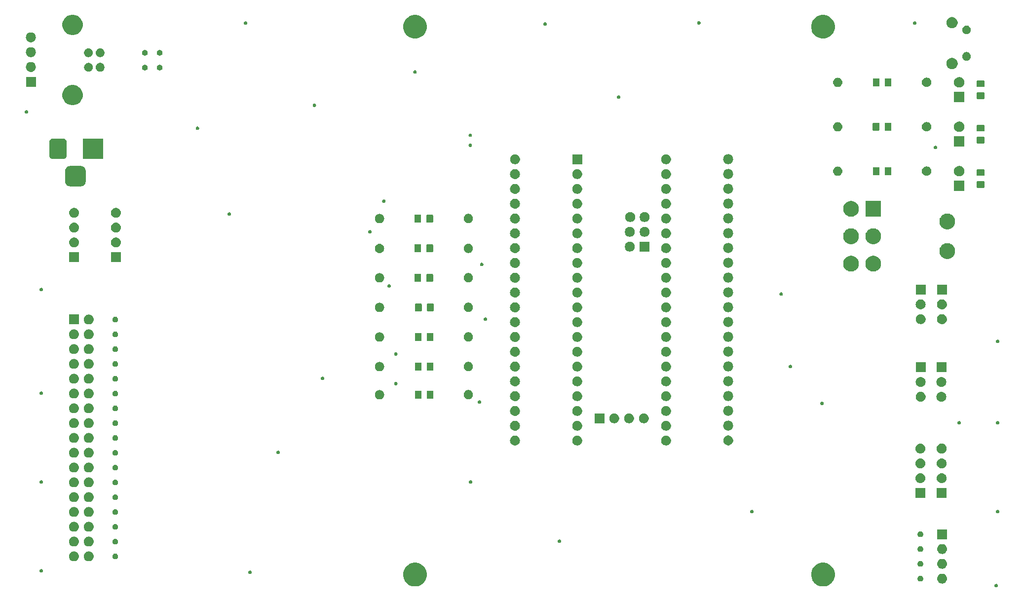
<source format=gbr>
G04 #@! TF.GenerationSoftware,KiCad,Pcbnew,(5.1.2)-2*
G04 #@! TF.CreationDate,2020-12-15T10:42:38+00:00*
G04 #@! TF.ProjectId,Greaseweazle F1 3.5 Inch,47726561-7365-4776-9561-7a6c65204631,1*
G04 #@! TF.SameCoordinates,PX6312cb0PY6bcb370*
G04 #@! TF.FileFunction,Soldermask,Top*
G04 #@! TF.FilePolarity,Negative*
%FSLAX46Y46*%
G04 Gerber Fmt 4.6, Leading zero omitted, Abs format (unit mm)*
G04 Created by KiCad (PCBNEW (5.1.2)-2) date 2020-12-15 10:42:38*
%MOMM*%
%LPD*%
G04 APERTURE LIST*
%ADD10C,0.100000*%
G04 APERTURE END LIST*
D10*
G36*
X115911507Y-36541528D02*
G01*
X115966103Y-36564143D01*
X116015239Y-36596974D01*
X116057026Y-36638761D01*
X116089857Y-36687897D01*
X116112472Y-36742493D01*
X116124000Y-36800453D01*
X116124000Y-36859547D01*
X116112472Y-36917507D01*
X116089857Y-36972103D01*
X116057026Y-37021239D01*
X116015239Y-37063026D01*
X115966103Y-37095857D01*
X115911507Y-37118472D01*
X115853547Y-37130000D01*
X115794453Y-37130000D01*
X115736493Y-37118472D01*
X115681897Y-37095857D01*
X115632761Y-37063026D01*
X115590974Y-37021239D01*
X115558143Y-36972103D01*
X115535528Y-36917507D01*
X115524000Y-36859547D01*
X115524000Y-36800453D01*
X115535528Y-36742493D01*
X115558143Y-36687897D01*
X115590974Y-36638761D01*
X115632761Y-36596974D01*
X115681897Y-36564143D01*
X115736493Y-36541528D01*
X115794453Y-36530000D01*
X115853547Y-36530000D01*
X115911507Y-36541528D01*
X115911507Y-36541528D01*
G37*
G36*
X86706331Y-32981248D02*
G01*
X87076131Y-33134424D01*
X87076133Y-33134425D01*
X87199181Y-33216643D01*
X87408944Y-33356802D01*
X87691978Y-33639836D01*
X87914356Y-33972649D01*
X88067532Y-34342449D01*
X88145620Y-34735024D01*
X88145620Y-35135296D01*
X88067532Y-35527871D01*
X87972771Y-35756645D01*
X87914355Y-35897673D01*
X87846533Y-35999175D01*
X87691978Y-36230484D01*
X87408944Y-36513518D01*
X87284044Y-36596973D01*
X87076133Y-36735895D01*
X87076132Y-36735896D01*
X87076131Y-36735896D01*
X86706331Y-36889072D01*
X86313756Y-36967160D01*
X85913484Y-36967160D01*
X85520909Y-36889072D01*
X85151109Y-36735896D01*
X85151108Y-36735896D01*
X85151107Y-36735895D01*
X84943196Y-36596973D01*
X84818296Y-36513518D01*
X84535262Y-36230484D01*
X84380707Y-35999175D01*
X84312885Y-35897673D01*
X84254469Y-35756645D01*
X84159708Y-35527871D01*
X84081620Y-35135296D01*
X84081620Y-34735024D01*
X84159708Y-34342449D01*
X84312884Y-33972649D01*
X84535262Y-33639836D01*
X84818296Y-33356802D01*
X85028059Y-33216643D01*
X85151107Y-33134425D01*
X85151109Y-33134424D01*
X85520909Y-32981248D01*
X85913484Y-32903160D01*
X86313756Y-32903160D01*
X86706331Y-32981248D01*
X86706331Y-32981248D01*
G37*
G36*
X16706471Y-32981248D02*
G01*
X17076271Y-33134424D01*
X17076273Y-33134425D01*
X17199321Y-33216643D01*
X17409084Y-33356802D01*
X17692118Y-33639836D01*
X17914496Y-33972649D01*
X18067672Y-34342449D01*
X18145760Y-34735024D01*
X18145760Y-35135296D01*
X18067672Y-35527871D01*
X17972911Y-35756645D01*
X17914495Y-35897673D01*
X17846673Y-35999175D01*
X17692118Y-36230484D01*
X17409084Y-36513518D01*
X17284184Y-36596973D01*
X17076273Y-36735895D01*
X17076272Y-36735896D01*
X17076271Y-36735896D01*
X16706471Y-36889072D01*
X16313896Y-36967160D01*
X15913624Y-36967160D01*
X15521049Y-36889072D01*
X15151249Y-36735896D01*
X15151248Y-36735896D01*
X15151247Y-36735895D01*
X14943336Y-36596973D01*
X14818436Y-36513518D01*
X14535402Y-36230484D01*
X14380847Y-35999175D01*
X14313025Y-35897673D01*
X14254609Y-35756645D01*
X14159848Y-35527871D01*
X14081760Y-35135296D01*
X14081760Y-34735024D01*
X14159848Y-34342449D01*
X14313024Y-33972649D01*
X14535402Y-33639836D01*
X14818436Y-33356802D01*
X15028199Y-33216643D01*
X15151247Y-33134425D01*
X15151249Y-33134424D01*
X15521049Y-32981248D01*
X15913624Y-32903160D01*
X16313896Y-32903160D01*
X16706471Y-32981248D01*
X16706471Y-32981248D01*
G37*
G36*
X106719627Y-34785799D02*
G01*
X106798933Y-34809856D01*
X106879855Y-34834403D01*
X106879857Y-34834404D01*
X107027518Y-34913331D01*
X107156949Y-35019551D01*
X107263169Y-35148982D01*
X107342096Y-35296643D01*
X107390701Y-35456873D01*
X107407112Y-35623500D01*
X107390701Y-35790127D01*
X107390700Y-35790129D01*
X107348414Y-35929531D01*
X107342096Y-35950357D01*
X107263169Y-36098018D01*
X107156949Y-36227449D01*
X107027518Y-36333669D01*
X106879857Y-36412596D01*
X106879855Y-36412597D01*
X106799742Y-36436899D01*
X106719627Y-36461201D01*
X106594752Y-36473500D01*
X106511248Y-36473500D01*
X106386373Y-36461201D01*
X106306258Y-36436899D01*
X106226145Y-36412597D01*
X106226143Y-36412596D01*
X106078482Y-36333669D01*
X105949051Y-36227449D01*
X105842831Y-36098018D01*
X105763904Y-35950357D01*
X105757587Y-35929531D01*
X105715300Y-35790129D01*
X105715299Y-35790127D01*
X105698888Y-35623500D01*
X105715299Y-35456873D01*
X105763904Y-35296643D01*
X105842831Y-35148982D01*
X105949051Y-35019551D01*
X106078482Y-34913331D01*
X106226143Y-34834404D01*
X106226145Y-34834403D01*
X106307067Y-34809856D01*
X106386373Y-34785799D01*
X106511248Y-34773500D01*
X106594752Y-34773500D01*
X106719627Y-34785799D01*
X106719627Y-34785799D01*
G37*
G36*
X102965043Y-35130014D02*
G01*
X103056037Y-35167705D01*
X103056039Y-35167706D01*
X103097263Y-35195251D01*
X103137930Y-35222424D01*
X103207576Y-35292070D01*
X103262295Y-35373963D01*
X103299986Y-35464957D01*
X103319200Y-35561553D01*
X103319200Y-35660047D01*
X103299986Y-35756643D01*
X103262295Y-35847637D01*
X103262294Y-35847639D01*
X103207575Y-35929531D01*
X103137931Y-35999175D01*
X103056039Y-36053894D01*
X103056038Y-36053895D01*
X103056037Y-36053895D01*
X102965043Y-36091586D01*
X102868447Y-36110800D01*
X102769953Y-36110800D01*
X102673357Y-36091586D01*
X102582363Y-36053895D01*
X102582362Y-36053895D01*
X102582361Y-36053894D01*
X102500469Y-35999175D01*
X102430825Y-35929531D01*
X102376106Y-35847639D01*
X102376105Y-35847637D01*
X102338414Y-35756643D01*
X102319200Y-35660047D01*
X102319200Y-35561553D01*
X102338414Y-35464957D01*
X102376105Y-35373963D01*
X102430824Y-35292070D01*
X102500470Y-35222424D01*
X102541137Y-35195251D01*
X102582361Y-35167706D01*
X102582363Y-35167705D01*
X102673357Y-35130014D01*
X102769953Y-35110800D01*
X102868447Y-35110800D01*
X102965043Y-35130014D01*
X102965043Y-35130014D01*
G37*
G36*
X-12104493Y-34255528D02*
G01*
X-12049897Y-34278143D01*
X-12000761Y-34310974D01*
X-11958974Y-34352761D01*
X-11926143Y-34401897D01*
X-11903528Y-34456493D01*
X-11892000Y-34514453D01*
X-11892000Y-34573547D01*
X-11903528Y-34631507D01*
X-11926143Y-34686103D01*
X-11958974Y-34735239D01*
X-12000761Y-34777026D01*
X-12049897Y-34809857D01*
X-12104493Y-34832472D01*
X-12162453Y-34844000D01*
X-12221547Y-34844000D01*
X-12279507Y-34832472D01*
X-12334103Y-34809857D01*
X-12383239Y-34777026D01*
X-12425026Y-34735239D01*
X-12457857Y-34686103D01*
X-12480472Y-34631507D01*
X-12492000Y-34573547D01*
X-12492000Y-34514453D01*
X-12480472Y-34456493D01*
X-12457857Y-34401897D01*
X-12425026Y-34352761D01*
X-12383239Y-34310974D01*
X-12334103Y-34278143D01*
X-12279507Y-34255528D01*
X-12221547Y-34244000D01*
X-12162453Y-34244000D01*
X-12104493Y-34255528D01*
X-12104493Y-34255528D01*
G37*
G36*
X-47918493Y-34001528D02*
G01*
X-47863897Y-34024143D01*
X-47814761Y-34056974D01*
X-47772974Y-34098761D01*
X-47740143Y-34147897D01*
X-47717528Y-34202493D01*
X-47706000Y-34260453D01*
X-47706000Y-34319547D01*
X-47717528Y-34377507D01*
X-47740143Y-34432103D01*
X-47772974Y-34481239D01*
X-47814761Y-34523026D01*
X-47863897Y-34555857D01*
X-47918493Y-34578472D01*
X-47976453Y-34590000D01*
X-48035547Y-34590000D01*
X-48093507Y-34578472D01*
X-48148103Y-34555857D01*
X-48197239Y-34523026D01*
X-48239026Y-34481239D01*
X-48271857Y-34432103D01*
X-48294472Y-34377507D01*
X-48306000Y-34319547D01*
X-48306000Y-34260453D01*
X-48294472Y-34202493D01*
X-48271857Y-34147897D01*
X-48239026Y-34098761D01*
X-48197239Y-34056974D01*
X-48148103Y-34024143D01*
X-48093507Y-34001528D01*
X-48035547Y-33990000D01*
X-47976453Y-33990000D01*
X-47918493Y-34001528D01*
X-47918493Y-34001528D01*
G37*
G36*
X106719627Y-32245799D02*
G01*
X106799742Y-32270101D01*
X106879855Y-32294403D01*
X106879857Y-32294404D01*
X107027518Y-32373331D01*
X107156949Y-32479551D01*
X107263169Y-32608982D01*
X107342096Y-32756643D01*
X107390701Y-32916873D01*
X107407112Y-33083500D01*
X107390701Y-33250127D01*
X107390700Y-33250129D01*
X107348414Y-33389531D01*
X107342096Y-33410357D01*
X107263169Y-33558018D01*
X107156949Y-33687449D01*
X107027518Y-33793669D01*
X106879857Y-33872596D01*
X106879855Y-33872597D01*
X106799742Y-33896898D01*
X106719627Y-33921201D01*
X106594752Y-33933500D01*
X106511248Y-33933500D01*
X106386373Y-33921201D01*
X106306258Y-33896898D01*
X106226145Y-33872597D01*
X106226143Y-33872596D01*
X106078482Y-33793669D01*
X105949051Y-33687449D01*
X105842831Y-33558018D01*
X105763904Y-33410357D01*
X105757587Y-33389531D01*
X105715300Y-33250129D01*
X105715299Y-33250127D01*
X105698888Y-33083500D01*
X105715299Y-32916873D01*
X105763904Y-32756643D01*
X105842831Y-32608982D01*
X105949051Y-32479551D01*
X106078482Y-32373331D01*
X106226143Y-32294404D01*
X106226145Y-32294403D01*
X106306258Y-32270102D01*
X106386373Y-32245799D01*
X106511248Y-32233500D01*
X106594752Y-32233500D01*
X106719627Y-32245799D01*
X106719627Y-32245799D01*
G37*
G36*
X102965043Y-32590014D02*
G01*
X103056037Y-32627705D01*
X103056039Y-32627706D01*
X103090601Y-32650800D01*
X103137930Y-32682424D01*
X103207576Y-32752070D01*
X103262295Y-32833963D01*
X103299986Y-32924957D01*
X103319200Y-33021553D01*
X103319200Y-33120047D01*
X103299986Y-33216643D01*
X103262295Y-33307637D01*
X103262294Y-33307639D01*
X103207575Y-33389531D01*
X103137931Y-33459175D01*
X103056039Y-33513894D01*
X103056038Y-33513895D01*
X103056037Y-33513895D01*
X102965043Y-33551586D01*
X102868447Y-33570800D01*
X102769953Y-33570800D01*
X102673357Y-33551586D01*
X102582363Y-33513895D01*
X102582362Y-33513895D01*
X102582361Y-33513894D01*
X102500469Y-33459175D01*
X102430825Y-33389531D01*
X102376106Y-33307639D01*
X102376105Y-33307637D01*
X102338414Y-33216643D01*
X102319200Y-33120047D01*
X102319200Y-33021553D01*
X102338414Y-32924957D01*
X102376105Y-32833963D01*
X102430824Y-32752070D01*
X102500470Y-32682424D01*
X102547799Y-32650800D01*
X102582361Y-32627706D01*
X102582363Y-32627705D01*
X102673357Y-32590014D01*
X102769953Y-32570800D01*
X102868447Y-32570800D01*
X102965043Y-32590014D01*
X102965043Y-32590014D01*
G37*
G36*
X-42225973Y-30963099D02*
G01*
X-42145858Y-30987401D01*
X-42065745Y-31011703D01*
X-42065743Y-31011704D01*
X-41918082Y-31090631D01*
X-41788651Y-31196851D01*
X-41682431Y-31326282D01*
X-41603504Y-31473943D01*
X-41603503Y-31473945D01*
X-41579201Y-31554058D01*
X-41554899Y-31634173D01*
X-41538488Y-31800800D01*
X-41554899Y-31967427D01*
X-41579202Y-32047542D01*
X-41601038Y-32119530D01*
X-41603504Y-32127657D01*
X-41682431Y-32275318D01*
X-41788651Y-32404749D01*
X-41918082Y-32510969D01*
X-42030017Y-32570800D01*
X-42065745Y-32589897D01*
X-42128658Y-32608981D01*
X-42225973Y-32638501D01*
X-42350848Y-32650800D01*
X-42434352Y-32650800D01*
X-42559227Y-32638501D01*
X-42656542Y-32608981D01*
X-42719455Y-32589897D01*
X-42755183Y-32570800D01*
X-42867118Y-32510969D01*
X-42996549Y-32404749D01*
X-43102769Y-32275318D01*
X-43181696Y-32127657D01*
X-43184161Y-32119530D01*
X-43205998Y-32047542D01*
X-43230301Y-31967427D01*
X-43246712Y-31800800D01*
X-43230301Y-31634173D01*
X-43205999Y-31554058D01*
X-43181697Y-31473945D01*
X-43181696Y-31473943D01*
X-43102769Y-31326282D01*
X-42996549Y-31196851D01*
X-42867118Y-31090631D01*
X-42719457Y-31011704D01*
X-42719455Y-31011703D01*
X-42639342Y-30987401D01*
X-42559227Y-30963099D01*
X-42434352Y-30950800D01*
X-42350848Y-30950800D01*
X-42225973Y-30963099D01*
X-42225973Y-30963099D01*
G37*
G36*
X-39685973Y-30963099D02*
G01*
X-39605858Y-30987401D01*
X-39525745Y-31011703D01*
X-39525743Y-31011704D01*
X-39378082Y-31090631D01*
X-39248651Y-31196851D01*
X-39142431Y-31326282D01*
X-39063504Y-31473943D01*
X-39063503Y-31473945D01*
X-39039201Y-31554058D01*
X-39014899Y-31634173D01*
X-38998488Y-31800800D01*
X-39014899Y-31967427D01*
X-39039202Y-32047542D01*
X-39061038Y-32119530D01*
X-39063504Y-32127657D01*
X-39142431Y-32275318D01*
X-39248651Y-32404749D01*
X-39378082Y-32510969D01*
X-39490017Y-32570800D01*
X-39525745Y-32589897D01*
X-39588658Y-32608981D01*
X-39685973Y-32638501D01*
X-39810848Y-32650800D01*
X-39894352Y-32650800D01*
X-40019227Y-32638501D01*
X-40116542Y-32608981D01*
X-40179455Y-32589897D01*
X-40215183Y-32570800D01*
X-40327118Y-32510969D01*
X-40456549Y-32404749D01*
X-40562769Y-32275318D01*
X-40641696Y-32127657D01*
X-40644161Y-32119530D01*
X-40665998Y-32047542D01*
X-40690301Y-31967427D01*
X-40706712Y-31800800D01*
X-40690301Y-31634173D01*
X-40665999Y-31554058D01*
X-40641697Y-31473945D01*
X-40641696Y-31473943D01*
X-40562769Y-31326282D01*
X-40456549Y-31196851D01*
X-40327118Y-31090631D01*
X-40179457Y-31011704D01*
X-40179455Y-31011703D01*
X-40099342Y-30987402D01*
X-40019227Y-30963099D01*
X-39894352Y-30950800D01*
X-39810848Y-30950800D01*
X-39685973Y-30963099D01*
X-39685973Y-30963099D01*
G37*
G36*
X-35160157Y-31320014D02*
G01*
X-35129779Y-31332597D01*
X-35069161Y-31357706D01*
X-35034000Y-31381200D01*
X-34987270Y-31412424D01*
X-34917624Y-31482070D01*
X-34862905Y-31563963D01*
X-34825214Y-31654957D01*
X-34806000Y-31751553D01*
X-34806000Y-31850047D01*
X-34825214Y-31946643D01*
X-34825215Y-31946645D01*
X-34862906Y-32037639D01*
X-34917625Y-32119531D01*
X-34987269Y-32189175D01*
X-35069161Y-32243894D01*
X-35069162Y-32243895D01*
X-35069163Y-32243895D01*
X-35160157Y-32281586D01*
X-35256753Y-32300800D01*
X-35355247Y-32300800D01*
X-35451843Y-32281586D01*
X-35542837Y-32243895D01*
X-35542838Y-32243895D01*
X-35542839Y-32243894D01*
X-35624731Y-32189175D01*
X-35694375Y-32119531D01*
X-35749094Y-32037639D01*
X-35786785Y-31946645D01*
X-35786786Y-31946643D01*
X-35806000Y-31850047D01*
X-35806000Y-31751553D01*
X-35786786Y-31654957D01*
X-35749095Y-31563963D01*
X-35694376Y-31482070D01*
X-35624730Y-31412424D01*
X-35578000Y-31381200D01*
X-35542839Y-31357706D01*
X-35482221Y-31332597D01*
X-35451843Y-31320014D01*
X-35355247Y-31300800D01*
X-35256753Y-31300800D01*
X-35160157Y-31320014D01*
X-35160157Y-31320014D01*
G37*
G36*
X106719627Y-29705799D02*
G01*
X106799742Y-29730102D01*
X106879855Y-29754403D01*
X106879857Y-29754404D01*
X107027518Y-29833331D01*
X107156949Y-29939551D01*
X107263169Y-30068982D01*
X107342096Y-30216643D01*
X107390701Y-30376873D01*
X107407112Y-30543500D01*
X107390701Y-30710127D01*
X107390700Y-30710129D01*
X107348414Y-30849531D01*
X107342096Y-30870357D01*
X107263169Y-31018018D01*
X107156949Y-31147449D01*
X107027518Y-31253669D01*
X106879857Y-31332596D01*
X106879855Y-31332597D01*
X106799742Y-31356899D01*
X106719627Y-31381201D01*
X106594752Y-31393500D01*
X106511248Y-31393500D01*
X106386373Y-31381201D01*
X106306258Y-31356899D01*
X106226145Y-31332597D01*
X106226143Y-31332596D01*
X106078482Y-31253669D01*
X105949051Y-31147449D01*
X105842831Y-31018018D01*
X105763904Y-30870357D01*
X105757587Y-30849531D01*
X105715300Y-30710129D01*
X105715299Y-30710127D01*
X105698888Y-30543500D01*
X105715299Y-30376873D01*
X105763904Y-30216643D01*
X105842831Y-30068982D01*
X105949051Y-29939551D01*
X106078482Y-29833331D01*
X106226143Y-29754404D01*
X106226145Y-29754403D01*
X106306258Y-29730101D01*
X106386373Y-29705799D01*
X106511248Y-29693500D01*
X106594752Y-29693500D01*
X106719627Y-29705799D01*
X106719627Y-29705799D01*
G37*
G36*
X102965043Y-30050014D02*
G01*
X103056037Y-30087705D01*
X103056039Y-30087706D01*
X103090601Y-30110800D01*
X103137930Y-30142424D01*
X103207576Y-30212070D01*
X103262295Y-30293963D01*
X103299986Y-30384957D01*
X103319200Y-30481553D01*
X103319200Y-30580047D01*
X103299986Y-30676643D01*
X103262295Y-30767637D01*
X103262294Y-30767639D01*
X103207575Y-30849531D01*
X103137931Y-30919175D01*
X103056039Y-30973894D01*
X103056038Y-30973895D01*
X103056037Y-30973895D01*
X102965043Y-31011586D01*
X102868447Y-31030800D01*
X102769953Y-31030800D01*
X102673357Y-31011586D01*
X102582363Y-30973895D01*
X102582362Y-30973895D01*
X102582361Y-30973894D01*
X102500469Y-30919175D01*
X102430825Y-30849531D01*
X102376106Y-30767639D01*
X102376105Y-30767637D01*
X102338414Y-30676643D01*
X102319200Y-30580047D01*
X102319200Y-30481553D01*
X102338414Y-30384957D01*
X102376105Y-30293963D01*
X102430824Y-30212070D01*
X102500470Y-30142424D01*
X102547799Y-30110800D01*
X102582361Y-30087706D01*
X102582363Y-30087705D01*
X102673357Y-30050014D01*
X102769953Y-30030800D01*
X102868447Y-30030800D01*
X102965043Y-30050014D01*
X102965043Y-30050014D01*
G37*
G36*
X-39685973Y-28423099D02*
G01*
X-39605858Y-28447402D01*
X-39525745Y-28471703D01*
X-39525743Y-28471704D01*
X-39378082Y-28550631D01*
X-39248651Y-28656851D01*
X-39142431Y-28786282D01*
X-39063504Y-28933943D01*
X-39063503Y-28933945D01*
X-39050451Y-28976973D01*
X-39014899Y-29094173D01*
X-38998488Y-29260800D01*
X-39014899Y-29427427D01*
X-39036450Y-29498471D01*
X-39061038Y-29579530D01*
X-39063504Y-29587657D01*
X-39142431Y-29735318D01*
X-39248651Y-29864749D01*
X-39378082Y-29970969D01*
X-39490017Y-30030800D01*
X-39525745Y-30049897D01*
X-39588658Y-30068981D01*
X-39685973Y-30098501D01*
X-39810848Y-30110800D01*
X-39894352Y-30110800D01*
X-40019227Y-30098501D01*
X-40116542Y-30068981D01*
X-40179455Y-30049897D01*
X-40215183Y-30030800D01*
X-40327118Y-29970969D01*
X-40456549Y-29864749D01*
X-40562769Y-29735318D01*
X-40641696Y-29587657D01*
X-40644161Y-29579530D01*
X-40668750Y-29498471D01*
X-40690301Y-29427427D01*
X-40706712Y-29260800D01*
X-40690301Y-29094173D01*
X-40654749Y-28976973D01*
X-40641697Y-28933945D01*
X-40641696Y-28933943D01*
X-40562769Y-28786282D01*
X-40456549Y-28656851D01*
X-40327118Y-28550631D01*
X-40179457Y-28471704D01*
X-40179455Y-28471703D01*
X-40099342Y-28447402D01*
X-40019227Y-28423099D01*
X-39894352Y-28410800D01*
X-39810848Y-28410800D01*
X-39685973Y-28423099D01*
X-39685973Y-28423099D01*
G37*
G36*
X-42225973Y-28423099D02*
G01*
X-42145858Y-28447402D01*
X-42065745Y-28471703D01*
X-42065743Y-28471704D01*
X-41918082Y-28550631D01*
X-41788651Y-28656851D01*
X-41682431Y-28786282D01*
X-41603504Y-28933943D01*
X-41603503Y-28933945D01*
X-41590451Y-28976973D01*
X-41554899Y-29094173D01*
X-41538488Y-29260800D01*
X-41554899Y-29427427D01*
X-41576450Y-29498471D01*
X-41601038Y-29579530D01*
X-41603504Y-29587657D01*
X-41682431Y-29735318D01*
X-41788651Y-29864749D01*
X-41918082Y-29970969D01*
X-42030017Y-30030800D01*
X-42065745Y-30049897D01*
X-42128658Y-30068981D01*
X-42225973Y-30098501D01*
X-42350848Y-30110800D01*
X-42434352Y-30110800D01*
X-42559227Y-30098501D01*
X-42656542Y-30068981D01*
X-42719455Y-30049897D01*
X-42755183Y-30030800D01*
X-42867118Y-29970969D01*
X-42996549Y-29864749D01*
X-43102769Y-29735318D01*
X-43181696Y-29587657D01*
X-43184161Y-29579530D01*
X-43208750Y-29498471D01*
X-43230301Y-29427427D01*
X-43246712Y-29260800D01*
X-43230301Y-29094173D01*
X-43194749Y-28976973D01*
X-43181697Y-28933945D01*
X-43181696Y-28933943D01*
X-43102769Y-28786282D01*
X-42996549Y-28656851D01*
X-42867118Y-28550631D01*
X-42719457Y-28471704D01*
X-42719455Y-28471703D01*
X-42639342Y-28447402D01*
X-42559227Y-28423099D01*
X-42434352Y-28410800D01*
X-42350848Y-28410800D01*
X-42225973Y-28423099D01*
X-42225973Y-28423099D01*
G37*
G36*
X-35160157Y-28780014D02*
G01*
X-35145025Y-28786282D01*
X-35069161Y-28817706D01*
X-35027937Y-28845251D01*
X-34987270Y-28872424D01*
X-34917624Y-28942070D01*
X-34862905Y-29023963D01*
X-34825214Y-29114957D01*
X-34806000Y-29211553D01*
X-34806000Y-29310047D01*
X-34825214Y-29406643D01*
X-34862905Y-29497637D01*
X-34862906Y-29497639D01*
X-34917625Y-29579531D01*
X-34987269Y-29649175D01*
X-35069161Y-29703894D01*
X-35069162Y-29703895D01*
X-35069163Y-29703895D01*
X-35160157Y-29741586D01*
X-35256753Y-29760800D01*
X-35355247Y-29760800D01*
X-35451843Y-29741586D01*
X-35542837Y-29703895D01*
X-35542838Y-29703895D01*
X-35542839Y-29703894D01*
X-35624731Y-29649175D01*
X-35694375Y-29579531D01*
X-35749094Y-29497639D01*
X-35749095Y-29497637D01*
X-35786786Y-29406643D01*
X-35806000Y-29310047D01*
X-35806000Y-29211553D01*
X-35786786Y-29114957D01*
X-35749095Y-29023963D01*
X-35694376Y-28942070D01*
X-35624730Y-28872424D01*
X-35584063Y-28845251D01*
X-35542839Y-28817706D01*
X-35466975Y-28786282D01*
X-35451843Y-28780014D01*
X-35355247Y-28760800D01*
X-35256753Y-28760800D01*
X-35160157Y-28780014D01*
X-35160157Y-28780014D01*
G37*
G36*
X40981507Y-28921528D02*
G01*
X41036103Y-28944143D01*
X41085239Y-28976974D01*
X41127026Y-29018761D01*
X41159857Y-29067897D01*
X41182472Y-29122493D01*
X41194000Y-29180453D01*
X41194000Y-29239547D01*
X41182472Y-29297507D01*
X41159857Y-29352103D01*
X41127026Y-29401239D01*
X41085239Y-29443026D01*
X41036103Y-29475857D01*
X40981507Y-29498472D01*
X40923547Y-29510000D01*
X40864453Y-29510000D01*
X40806493Y-29498472D01*
X40751897Y-29475857D01*
X40702761Y-29443026D01*
X40660974Y-29401239D01*
X40628143Y-29352103D01*
X40605528Y-29297507D01*
X40594000Y-29239547D01*
X40594000Y-29180453D01*
X40605528Y-29122493D01*
X40628143Y-29067897D01*
X40660974Y-29018761D01*
X40702761Y-28976974D01*
X40751897Y-28944143D01*
X40806493Y-28921528D01*
X40864453Y-28910000D01*
X40923547Y-28910000D01*
X40981507Y-28921528D01*
X40981507Y-28921528D01*
G37*
G36*
X107403000Y-28853500D02*
G01*
X105703000Y-28853500D01*
X105703000Y-27153500D01*
X107403000Y-27153500D01*
X107403000Y-28853500D01*
X107403000Y-28853500D01*
G37*
G36*
X102965043Y-27510014D02*
G01*
X102965046Y-27510015D01*
X102965045Y-27510015D01*
X103056039Y-27547706D01*
X103090601Y-27570800D01*
X103137930Y-27602424D01*
X103207576Y-27672070D01*
X103262295Y-27753963D01*
X103299986Y-27844957D01*
X103319200Y-27941553D01*
X103319200Y-28040047D01*
X103299986Y-28136643D01*
X103299985Y-28136645D01*
X103262294Y-28227639D01*
X103207575Y-28309531D01*
X103137931Y-28379175D01*
X103056039Y-28433894D01*
X103056038Y-28433895D01*
X103056037Y-28433895D01*
X102965043Y-28471586D01*
X102868447Y-28490800D01*
X102769953Y-28490800D01*
X102673357Y-28471586D01*
X102582363Y-28433895D01*
X102582362Y-28433895D01*
X102582361Y-28433894D01*
X102500469Y-28379175D01*
X102430825Y-28309531D01*
X102376106Y-28227639D01*
X102338415Y-28136645D01*
X102338414Y-28136643D01*
X102319200Y-28040047D01*
X102319200Y-27941553D01*
X102338414Y-27844957D01*
X102376105Y-27753963D01*
X102430824Y-27672070D01*
X102500470Y-27602424D01*
X102547799Y-27570800D01*
X102582361Y-27547706D01*
X102673355Y-27510015D01*
X102673354Y-27510015D01*
X102673357Y-27510014D01*
X102769953Y-27490800D01*
X102868447Y-27490800D01*
X102965043Y-27510014D01*
X102965043Y-27510014D01*
G37*
G36*
X-39685973Y-25883099D02*
G01*
X-39605858Y-25907402D01*
X-39525745Y-25931703D01*
X-39525743Y-25931704D01*
X-39378082Y-26010631D01*
X-39248651Y-26116851D01*
X-39142431Y-26246282D01*
X-39063504Y-26393943D01*
X-39063503Y-26393945D01*
X-39039202Y-26474058D01*
X-39014899Y-26554173D01*
X-38998488Y-26720800D01*
X-39014899Y-26887427D01*
X-39039201Y-26967542D01*
X-39061038Y-27039530D01*
X-39063504Y-27047657D01*
X-39142431Y-27195318D01*
X-39248651Y-27324749D01*
X-39378082Y-27430969D01*
X-39490017Y-27490800D01*
X-39525745Y-27509897D01*
X-39605858Y-27534199D01*
X-39685973Y-27558501D01*
X-39810848Y-27570800D01*
X-39894352Y-27570800D01*
X-40019227Y-27558501D01*
X-40099342Y-27534199D01*
X-40179455Y-27509897D01*
X-40215183Y-27490800D01*
X-40327118Y-27430969D01*
X-40456549Y-27324749D01*
X-40562769Y-27195318D01*
X-40641696Y-27047657D01*
X-40644161Y-27039530D01*
X-40665998Y-26967542D01*
X-40690301Y-26887427D01*
X-40706712Y-26720800D01*
X-40690301Y-26554173D01*
X-40665998Y-26474058D01*
X-40641697Y-26393945D01*
X-40641696Y-26393943D01*
X-40562769Y-26246282D01*
X-40456549Y-26116851D01*
X-40327118Y-26010631D01*
X-40179457Y-25931704D01*
X-40179455Y-25931703D01*
X-40099342Y-25907402D01*
X-40019227Y-25883099D01*
X-39894352Y-25870800D01*
X-39810848Y-25870800D01*
X-39685973Y-25883099D01*
X-39685973Y-25883099D01*
G37*
G36*
X-42225973Y-25883099D02*
G01*
X-42145858Y-25907402D01*
X-42065745Y-25931703D01*
X-42065743Y-25931704D01*
X-41918082Y-26010631D01*
X-41788651Y-26116851D01*
X-41682431Y-26246282D01*
X-41603504Y-26393943D01*
X-41603503Y-26393945D01*
X-41579202Y-26474058D01*
X-41554899Y-26554173D01*
X-41538488Y-26720800D01*
X-41554899Y-26887427D01*
X-41579201Y-26967542D01*
X-41601038Y-27039530D01*
X-41603504Y-27047657D01*
X-41682431Y-27195318D01*
X-41788651Y-27324749D01*
X-41918082Y-27430969D01*
X-42030017Y-27490800D01*
X-42065745Y-27509897D01*
X-42145858Y-27534199D01*
X-42225973Y-27558501D01*
X-42350848Y-27570800D01*
X-42434352Y-27570800D01*
X-42559227Y-27558501D01*
X-42639342Y-27534199D01*
X-42719455Y-27509897D01*
X-42755183Y-27490800D01*
X-42867118Y-27430969D01*
X-42996549Y-27324749D01*
X-43102769Y-27195318D01*
X-43181696Y-27047657D01*
X-43184161Y-27039530D01*
X-43205998Y-26967542D01*
X-43230301Y-26887427D01*
X-43246712Y-26720800D01*
X-43230301Y-26554173D01*
X-43205998Y-26474058D01*
X-43181697Y-26393945D01*
X-43181696Y-26393943D01*
X-43102769Y-26246282D01*
X-42996549Y-26116851D01*
X-42867118Y-26010631D01*
X-42719457Y-25931704D01*
X-42719455Y-25931703D01*
X-42639342Y-25907402D01*
X-42559227Y-25883099D01*
X-42434352Y-25870800D01*
X-42350848Y-25870800D01*
X-42225973Y-25883099D01*
X-42225973Y-25883099D01*
G37*
G36*
X-35160157Y-26240014D02*
G01*
X-35145025Y-26246282D01*
X-35069161Y-26277706D01*
X-35027937Y-26305251D01*
X-34987270Y-26332424D01*
X-34917624Y-26402070D01*
X-34862905Y-26483963D01*
X-34825214Y-26574957D01*
X-34806000Y-26671553D01*
X-34806000Y-26770047D01*
X-34825214Y-26866643D01*
X-34825215Y-26866645D01*
X-34862906Y-26957639D01*
X-34917625Y-27039531D01*
X-34987269Y-27109175D01*
X-35069161Y-27163894D01*
X-35069162Y-27163895D01*
X-35069163Y-27163895D01*
X-35160157Y-27201586D01*
X-35256753Y-27220800D01*
X-35355247Y-27220800D01*
X-35451843Y-27201586D01*
X-35542837Y-27163895D01*
X-35542838Y-27163895D01*
X-35542839Y-27163894D01*
X-35624731Y-27109175D01*
X-35694375Y-27039531D01*
X-35749094Y-26957639D01*
X-35786785Y-26866645D01*
X-35786786Y-26866643D01*
X-35806000Y-26770047D01*
X-35806000Y-26671553D01*
X-35786786Y-26574957D01*
X-35749095Y-26483963D01*
X-35694376Y-26402070D01*
X-35624730Y-26332424D01*
X-35584063Y-26305251D01*
X-35542839Y-26277706D01*
X-35466975Y-26246282D01*
X-35451843Y-26240014D01*
X-35355247Y-26220800D01*
X-35256753Y-26220800D01*
X-35160157Y-26240014D01*
X-35160157Y-26240014D01*
G37*
G36*
X-39685973Y-23343099D02*
G01*
X-39605858Y-23367401D01*
X-39525745Y-23391703D01*
X-39525743Y-23391704D01*
X-39378082Y-23470631D01*
X-39248651Y-23576851D01*
X-39142431Y-23706282D01*
X-39063504Y-23853943D01*
X-39063503Y-23853945D01*
X-39050451Y-23896973D01*
X-39014899Y-24014173D01*
X-38998488Y-24180800D01*
X-39014899Y-24347427D01*
X-39036450Y-24418471D01*
X-39061038Y-24499530D01*
X-39063504Y-24507657D01*
X-39142431Y-24655318D01*
X-39248651Y-24784749D01*
X-39378082Y-24890969D01*
X-39525743Y-24969896D01*
X-39525745Y-24969897D01*
X-39605858Y-24994199D01*
X-39685973Y-25018501D01*
X-39810848Y-25030800D01*
X-39894352Y-25030800D01*
X-40019227Y-25018501D01*
X-40099342Y-24994199D01*
X-40179455Y-24969897D01*
X-40179457Y-24969896D01*
X-40327118Y-24890969D01*
X-40456549Y-24784749D01*
X-40562769Y-24655318D01*
X-40641696Y-24507657D01*
X-40644161Y-24499530D01*
X-40668750Y-24418471D01*
X-40690301Y-24347427D01*
X-40706712Y-24180800D01*
X-40690301Y-24014173D01*
X-40654749Y-23896973D01*
X-40641697Y-23853945D01*
X-40641696Y-23853943D01*
X-40562769Y-23706282D01*
X-40456549Y-23576851D01*
X-40327118Y-23470631D01*
X-40179457Y-23391704D01*
X-40179455Y-23391703D01*
X-40099342Y-23367401D01*
X-40019227Y-23343099D01*
X-39894352Y-23330800D01*
X-39810848Y-23330800D01*
X-39685973Y-23343099D01*
X-39685973Y-23343099D01*
G37*
G36*
X-42225973Y-23343099D02*
G01*
X-42145858Y-23367401D01*
X-42065745Y-23391703D01*
X-42065743Y-23391704D01*
X-41918082Y-23470631D01*
X-41788651Y-23576851D01*
X-41682431Y-23706282D01*
X-41603504Y-23853943D01*
X-41603503Y-23853945D01*
X-41590451Y-23896973D01*
X-41554899Y-24014173D01*
X-41538488Y-24180800D01*
X-41554899Y-24347427D01*
X-41576450Y-24418471D01*
X-41601038Y-24499530D01*
X-41603504Y-24507657D01*
X-41682431Y-24655318D01*
X-41788651Y-24784749D01*
X-41918082Y-24890969D01*
X-42065743Y-24969896D01*
X-42065745Y-24969897D01*
X-42145858Y-24994199D01*
X-42225973Y-25018501D01*
X-42350848Y-25030800D01*
X-42434352Y-25030800D01*
X-42559227Y-25018501D01*
X-42639342Y-24994199D01*
X-42719455Y-24969897D01*
X-42719457Y-24969896D01*
X-42867118Y-24890969D01*
X-42996549Y-24784749D01*
X-43102769Y-24655318D01*
X-43181696Y-24507657D01*
X-43184161Y-24499530D01*
X-43208750Y-24418471D01*
X-43230301Y-24347427D01*
X-43246712Y-24180800D01*
X-43230301Y-24014173D01*
X-43194749Y-23896973D01*
X-43181697Y-23853945D01*
X-43181696Y-23853943D01*
X-43102769Y-23706282D01*
X-42996549Y-23576851D01*
X-42867118Y-23470631D01*
X-42719457Y-23391704D01*
X-42719455Y-23391703D01*
X-42639342Y-23367401D01*
X-42559227Y-23343099D01*
X-42434352Y-23330800D01*
X-42350848Y-23330800D01*
X-42225973Y-23343099D01*
X-42225973Y-23343099D01*
G37*
G36*
X-35160157Y-23700014D02*
G01*
X-35145025Y-23706282D01*
X-35069161Y-23737706D01*
X-35027937Y-23765251D01*
X-34987270Y-23792424D01*
X-34917624Y-23862070D01*
X-34862905Y-23943963D01*
X-34825214Y-24034957D01*
X-34806000Y-24131553D01*
X-34806000Y-24230047D01*
X-34825214Y-24326643D01*
X-34862905Y-24417637D01*
X-34862906Y-24417639D01*
X-34917625Y-24499531D01*
X-34987269Y-24569175D01*
X-35069161Y-24623894D01*
X-35069162Y-24623895D01*
X-35069163Y-24623895D01*
X-35160157Y-24661586D01*
X-35256753Y-24680800D01*
X-35355247Y-24680800D01*
X-35451843Y-24661586D01*
X-35542837Y-24623895D01*
X-35542838Y-24623895D01*
X-35542839Y-24623894D01*
X-35624731Y-24569175D01*
X-35694375Y-24499531D01*
X-35749094Y-24417639D01*
X-35749095Y-24417637D01*
X-35786786Y-24326643D01*
X-35806000Y-24230047D01*
X-35806000Y-24131553D01*
X-35786786Y-24034957D01*
X-35749095Y-23943963D01*
X-35694376Y-23862070D01*
X-35624730Y-23792424D01*
X-35584063Y-23765251D01*
X-35542839Y-23737706D01*
X-35466975Y-23706282D01*
X-35451843Y-23700014D01*
X-35355247Y-23680800D01*
X-35256753Y-23680800D01*
X-35160157Y-23700014D01*
X-35160157Y-23700014D01*
G37*
G36*
X74001507Y-23841528D02*
G01*
X74056103Y-23864143D01*
X74105239Y-23896974D01*
X74147026Y-23938761D01*
X74179857Y-23987897D01*
X74202472Y-24042493D01*
X74214000Y-24100453D01*
X74214000Y-24159547D01*
X74202472Y-24217507D01*
X74179857Y-24272103D01*
X74147026Y-24321239D01*
X74105239Y-24363026D01*
X74056103Y-24395857D01*
X74001507Y-24418472D01*
X73943547Y-24430000D01*
X73884453Y-24430000D01*
X73826493Y-24418472D01*
X73771897Y-24395857D01*
X73722761Y-24363026D01*
X73680974Y-24321239D01*
X73648143Y-24272103D01*
X73625528Y-24217507D01*
X73614000Y-24159547D01*
X73614000Y-24100453D01*
X73625528Y-24042493D01*
X73648143Y-23987897D01*
X73680974Y-23938761D01*
X73722761Y-23896974D01*
X73771897Y-23864143D01*
X73826493Y-23841528D01*
X73884453Y-23830000D01*
X73943547Y-23830000D01*
X74001507Y-23841528D01*
X74001507Y-23841528D01*
G37*
G36*
X116165507Y-23841528D02*
G01*
X116220103Y-23864143D01*
X116269239Y-23896974D01*
X116311026Y-23938761D01*
X116343857Y-23987897D01*
X116366472Y-24042493D01*
X116378000Y-24100453D01*
X116378000Y-24159547D01*
X116366472Y-24217507D01*
X116343857Y-24272103D01*
X116311026Y-24321239D01*
X116269239Y-24363026D01*
X116220103Y-24395857D01*
X116165507Y-24418472D01*
X116107547Y-24430000D01*
X116048453Y-24430000D01*
X115990493Y-24418472D01*
X115935897Y-24395857D01*
X115886761Y-24363026D01*
X115844974Y-24321239D01*
X115812143Y-24272103D01*
X115789528Y-24217507D01*
X115778000Y-24159547D01*
X115778000Y-24100453D01*
X115789528Y-24042493D01*
X115812143Y-23987897D01*
X115844974Y-23938761D01*
X115886761Y-23896974D01*
X115935897Y-23864143D01*
X115990493Y-23841528D01*
X116048453Y-23830000D01*
X116107547Y-23830000D01*
X116165507Y-23841528D01*
X116165507Y-23841528D01*
G37*
G36*
X-42225973Y-20803099D02*
G01*
X-42145858Y-20827401D01*
X-42065745Y-20851703D01*
X-42065743Y-20851704D01*
X-41918082Y-20930631D01*
X-41788651Y-21036851D01*
X-41682431Y-21166282D01*
X-41603504Y-21313943D01*
X-41603503Y-21313945D01*
X-41579202Y-21394058D01*
X-41554899Y-21474173D01*
X-41538488Y-21640800D01*
X-41554899Y-21807427D01*
X-41579201Y-21887542D01*
X-41601038Y-21959530D01*
X-41603504Y-21967657D01*
X-41682431Y-22115318D01*
X-41788651Y-22244749D01*
X-41918082Y-22350969D01*
X-42065743Y-22429896D01*
X-42065745Y-22429897D01*
X-42145858Y-22454199D01*
X-42225973Y-22478501D01*
X-42350848Y-22490800D01*
X-42434352Y-22490800D01*
X-42559227Y-22478501D01*
X-42639342Y-22454199D01*
X-42719455Y-22429897D01*
X-42719457Y-22429896D01*
X-42867118Y-22350969D01*
X-42996549Y-22244749D01*
X-43102769Y-22115318D01*
X-43181696Y-21967657D01*
X-43184161Y-21959530D01*
X-43205999Y-21887542D01*
X-43230301Y-21807427D01*
X-43246712Y-21640800D01*
X-43230301Y-21474173D01*
X-43205998Y-21394058D01*
X-43181697Y-21313945D01*
X-43181696Y-21313943D01*
X-43102769Y-21166282D01*
X-42996549Y-21036851D01*
X-42867118Y-20930631D01*
X-42719457Y-20851704D01*
X-42719455Y-20851703D01*
X-42639342Y-20827401D01*
X-42559227Y-20803099D01*
X-42434352Y-20790800D01*
X-42350848Y-20790800D01*
X-42225973Y-20803099D01*
X-42225973Y-20803099D01*
G37*
G36*
X-39685973Y-20803099D02*
G01*
X-39605858Y-20827401D01*
X-39525745Y-20851703D01*
X-39525743Y-20851704D01*
X-39378082Y-20930631D01*
X-39248651Y-21036851D01*
X-39142431Y-21166282D01*
X-39063504Y-21313943D01*
X-39063503Y-21313945D01*
X-39039202Y-21394058D01*
X-39014899Y-21474173D01*
X-38998488Y-21640800D01*
X-39014899Y-21807427D01*
X-39039201Y-21887542D01*
X-39061038Y-21959530D01*
X-39063504Y-21967657D01*
X-39142431Y-22115318D01*
X-39248651Y-22244749D01*
X-39378082Y-22350969D01*
X-39525743Y-22429896D01*
X-39525745Y-22429897D01*
X-39605858Y-22454199D01*
X-39685973Y-22478501D01*
X-39810848Y-22490800D01*
X-39894352Y-22490800D01*
X-40019227Y-22478501D01*
X-40099342Y-22454199D01*
X-40179455Y-22429897D01*
X-40179457Y-22429896D01*
X-40327118Y-22350969D01*
X-40456549Y-22244749D01*
X-40562769Y-22115318D01*
X-40641696Y-21967657D01*
X-40644161Y-21959530D01*
X-40665999Y-21887542D01*
X-40690301Y-21807427D01*
X-40706712Y-21640800D01*
X-40690301Y-21474173D01*
X-40665998Y-21394058D01*
X-40641697Y-21313945D01*
X-40641696Y-21313943D01*
X-40562769Y-21166282D01*
X-40456549Y-21036851D01*
X-40327118Y-20930631D01*
X-40179457Y-20851704D01*
X-40179455Y-20851703D01*
X-40099342Y-20827401D01*
X-40019227Y-20803099D01*
X-39894352Y-20790800D01*
X-39810848Y-20790800D01*
X-39685973Y-20803099D01*
X-39685973Y-20803099D01*
G37*
G36*
X-35160157Y-21160014D02*
G01*
X-35145025Y-21166282D01*
X-35069161Y-21197706D01*
X-35027937Y-21225251D01*
X-34987270Y-21252424D01*
X-34917624Y-21322070D01*
X-34862905Y-21403963D01*
X-34825214Y-21494957D01*
X-34806000Y-21591553D01*
X-34806000Y-21690047D01*
X-34825214Y-21786643D01*
X-34825215Y-21786645D01*
X-34862906Y-21877639D01*
X-34917625Y-21959531D01*
X-34987269Y-22029175D01*
X-35069161Y-22083894D01*
X-35069162Y-22083895D01*
X-35069163Y-22083895D01*
X-35160157Y-22121586D01*
X-35256753Y-22140800D01*
X-35355247Y-22140800D01*
X-35451843Y-22121586D01*
X-35542837Y-22083895D01*
X-35542838Y-22083895D01*
X-35542839Y-22083894D01*
X-35624731Y-22029175D01*
X-35694375Y-21959531D01*
X-35749094Y-21877639D01*
X-35786785Y-21786645D01*
X-35786786Y-21786643D01*
X-35806000Y-21690047D01*
X-35806000Y-21591553D01*
X-35786786Y-21494957D01*
X-35749095Y-21403963D01*
X-35694376Y-21322070D01*
X-35624730Y-21252424D01*
X-35584063Y-21225251D01*
X-35542839Y-21197706D01*
X-35466975Y-21166282D01*
X-35451843Y-21160014D01*
X-35355247Y-21140800D01*
X-35256753Y-21140800D01*
X-35160157Y-21160014D01*
X-35160157Y-21160014D01*
G37*
G36*
X103669200Y-21779600D02*
G01*
X101969200Y-21779600D01*
X101969200Y-20079600D01*
X103669200Y-20079600D01*
X103669200Y-21779600D01*
X103669200Y-21779600D01*
G37*
G36*
X107326800Y-21779600D02*
G01*
X105626800Y-21779600D01*
X105626800Y-20079600D01*
X107326800Y-20079600D01*
X107326800Y-21779600D01*
X107326800Y-21779600D01*
G37*
G36*
X-39685973Y-18263099D02*
G01*
X-39605858Y-18287402D01*
X-39525745Y-18311703D01*
X-39525743Y-18311704D01*
X-39378082Y-18390631D01*
X-39248651Y-18496851D01*
X-39142431Y-18626282D01*
X-39063504Y-18773943D01*
X-39063503Y-18773945D01*
X-39050451Y-18816973D01*
X-39014899Y-18934173D01*
X-38998488Y-19100800D01*
X-39014899Y-19267427D01*
X-39036450Y-19338471D01*
X-39061038Y-19419530D01*
X-39063504Y-19427657D01*
X-39142431Y-19575318D01*
X-39248651Y-19704749D01*
X-39378082Y-19810969D01*
X-39525743Y-19889896D01*
X-39525745Y-19889897D01*
X-39605858Y-19914198D01*
X-39685973Y-19938501D01*
X-39810848Y-19950800D01*
X-39894352Y-19950800D01*
X-40019227Y-19938501D01*
X-40099342Y-19914198D01*
X-40179455Y-19889897D01*
X-40179457Y-19889896D01*
X-40327118Y-19810969D01*
X-40456549Y-19704749D01*
X-40562769Y-19575318D01*
X-40641696Y-19427657D01*
X-40644161Y-19419530D01*
X-40668750Y-19338471D01*
X-40690301Y-19267427D01*
X-40706712Y-19100800D01*
X-40690301Y-18934173D01*
X-40654749Y-18816973D01*
X-40641697Y-18773945D01*
X-40641696Y-18773943D01*
X-40562769Y-18626282D01*
X-40456549Y-18496851D01*
X-40327118Y-18390631D01*
X-40179457Y-18311704D01*
X-40179455Y-18311703D01*
X-40099342Y-18287402D01*
X-40019227Y-18263099D01*
X-39894352Y-18250800D01*
X-39810848Y-18250800D01*
X-39685973Y-18263099D01*
X-39685973Y-18263099D01*
G37*
G36*
X-42225973Y-18263099D02*
G01*
X-42145858Y-18287402D01*
X-42065745Y-18311703D01*
X-42065743Y-18311704D01*
X-41918082Y-18390631D01*
X-41788651Y-18496851D01*
X-41682431Y-18626282D01*
X-41603504Y-18773943D01*
X-41603503Y-18773945D01*
X-41590451Y-18816973D01*
X-41554899Y-18934173D01*
X-41538488Y-19100800D01*
X-41554899Y-19267427D01*
X-41576450Y-19338471D01*
X-41601038Y-19419530D01*
X-41603504Y-19427657D01*
X-41682431Y-19575318D01*
X-41788651Y-19704749D01*
X-41918082Y-19810969D01*
X-42065743Y-19889896D01*
X-42065745Y-19889897D01*
X-42145858Y-19914198D01*
X-42225973Y-19938501D01*
X-42350848Y-19950800D01*
X-42434352Y-19950800D01*
X-42559227Y-19938501D01*
X-42639342Y-19914198D01*
X-42719455Y-19889897D01*
X-42719457Y-19889896D01*
X-42867118Y-19810969D01*
X-42996549Y-19704749D01*
X-43102769Y-19575318D01*
X-43181696Y-19427657D01*
X-43184161Y-19419530D01*
X-43208750Y-19338471D01*
X-43230301Y-19267427D01*
X-43246712Y-19100800D01*
X-43230301Y-18934173D01*
X-43194749Y-18816973D01*
X-43181697Y-18773945D01*
X-43181696Y-18773943D01*
X-43102769Y-18626282D01*
X-42996549Y-18496851D01*
X-42867118Y-18390631D01*
X-42719457Y-18311704D01*
X-42719455Y-18311703D01*
X-42639342Y-18287402D01*
X-42559227Y-18263099D01*
X-42434352Y-18250800D01*
X-42350848Y-18250800D01*
X-42225973Y-18263099D01*
X-42225973Y-18263099D01*
G37*
G36*
X-35160157Y-18620014D02*
G01*
X-35145025Y-18626282D01*
X-35069161Y-18657706D01*
X-35027937Y-18685251D01*
X-34987270Y-18712424D01*
X-34917624Y-18782070D01*
X-34862905Y-18863963D01*
X-34825214Y-18954957D01*
X-34806000Y-19051553D01*
X-34806000Y-19150047D01*
X-34825214Y-19246643D01*
X-34862905Y-19337637D01*
X-34862906Y-19337639D01*
X-34917625Y-19419531D01*
X-34987269Y-19489175D01*
X-35069161Y-19543894D01*
X-35069162Y-19543895D01*
X-35069163Y-19543895D01*
X-35160157Y-19581586D01*
X-35256753Y-19600800D01*
X-35355247Y-19600800D01*
X-35451843Y-19581586D01*
X-35542837Y-19543895D01*
X-35542838Y-19543895D01*
X-35542839Y-19543894D01*
X-35624731Y-19489175D01*
X-35694375Y-19419531D01*
X-35749094Y-19337639D01*
X-35749095Y-19337637D01*
X-35786786Y-19246643D01*
X-35806000Y-19150047D01*
X-35806000Y-19051553D01*
X-35786786Y-18954957D01*
X-35749095Y-18863963D01*
X-35694376Y-18782070D01*
X-35624730Y-18712424D01*
X-35584063Y-18685251D01*
X-35542839Y-18657706D01*
X-35466975Y-18626282D01*
X-35451843Y-18620014D01*
X-35355247Y-18600800D01*
X-35256753Y-18600800D01*
X-35160157Y-18620014D01*
X-35160157Y-18620014D01*
G37*
G36*
X25741507Y-18761528D02*
G01*
X25796103Y-18784143D01*
X25845239Y-18816974D01*
X25887026Y-18858761D01*
X25919857Y-18907897D01*
X25942472Y-18962493D01*
X25954000Y-19020453D01*
X25954000Y-19079547D01*
X25942472Y-19137507D01*
X25919857Y-19192103D01*
X25887026Y-19241239D01*
X25845239Y-19283026D01*
X25796103Y-19315857D01*
X25741507Y-19338472D01*
X25683547Y-19350000D01*
X25624453Y-19350000D01*
X25566493Y-19338472D01*
X25511897Y-19315857D01*
X25462761Y-19283026D01*
X25420974Y-19241239D01*
X25388143Y-19192103D01*
X25365528Y-19137507D01*
X25354000Y-19079547D01*
X25354000Y-19020453D01*
X25365528Y-18962493D01*
X25388143Y-18907897D01*
X25420974Y-18858761D01*
X25462761Y-18816974D01*
X25511897Y-18784143D01*
X25566493Y-18761528D01*
X25624453Y-18750000D01*
X25683547Y-18750000D01*
X25741507Y-18761528D01*
X25741507Y-18761528D01*
G37*
G36*
X-47918493Y-18761528D02*
G01*
X-47863897Y-18784143D01*
X-47814761Y-18816974D01*
X-47772974Y-18858761D01*
X-47740143Y-18907897D01*
X-47717528Y-18962493D01*
X-47706000Y-19020453D01*
X-47706000Y-19079547D01*
X-47717528Y-19137507D01*
X-47740143Y-19192103D01*
X-47772974Y-19241239D01*
X-47814761Y-19283026D01*
X-47863897Y-19315857D01*
X-47918493Y-19338472D01*
X-47976453Y-19350000D01*
X-48035547Y-19350000D01*
X-48093507Y-19338472D01*
X-48148103Y-19315857D01*
X-48197239Y-19283026D01*
X-48239026Y-19241239D01*
X-48271857Y-19192103D01*
X-48294472Y-19137507D01*
X-48306000Y-19079547D01*
X-48306000Y-19020453D01*
X-48294472Y-18962493D01*
X-48271857Y-18907897D01*
X-48239026Y-18858761D01*
X-48197239Y-18816974D01*
X-48148103Y-18784143D01*
X-48093507Y-18761528D01*
X-48035547Y-18750000D01*
X-47976453Y-18750000D01*
X-47918493Y-18761528D01*
X-47918493Y-18761528D01*
G37*
G36*
X106643427Y-17551899D02*
G01*
X106723542Y-17576201D01*
X106803655Y-17600503D01*
X106803657Y-17600504D01*
X106951318Y-17679431D01*
X107080749Y-17785651D01*
X107186969Y-17915082D01*
X107265896Y-18062743D01*
X107314501Y-18222973D01*
X107330912Y-18389600D01*
X107314501Y-18556227D01*
X107295151Y-18620015D01*
X107267120Y-18712424D01*
X107265896Y-18716457D01*
X107186969Y-18864118D01*
X107080749Y-18993549D01*
X106951318Y-19099769D01*
X106857257Y-19150046D01*
X106803655Y-19178697D01*
X106759460Y-19192103D01*
X106643427Y-19227301D01*
X106518552Y-19239600D01*
X106435048Y-19239600D01*
X106310173Y-19227301D01*
X106194140Y-19192103D01*
X106149945Y-19178697D01*
X106096343Y-19150046D01*
X106002282Y-19099769D01*
X105872851Y-18993549D01*
X105766631Y-18864118D01*
X105687704Y-18716457D01*
X105686481Y-18712424D01*
X105658449Y-18620015D01*
X105639099Y-18556227D01*
X105622688Y-18389600D01*
X105639099Y-18222973D01*
X105687704Y-18062743D01*
X105766631Y-17915082D01*
X105872851Y-17785651D01*
X106002282Y-17679431D01*
X106149943Y-17600504D01*
X106149945Y-17600503D01*
X106230058Y-17576202D01*
X106310173Y-17551899D01*
X106435048Y-17539600D01*
X106518552Y-17539600D01*
X106643427Y-17551899D01*
X106643427Y-17551899D01*
G37*
G36*
X102985827Y-17551899D02*
G01*
X103065942Y-17576201D01*
X103146055Y-17600503D01*
X103146057Y-17600504D01*
X103293718Y-17679431D01*
X103423149Y-17785651D01*
X103529369Y-17915082D01*
X103608296Y-18062743D01*
X103656901Y-18222973D01*
X103673312Y-18389600D01*
X103656901Y-18556227D01*
X103637551Y-18620015D01*
X103609520Y-18712424D01*
X103608296Y-18716457D01*
X103529369Y-18864118D01*
X103423149Y-18993549D01*
X103293718Y-19099769D01*
X103199657Y-19150046D01*
X103146055Y-19178697D01*
X103101860Y-19192103D01*
X102985827Y-19227301D01*
X102860952Y-19239600D01*
X102777448Y-19239600D01*
X102652573Y-19227301D01*
X102536540Y-19192103D01*
X102492345Y-19178697D01*
X102438743Y-19150046D01*
X102344682Y-19099769D01*
X102215251Y-18993549D01*
X102109031Y-18864118D01*
X102030104Y-18716457D01*
X102028881Y-18712424D01*
X102000849Y-18620015D01*
X101981499Y-18556227D01*
X101965088Y-18389600D01*
X101981499Y-18222973D01*
X102030104Y-18062743D01*
X102109031Y-17915082D01*
X102215251Y-17785651D01*
X102344682Y-17679431D01*
X102492343Y-17600504D01*
X102492345Y-17600503D01*
X102572458Y-17576202D01*
X102652573Y-17551899D01*
X102777448Y-17539600D01*
X102860952Y-17539600D01*
X102985827Y-17551899D01*
X102985827Y-17551899D01*
G37*
G36*
X-42225973Y-15723099D02*
G01*
X-42145858Y-15747402D01*
X-42065745Y-15771703D01*
X-42065743Y-15771704D01*
X-41918082Y-15850631D01*
X-41788651Y-15956851D01*
X-41682431Y-16086282D01*
X-41634232Y-16176455D01*
X-41603503Y-16233945D01*
X-41579201Y-16314058D01*
X-41554899Y-16394173D01*
X-41538488Y-16560800D01*
X-41554899Y-16727427D01*
X-41579201Y-16807542D01*
X-41601038Y-16879530D01*
X-41603504Y-16887657D01*
X-41682431Y-17035318D01*
X-41788651Y-17164749D01*
X-41918082Y-17270969D01*
X-42065743Y-17349896D01*
X-42065745Y-17349897D01*
X-42145858Y-17374198D01*
X-42225973Y-17398501D01*
X-42350848Y-17410800D01*
X-42434352Y-17410800D01*
X-42559227Y-17398501D01*
X-42639342Y-17374198D01*
X-42719455Y-17349897D01*
X-42719457Y-17349896D01*
X-42867118Y-17270969D01*
X-42996549Y-17164749D01*
X-43102769Y-17035318D01*
X-43181696Y-16887657D01*
X-43184161Y-16879530D01*
X-43205998Y-16807542D01*
X-43230301Y-16727427D01*
X-43246712Y-16560800D01*
X-43230301Y-16394173D01*
X-43205999Y-16314058D01*
X-43181697Y-16233945D01*
X-43150968Y-16176455D01*
X-43102769Y-16086282D01*
X-42996549Y-15956851D01*
X-42867118Y-15850631D01*
X-42719457Y-15771704D01*
X-42719455Y-15771703D01*
X-42639342Y-15747402D01*
X-42559227Y-15723099D01*
X-42434352Y-15710800D01*
X-42350848Y-15710800D01*
X-42225973Y-15723099D01*
X-42225973Y-15723099D01*
G37*
G36*
X-39685973Y-15723099D02*
G01*
X-39605858Y-15747402D01*
X-39525745Y-15771703D01*
X-39525743Y-15771704D01*
X-39378082Y-15850631D01*
X-39248651Y-15956851D01*
X-39142431Y-16086282D01*
X-39094232Y-16176455D01*
X-39063503Y-16233945D01*
X-39039201Y-16314058D01*
X-39014899Y-16394173D01*
X-38998488Y-16560800D01*
X-39014899Y-16727427D01*
X-39039201Y-16807542D01*
X-39061038Y-16879530D01*
X-39063504Y-16887657D01*
X-39142431Y-17035318D01*
X-39248651Y-17164749D01*
X-39378082Y-17270969D01*
X-39525743Y-17349896D01*
X-39525745Y-17349897D01*
X-39605858Y-17374198D01*
X-39685973Y-17398501D01*
X-39810848Y-17410800D01*
X-39894352Y-17410800D01*
X-40019227Y-17398501D01*
X-40099342Y-17374198D01*
X-40179455Y-17349897D01*
X-40179457Y-17349896D01*
X-40327118Y-17270969D01*
X-40456549Y-17164749D01*
X-40562769Y-17035318D01*
X-40641696Y-16887657D01*
X-40644161Y-16879530D01*
X-40665998Y-16807542D01*
X-40690301Y-16727427D01*
X-40706712Y-16560800D01*
X-40690301Y-16394173D01*
X-40665999Y-16314058D01*
X-40641697Y-16233945D01*
X-40610968Y-16176455D01*
X-40562769Y-16086282D01*
X-40456549Y-15956851D01*
X-40327118Y-15850631D01*
X-40179457Y-15771704D01*
X-40179455Y-15771703D01*
X-40099342Y-15747402D01*
X-40019227Y-15723099D01*
X-39894352Y-15710800D01*
X-39810848Y-15710800D01*
X-39685973Y-15723099D01*
X-39685973Y-15723099D01*
G37*
G36*
X-35160157Y-16080014D02*
G01*
X-35145025Y-16086282D01*
X-35069161Y-16117706D01*
X-35027937Y-16145251D01*
X-34987270Y-16172424D01*
X-34917624Y-16242070D01*
X-34862905Y-16323963D01*
X-34825214Y-16414957D01*
X-34806000Y-16511553D01*
X-34806000Y-16610047D01*
X-34825214Y-16706643D01*
X-34825215Y-16706645D01*
X-34862906Y-16797639D01*
X-34917625Y-16879531D01*
X-34987269Y-16949175D01*
X-35069161Y-17003894D01*
X-35069162Y-17003895D01*
X-35069163Y-17003895D01*
X-35160157Y-17041586D01*
X-35256753Y-17060800D01*
X-35355247Y-17060800D01*
X-35451843Y-17041586D01*
X-35542837Y-17003895D01*
X-35542838Y-17003895D01*
X-35542839Y-17003894D01*
X-35624731Y-16949175D01*
X-35694375Y-16879531D01*
X-35749094Y-16797639D01*
X-35786785Y-16706645D01*
X-35786786Y-16706643D01*
X-35806000Y-16610047D01*
X-35806000Y-16511553D01*
X-35786786Y-16414957D01*
X-35749095Y-16323963D01*
X-35694376Y-16242070D01*
X-35624730Y-16172424D01*
X-35584063Y-16145251D01*
X-35542839Y-16117706D01*
X-35466975Y-16086282D01*
X-35451843Y-16080014D01*
X-35355247Y-16060800D01*
X-35256753Y-16060800D01*
X-35160157Y-16080014D01*
X-35160157Y-16080014D01*
G37*
G36*
X106643427Y-15011899D02*
G01*
X106723542Y-15036201D01*
X106803655Y-15060503D01*
X106803657Y-15060504D01*
X106951318Y-15139431D01*
X107080749Y-15245651D01*
X107186969Y-15375082D01*
X107265896Y-15522743D01*
X107314501Y-15682973D01*
X107330912Y-15849600D01*
X107314501Y-16016227D01*
X107295151Y-16080015D01*
X107267120Y-16172424D01*
X107265896Y-16176457D01*
X107186969Y-16324118D01*
X107080749Y-16453549D01*
X106951318Y-16559769D01*
X106857257Y-16610046D01*
X106803655Y-16638697D01*
X106723542Y-16662998D01*
X106643427Y-16687301D01*
X106518552Y-16699600D01*
X106435048Y-16699600D01*
X106310173Y-16687301D01*
X106230058Y-16662998D01*
X106149945Y-16638697D01*
X106096343Y-16610046D01*
X106002282Y-16559769D01*
X105872851Y-16453549D01*
X105766631Y-16324118D01*
X105687704Y-16176457D01*
X105686481Y-16172424D01*
X105658449Y-16080015D01*
X105639099Y-16016227D01*
X105622688Y-15849600D01*
X105639099Y-15682973D01*
X105687704Y-15522743D01*
X105766631Y-15375082D01*
X105872851Y-15245651D01*
X106002282Y-15139431D01*
X106149943Y-15060504D01*
X106149945Y-15060503D01*
X106230058Y-15036201D01*
X106310173Y-15011899D01*
X106435048Y-14999600D01*
X106518552Y-14999600D01*
X106643427Y-15011899D01*
X106643427Y-15011899D01*
G37*
G36*
X102985827Y-15011899D02*
G01*
X103065942Y-15036201D01*
X103146055Y-15060503D01*
X103146057Y-15060504D01*
X103293718Y-15139431D01*
X103423149Y-15245651D01*
X103529369Y-15375082D01*
X103608296Y-15522743D01*
X103656901Y-15682973D01*
X103673312Y-15849600D01*
X103656901Y-16016227D01*
X103637551Y-16080015D01*
X103609520Y-16172424D01*
X103608296Y-16176457D01*
X103529369Y-16324118D01*
X103423149Y-16453549D01*
X103293718Y-16559769D01*
X103199657Y-16610046D01*
X103146055Y-16638697D01*
X103065942Y-16662998D01*
X102985827Y-16687301D01*
X102860952Y-16699600D01*
X102777448Y-16699600D01*
X102652573Y-16687301D01*
X102572458Y-16662998D01*
X102492345Y-16638697D01*
X102438743Y-16610046D01*
X102344682Y-16559769D01*
X102215251Y-16453549D01*
X102109031Y-16324118D01*
X102030104Y-16176457D01*
X102028881Y-16172424D01*
X102000849Y-16080015D01*
X101981499Y-16016227D01*
X101965088Y-15849600D01*
X101981499Y-15682973D01*
X102030104Y-15522743D01*
X102109031Y-15375082D01*
X102215251Y-15245651D01*
X102344682Y-15139431D01*
X102492343Y-15060504D01*
X102492345Y-15060503D01*
X102572458Y-15036201D01*
X102652573Y-15011899D01*
X102777448Y-14999600D01*
X102860952Y-14999600D01*
X102985827Y-15011899D01*
X102985827Y-15011899D01*
G37*
G36*
X-39685973Y-13183099D02*
G01*
X-39605858Y-13207402D01*
X-39525745Y-13231703D01*
X-39525743Y-13231704D01*
X-39378082Y-13310631D01*
X-39248651Y-13416851D01*
X-39142431Y-13546282D01*
X-39063504Y-13693943D01*
X-39063503Y-13693945D01*
X-39057958Y-13712226D01*
X-39014899Y-13854173D01*
X-38998488Y-14020800D01*
X-39014899Y-14187427D01*
X-39036450Y-14258471D01*
X-39061038Y-14339530D01*
X-39063504Y-14347657D01*
X-39142431Y-14495318D01*
X-39248651Y-14624749D01*
X-39378082Y-14730969D01*
X-39525743Y-14809896D01*
X-39525745Y-14809897D01*
X-39605858Y-14834199D01*
X-39685973Y-14858501D01*
X-39810848Y-14870800D01*
X-39894352Y-14870800D01*
X-40019227Y-14858501D01*
X-40099342Y-14834199D01*
X-40179455Y-14809897D01*
X-40179457Y-14809896D01*
X-40327118Y-14730969D01*
X-40456549Y-14624749D01*
X-40562769Y-14495318D01*
X-40641696Y-14347657D01*
X-40644161Y-14339530D01*
X-40668750Y-14258471D01*
X-40690301Y-14187427D01*
X-40706712Y-14020800D01*
X-40690301Y-13854173D01*
X-40647242Y-13712226D01*
X-40641697Y-13693945D01*
X-40641696Y-13693943D01*
X-40562769Y-13546282D01*
X-40456549Y-13416851D01*
X-40327118Y-13310631D01*
X-40179457Y-13231704D01*
X-40179455Y-13231703D01*
X-40099342Y-13207402D01*
X-40019227Y-13183099D01*
X-39894352Y-13170800D01*
X-39810848Y-13170800D01*
X-39685973Y-13183099D01*
X-39685973Y-13183099D01*
G37*
G36*
X-42225973Y-13183099D02*
G01*
X-42145858Y-13207402D01*
X-42065745Y-13231703D01*
X-42065743Y-13231704D01*
X-41918082Y-13310631D01*
X-41788651Y-13416851D01*
X-41682431Y-13546282D01*
X-41603504Y-13693943D01*
X-41603503Y-13693945D01*
X-41597958Y-13712226D01*
X-41554899Y-13854173D01*
X-41538488Y-14020800D01*
X-41554899Y-14187427D01*
X-41576450Y-14258471D01*
X-41601038Y-14339530D01*
X-41603504Y-14347657D01*
X-41682431Y-14495318D01*
X-41788651Y-14624749D01*
X-41918082Y-14730969D01*
X-42065743Y-14809896D01*
X-42065745Y-14809897D01*
X-42145858Y-14834199D01*
X-42225973Y-14858501D01*
X-42350848Y-14870800D01*
X-42434352Y-14870800D01*
X-42559227Y-14858501D01*
X-42639342Y-14834199D01*
X-42719455Y-14809897D01*
X-42719457Y-14809896D01*
X-42867118Y-14730969D01*
X-42996549Y-14624749D01*
X-43102769Y-14495318D01*
X-43181696Y-14347657D01*
X-43184161Y-14339530D01*
X-43208750Y-14258471D01*
X-43230301Y-14187427D01*
X-43246712Y-14020800D01*
X-43230301Y-13854173D01*
X-43187242Y-13712226D01*
X-43181697Y-13693945D01*
X-43181696Y-13693943D01*
X-43102769Y-13546282D01*
X-42996549Y-13416851D01*
X-42867118Y-13310631D01*
X-42719457Y-13231704D01*
X-42719455Y-13231703D01*
X-42639342Y-13207402D01*
X-42559227Y-13183099D01*
X-42434352Y-13170800D01*
X-42350848Y-13170800D01*
X-42225973Y-13183099D01*
X-42225973Y-13183099D01*
G37*
G36*
X-35160157Y-13540014D02*
G01*
X-35069163Y-13577705D01*
X-35069161Y-13577706D01*
X-35027937Y-13605251D01*
X-34987270Y-13632424D01*
X-34917624Y-13702070D01*
X-34862905Y-13783963D01*
X-34825214Y-13874957D01*
X-34806000Y-13971553D01*
X-34806000Y-14070047D01*
X-34825214Y-14166643D01*
X-34862905Y-14257637D01*
X-34862906Y-14257639D01*
X-34917625Y-14339531D01*
X-34987269Y-14409175D01*
X-35069161Y-14463894D01*
X-35069162Y-14463895D01*
X-35069163Y-14463895D01*
X-35160157Y-14501586D01*
X-35256753Y-14520800D01*
X-35355247Y-14520800D01*
X-35451843Y-14501586D01*
X-35542837Y-14463895D01*
X-35542838Y-14463895D01*
X-35542839Y-14463894D01*
X-35624731Y-14409175D01*
X-35694375Y-14339531D01*
X-35749094Y-14257639D01*
X-35749095Y-14257637D01*
X-35786786Y-14166643D01*
X-35806000Y-14070047D01*
X-35806000Y-13971553D01*
X-35786786Y-13874957D01*
X-35749095Y-13783963D01*
X-35694376Y-13702070D01*
X-35624730Y-13632424D01*
X-35584063Y-13605251D01*
X-35542839Y-13577706D01*
X-35542837Y-13577705D01*
X-35451843Y-13540014D01*
X-35355247Y-13520800D01*
X-35256753Y-13520800D01*
X-35160157Y-13540014D01*
X-35160157Y-13540014D01*
G37*
G36*
X-7278493Y-13681528D02*
G01*
X-7223897Y-13704143D01*
X-7174761Y-13736974D01*
X-7132974Y-13778761D01*
X-7100143Y-13827897D01*
X-7077528Y-13882493D01*
X-7066000Y-13940453D01*
X-7066000Y-13999547D01*
X-7077528Y-14057507D01*
X-7100143Y-14112103D01*
X-7132974Y-14161239D01*
X-7174761Y-14203026D01*
X-7223897Y-14235857D01*
X-7278493Y-14258472D01*
X-7336453Y-14270000D01*
X-7395547Y-14270000D01*
X-7453507Y-14258472D01*
X-7508103Y-14235857D01*
X-7557239Y-14203026D01*
X-7599026Y-14161239D01*
X-7631857Y-14112103D01*
X-7654472Y-14057507D01*
X-7666000Y-13999547D01*
X-7666000Y-13940453D01*
X-7654472Y-13882493D01*
X-7631857Y-13827897D01*
X-7599026Y-13778761D01*
X-7557239Y-13736974D01*
X-7508103Y-13704143D01*
X-7453507Y-13681528D01*
X-7395547Y-13670000D01*
X-7336453Y-13670000D01*
X-7278493Y-13681528D01*
X-7278493Y-13681528D01*
G37*
G36*
X106724735Y-12492264D02*
G01*
X106879424Y-12556339D01*
X106879426Y-12556340D01*
X107018644Y-12649362D01*
X107137038Y-12767756D01*
X107230060Y-12906974D01*
X107230061Y-12906976D01*
X107294136Y-13061665D01*
X107326800Y-13225881D01*
X107326800Y-13393319D01*
X107294136Y-13557535D01*
X107263115Y-13632425D01*
X107230060Y-13712226D01*
X107137038Y-13851444D01*
X107018644Y-13969838D01*
X106879426Y-14062860D01*
X106879425Y-14062861D01*
X106879424Y-14062861D01*
X106724735Y-14126936D01*
X106560519Y-14159600D01*
X106393081Y-14159600D01*
X106228865Y-14126936D01*
X106074176Y-14062861D01*
X106074175Y-14062861D01*
X106074174Y-14062860D01*
X105934956Y-13969838D01*
X105816562Y-13851444D01*
X105723540Y-13712226D01*
X105690485Y-13632425D01*
X105659464Y-13557535D01*
X105626800Y-13393319D01*
X105626800Y-13225881D01*
X105659464Y-13061665D01*
X105723539Y-12906976D01*
X105723540Y-12906974D01*
X105816562Y-12767756D01*
X105934956Y-12649362D01*
X106074174Y-12556340D01*
X106074176Y-12556339D01*
X106228865Y-12492264D01*
X106393081Y-12459600D01*
X106560519Y-12459600D01*
X106724735Y-12492264D01*
X106724735Y-12492264D01*
G37*
G36*
X102985827Y-12471899D02*
G01*
X103052962Y-12492264D01*
X103146055Y-12520503D01*
X103146057Y-12520504D01*
X103293718Y-12599431D01*
X103423149Y-12705651D01*
X103529369Y-12835082D01*
X103608296Y-12982743D01*
X103656901Y-13142973D01*
X103673312Y-13309600D01*
X103656901Y-13476227D01*
X103637551Y-13540015D01*
X103609520Y-13632424D01*
X103608296Y-13636457D01*
X103529369Y-13784118D01*
X103423149Y-13913549D01*
X103293718Y-14019769D01*
X103213101Y-14062860D01*
X103146055Y-14098697D01*
X103101860Y-14112103D01*
X102985827Y-14147301D01*
X102860952Y-14159600D01*
X102777448Y-14159600D01*
X102652573Y-14147301D01*
X102536540Y-14112103D01*
X102492345Y-14098697D01*
X102425299Y-14062860D01*
X102344682Y-14019769D01*
X102215251Y-13913549D01*
X102109031Y-13784118D01*
X102030104Y-13636457D01*
X102028881Y-13632424D01*
X102000849Y-13540015D01*
X101981499Y-13476227D01*
X101965088Y-13309600D01*
X101981499Y-13142973D01*
X102030104Y-12982743D01*
X102109031Y-12835082D01*
X102215251Y-12705651D01*
X102344682Y-12599431D01*
X102492343Y-12520504D01*
X102492345Y-12520503D01*
X102585438Y-12492264D01*
X102652573Y-12471899D01*
X102777448Y-12459600D01*
X102860952Y-12459600D01*
X102985827Y-12471899D01*
X102985827Y-12471899D01*
G37*
G36*
X44189935Y-11120664D02*
G01*
X44344624Y-11184739D01*
X44344626Y-11184740D01*
X44483844Y-11277762D01*
X44602238Y-11396156D01*
X44695260Y-11535374D01*
X44695261Y-11535376D01*
X44759336Y-11690065D01*
X44792000Y-11854281D01*
X44792000Y-12021719D01*
X44759336Y-12185935D01*
X44724557Y-12269897D01*
X44695260Y-12340626D01*
X44602238Y-12479844D01*
X44483844Y-12598238D01*
X44344626Y-12691260D01*
X44344625Y-12691261D01*
X44344624Y-12691261D01*
X44189935Y-12755336D01*
X44025719Y-12788000D01*
X43858281Y-12788000D01*
X43694065Y-12755336D01*
X43539376Y-12691261D01*
X43539375Y-12691261D01*
X43539374Y-12691260D01*
X43400156Y-12598238D01*
X43281762Y-12479844D01*
X43188740Y-12340626D01*
X43159443Y-12269897D01*
X43124664Y-12185935D01*
X43092000Y-12021719D01*
X43092000Y-11854281D01*
X43124664Y-11690065D01*
X43188739Y-11535376D01*
X43188740Y-11535374D01*
X43281762Y-11396156D01*
X43400156Y-11277762D01*
X43539374Y-11184740D01*
X43539376Y-11184739D01*
X43694065Y-11120664D01*
X43858281Y-11088000D01*
X44025719Y-11088000D01*
X44189935Y-11120664D01*
X44189935Y-11120664D01*
G37*
G36*
X33440627Y-11100299D02*
G01*
X33507762Y-11120664D01*
X33600855Y-11148903D01*
X33600857Y-11148904D01*
X33748518Y-11227831D01*
X33877949Y-11334051D01*
X33984169Y-11463482D01*
X34019748Y-11530046D01*
X34063097Y-11611145D01*
X34074103Y-11647427D01*
X34111701Y-11771373D01*
X34128112Y-11938000D01*
X34111701Y-12104627D01*
X34063096Y-12264857D01*
X33984169Y-12412518D01*
X33877949Y-12541949D01*
X33748518Y-12648169D01*
X33600857Y-12727096D01*
X33600855Y-12727097D01*
X33520742Y-12751399D01*
X33440627Y-12775701D01*
X33315752Y-12788000D01*
X33232248Y-12788000D01*
X33107373Y-12775701D01*
X33027258Y-12751399D01*
X32947145Y-12727097D01*
X32947143Y-12727096D01*
X32799482Y-12648169D01*
X32670051Y-12541949D01*
X32563831Y-12412518D01*
X32484904Y-12264857D01*
X32436299Y-12104627D01*
X32419888Y-11938000D01*
X32436299Y-11771373D01*
X32473897Y-11647427D01*
X32484903Y-11611145D01*
X32528252Y-11530046D01*
X32563831Y-11463482D01*
X32670051Y-11334051D01*
X32799482Y-11227831D01*
X32947143Y-11148904D01*
X32947145Y-11148903D01*
X33040238Y-11120664D01*
X33107373Y-11100299D01*
X33232248Y-11088000D01*
X33315752Y-11088000D01*
X33440627Y-11100299D01*
X33440627Y-11100299D01*
G37*
G36*
X59429935Y-11120664D02*
G01*
X59584624Y-11184739D01*
X59584626Y-11184740D01*
X59723844Y-11277762D01*
X59842238Y-11396156D01*
X59935260Y-11535374D01*
X59935261Y-11535376D01*
X59999336Y-11690065D01*
X60032000Y-11854281D01*
X60032000Y-12021719D01*
X59999336Y-12185935D01*
X59964557Y-12269897D01*
X59935260Y-12340626D01*
X59842238Y-12479844D01*
X59723844Y-12598238D01*
X59584626Y-12691260D01*
X59584625Y-12691261D01*
X59584624Y-12691261D01*
X59429935Y-12755336D01*
X59265719Y-12788000D01*
X59098281Y-12788000D01*
X58934065Y-12755336D01*
X58779376Y-12691261D01*
X58779375Y-12691261D01*
X58779374Y-12691260D01*
X58640156Y-12598238D01*
X58521762Y-12479844D01*
X58428740Y-12340626D01*
X58399443Y-12269897D01*
X58364664Y-12185935D01*
X58332000Y-12021719D01*
X58332000Y-11854281D01*
X58364664Y-11690065D01*
X58428739Y-11535376D01*
X58428740Y-11535374D01*
X58521762Y-11396156D01*
X58640156Y-11277762D01*
X58779374Y-11184740D01*
X58779376Y-11184739D01*
X58934065Y-11120664D01*
X59098281Y-11088000D01*
X59265719Y-11088000D01*
X59429935Y-11120664D01*
X59429935Y-11120664D01*
G37*
G36*
X70097935Y-11095264D02*
G01*
X70252624Y-11159339D01*
X70252626Y-11159340D01*
X70391844Y-11252362D01*
X70510238Y-11370756D01*
X70603260Y-11509974D01*
X70603261Y-11509976D01*
X70667336Y-11664665D01*
X70700000Y-11828881D01*
X70700000Y-11996319D01*
X70667336Y-12160535D01*
X70622036Y-12269897D01*
X70603260Y-12315226D01*
X70510238Y-12454444D01*
X70391844Y-12572838D01*
X70252626Y-12665860D01*
X70252625Y-12665861D01*
X70252624Y-12665861D01*
X70097935Y-12729936D01*
X69933719Y-12762600D01*
X69766281Y-12762600D01*
X69602065Y-12729936D01*
X69447376Y-12665861D01*
X69447375Y-12665861D01*
X69447374Y-12665860D01*
X69308156Y-12572838D01*
X69189762Y-12454444D01*
X69096740Y-12315226D01*
X69077964Y-12269897D01*
X69032664Y-12160535D01*
X69000000Y-11996319D01*
X69000000Y-11828881D01*
X69032664Y-11664665D01*
X69096739Y-11509976D01*
X69096740Y-11509974D01*
X69189762Y-11370756D01*
X69308156Y-11252362D01*
X69447374Y-11159340D01*
X69447376Y-11159339D01*
X69602065Y-11095264D01*
X69766281Y-11062600D01*
X69933719Y-11062600D01*
X70097935Y-11095264D01*
X70097935Y-11095264D01*
G37*
G36*
X-39685973Y-10643099D02*
G01*
X-39605858Y-10667401D01*
X-39525745Y-10691703D01*
X-39525743Y-10691704D01*
X-39378082Y-10770631D01*
X-39248651Y-10876851D01*
X-39142431Y-11006282D01*
X-39063504Y-11153943D01*
X-39063503Y-11153945D01*
X-39054162Y-11184739D01*
X-39014899Y-11314173D01*
X-38998488Y-11480800D01*
X-39014899Y-11647427D01*
X-39039201Y-11727542D01*
X-39061038Y-11799530D01*
X-39063504Y-11807657D01*
X-39142431Y-11955318D01*
X-39248651Y-12084749D01*
X-39378082Y-12190969D01*
X-39516312Y-12264855D01*
X-39525745Y-12269897D01*
X-39605858Y-12294198D01*
X-39685973Y-12318501D01*
X-39810848Y-12330800D01*
X-39894352Y-12330800D01*
X-40019227Y-12318501D01*
X-40099342Y-12294198D01*
X-40179455Y-12269897D01*
X-40188888Y-12264855D01*
X-40327118Y-12190969D01*
X-40456549Y-12084749D01*
X-40562769Y-11955318D01*
X-40641696Y-11807657D01*
X-40644161Y-11799530D01*
X-40665999Y-11727542D01*
X-40690301Y-11647427D01*
X-40706712Y-11480800D01*
X-40690301Y-11314173D01*
X-40651038Y-11184739D01*
X-40641697Y-11153945D01*
X-40641696Y-11153943D01*
X-40562769Y-11006282D01*
X-40456549Y-10876851D01*
X-40327118Y-10770631D01*
X-40179457Y-10691704D01*
X-40179455Y-10691703D01*
X-40099342Y-10667401D01*
X-40019227Y-10643099D01*
X-39894352Y-10630800D01*
X-39810848Y-10630800D01*
X-39685973Y-10643099D01*
X-39685973Y-10643099D01*
G37*
G36*
X-42225973Y-10643099D02*
G01*
X-42145858Y-10667401D01*
X-42065745Y-10691703D01*
X-42065743Y-10691704D01*
X-41918082Y-10770631D01*
X-41788651Y-10876851D01*
X-41682431Y-11006282D01*
X-41603504Y-11153943D01*
X-41603503Y-11153945D01*
X-41594162Y-11184739D01*
X-41554899Y-11314173D01*
X-41538488Y-11480800D01*
X-41554899Y-11647427D01*
X-41579201Y-11727542D01*
X-41601038Y-11799530D01*
X-41603504Y-11807657D01*
X-41682431Y-11955318D01*
X-41788651Y-12084749D01*
X-41918082Y-12190969D01*
X-42056312Y-12264855D01*
X-42065745Y-12269897D01*
X-42145858Y-12294198D01*
X-42225973Y-12318501D01*
X-42350848Y-12330800D01*
X-42434352Y-12330800D01*
X-42559227Y-12318501D01*
X-42639342Y-12294198D01*
X-42719455Y-12269897D01*
X-42728888Y-12264855D01*
X-42867118Y-12190969D01*
X-42996549Y-12084749D01*
X-43102769Y-11955318D01*
X-43181696Y-11807657D01*
X-43184161Y-11799530D01*
X-43205999Y-11727542D01*
X-43230301Y-11647427D01*
X-43246712Y-11480800D01*
X-43230301Y-11314173D01*
X-43191038Y-11184739D01*
X-43181697Y-11153945D01*
X-43181696Y-11153943D01*
X-43102769Y-11006282D01*
X-42996549Y-10876851D01*
X-42867118Y-10770631D01*
X-42719457Y-10691704D01*
X-42719455Y-10691703D01*
X-42639342Y-10667401D01*
X-42559227Y-10643099D01*
X-42434352Y-10630800D01*
X-42350848Y-10630800D01*
X-42225973Y-10643099D01*
X-42225973Y-10643099D01*
G37*
G36*
X-35160157Y-11000014D02*
G01*
X-35145025Y-11006282D01*
X-35069161Y-11037706D01*
X-35031905Y-11062600D01*
X-34987270Y-11092424D01*
X-34917624Y-11162070D01*
X-34862905Y-11243963D01*
X-34825214Y-11334957D01*
X-34806000Y-11431553D01*
X-34806000Y-11530047D01*
X-34825214Y-11626643D01*
X-34825215Y-11626645D01*
X-34862906Y-11717639D01*
X-34917625Y-11799531D01*
X-34987269Y-11869175D01*
X-35069161Y-11923894D01*
X-35069162Y-11923895D01*
X-35069163Y-11923895D01*
X-35160157Y-11961586D01*
X-35256753Y-11980800D01*
X-35355247Y-11980800D01*
X-35451843Y-11961586D01*
X-35542837Y-11923895D01*
X-35542838Y-11923895D01*
X-35542839Y-11923894D01*
X-35624731Y-11869175D01*
X-35694375Y-11799531D01*
X-35749094Y-11717639D01*
X-35786785Y-11626645D01*
X-35786786Y-11626643D01*
X-35806000Y-11530047D01*
X-35806000Y-11431553D01*
X-35786786Y-11334957D01*
X-35749095Y-11243963D01*
X-35694376Y-11162070D01*
X-35624730Y-11092424D01*
X-35580095Y-11062600D01*
X-35542839Y-11037706D01*
X-35466975Y-11006282D01*
X-35451843Y-11000014D01*
X-35355247Y-10980800D01*
X-35256753Y-10980800D01*
X-35160157Y-11000014D01*
X-35160157Y-11000014D01*
G37*
G36*
X33440627Y-8560299D02*
G01*
X33507762Y-8580664D01*
X33600855Y-8608903D01*
X33600857Y-8608904D01*
X33748518Y-8687831D01*
X33877949Y-8794051D01*
X33984169Y-8923482D01*
X34042229Y-9032104D01*
X34063097Y-9071145D01*
X34078835Y-9123027D01*
X34111701Y-9231373D01*
X34128112Y-9398000D01*
X34111701Y-9564627D01*
X34063096Y-9724857D01*
X33984169Y-9872518D01*
X33877949Y-10001949D01*
X33748518Y-10108169D01*
X33600857Y-10187096D01*
X33600855Y-10187097D01*
X33524363Y-10210300D01*
X33440627Y-10235701D01*
X33315752Y-10248000D01*
X33232248Y-10248000D01*
X33107373Y-10235701D01*
X33023637Y-10210300D01*
X32947145Y-10187097D01*
X32947143Y-10187096D01*
X32799482Y-10108169D01*
X32670051Y-10001949D01*
X32563831Y-9872518D01*
X32484904Y-9724857D01*
X32436299Y-9564627D01*
X32419888Y-9398000D01*
X32436299Y-9231373D01*
X32469165Y-9123027D01*
X32484903Y-9071145D01*
X32505771Y-9032104D01*
X32563831Y-8923482D01*
X32670051Y-8794051D01*
X32799482Y-8687831D01*
X32947143Y-8608904D01*
X32947145Y-8608903D01*
X33040238Y-8580664D01*
X33107373Y-8560299D01*
X33232248Y-8548000D01*
X33315752Y-8548000D01*
X33440627Y-8560299D01*
X33440627Y-8560299D01*
G37*
G36*
X59429935Y-8580664D02*
G01*
X59584624Y-8644739D01*
X59584626Y-8644740D01*
X59723844Y-8737762D01*
X59842238Y-8856156D01*
X59935260Y-8995374D01*
X59935261Y-8995376D01*
X59999336Y-9150065D01*
X60032000Y-9314281D01*
X60032000Y-9481719D01*
X59999336Y-9645935D01*
X59964557Y-9729897D01*
X59935260Y-9800626D01*
X59842238Y-9939844D01*
X59723844Y-10058238D01*
X59584626Y-10151260D01*
X59584625Y-10151261D01*
X59584624Y-10151261D01*
X59429935Y-10215336D01*
X59265719Y-10248000D01*
X59098281Y-10248000D01*
X58934065Y-10215336D01*
X58779376Y-10151261D01*
X58779375Y-10151261D01*
X58779374Y-10151260D01*
X58640156Y-10058238D01*
X58521762Y-9939844D01*
X58428740Y-9800626D01*
X58399443Y-9729897D01*
X58364664Y-9645935D01*
X58332000Y-9481719D01*
X58332000Y-9314281D01*
X58364664Y-9150065D01*
X58428739Y-8995376D01*
X58428740Y-8995374D01*
X58521762Y-8856156D01*
X58640156Y-8737762D01*
X58779374Y-8644740D01*
X58779376Y-8644739D01*
X58934065Y-8580664D01*
X59098281Y-8548000D01*
X59265719Y-8548000D01*
X59429935Y-8580664D01*
X59429935Y-8580664D01*
G37*
G36*
X44189935Y-8580664D02*
G01*
X44344624Y-8644739D01*
X44344626Y-8644740D01*
X44483844Y-8737762D01*
X44602238Y-8856156D01*
X44695260Y-8995374D01*
X44695261Y-8995376D01*
X44759336Y-9150065D01*
X44792000Y-9314281D01*
X44792000Y-9481719D01*
X44759336Y-9645935D01*
X44724557Y-9729897D01*
X44695260Y-9800626D01*
X44602238Y-9939844D01*
X44483844Y-10058238D01*
X44344626Y-10151260D01*
X44344625Y-10151261D01*
X44344624Y-10151261D01*
X44189935Y-10215336D01*
X44025719Y-10248000D01*
X43858281Y-10248000D01*
X43694065Y-10215336D01*
X43539376Y-10151261D01*
X43539375Y-10151261D01*
X43539374Y-10151260D01*
X43400156Y-10058238D01*
X43281762Y-9939844D01*
X43188740Y-9800626D01*
X43159443Y-9729897D01*
X43124664Y-9645935D01*
X43092000Y-9481719D01*
X43092000Y-9314281D01*
X43124664Y-9150065D01*
X43188739Y-8995376D01*
X43188740Y-8995374D01*
X43281762Y-8856156D01*
X43400156Y-8737762D01*
X43539374Y-8644740D01*
X43539376Y-8644739D01*
X43694065Y-8580664D01*
X43858281Y-8548000D01*
X44025719Y-8548000D01*
X44189935Y-8580664D01*
X44189935Y-8580664D01*
G37*
G36*
X70016627Y-8534899D02*
G01*
X70096742Y-8559201D01*
X70176855Y-8583503D01*
X70176857Y-8583504D01*
X70324518Y-8662431D01*
X70453949Y-8768651D01*
X70560169Y-8898082D01*
X70612173Y-8995374D01*
X70639097Y-9045745D01*
X70657808Y-9107427D01*
X70687701Y-9205973D01*
X70704112Y-9372600D01*
X70687701Y-9539227D01*
X70639096Y-9699457D01*
X70560169Y-9847118D01*
X70453949Y-9976549D01*
X70324518Y-10082769D01*
X70277000Y-10108168D01*
X70176855Y-10161697D01*
X70096742Y-10185999D01*
X70016627Y-10210301D01*
X69891752Y-10222600D01*
X69808248Y-10222600D01*
X69683373Y-10210301D01*
X69603258Y-10185999D01*
X69523145Y-10161697D01*
X69423000Y-10108168D01*
X69375482Y-10082769D01*
X69246051Y-9976549D01*
X69139831Y-9847118D01*
X69060904Y-9699457D01*
X69012299Y-9539227D01*
X68995888Y-9372600D01*
X69012299Y-9205973D01*
X69042192Y-9107427D01*
X69060903Y-9045745D01*
X69087827Y-8995374D01*
X69139831Y-8898082D01*
X69246051Y-8768651D01*
X69375482Y-8662431D01*
X69523143Y-8583504D01*
X69523145Y-8583503D01*
X69603258Y-8559201D01*
X69683373Y-8534899D01*
X69808248Y-8522600D01*
X69891752Y-8522600D01*
X70016627Y-8534899D01*
X70016627Y-8534899D01*
G37*
G36*
X-39685973Y-8103099D02*
G01*
X-39605858Y-8127401D01*
X-39525745Y-8151703D01*
X-39525743Y-8151704D01*
X-39378082Y-8230631D01*
X-39248651Y-8336851D01*
X-39142431Y-8466282D01*
X-39063504Y-8613943D01*
X-39063503Y-8613945D01*
X-39054162Y-8644739D01*
X-39014899Y-8774173D01*
X-38998488Y-8940800D01*
X-39014899Y-9107427D01*
X-39036450Y-9178471D01*
X-39061038Y-9259530D01*
X-39063504Y-9267657D01*
X-39142431Y-9415318D01*
X-39248651Y-9544749D01*
X-39378082Y-9650969D01*
X-39468796Y-9699457D01*
X-39525745Y-9729897D01*
X-39605858Y-9754199D01*
X-39685973Y-9778501D01*
X-39810848Y-9790800D01*
X-39894352Y-9790800D01*
X-40019227Y-9778501D01*
X-40099342Y-9754199D01*
X-40179455Y-9729897D01*
X-40236404Y-9699457D01*
X-40327118Y-9650969D01*
X-40456549Y-9544749D01*
X-40562769Y-9415318D01*
X-40641696Y-9267657D01*
X-40644161Y-9259530D01*
X-40668750Y-9178471D01*
X-40690301Y-9107427D01*
X-40706712Y-8940800D01*
X-40690301Y-8774173D01*
X-40651038Y-8644739D01*
X-40641697Y-8613945D01*
X-40641696Y-8613943D01*
X-40562769Y-8466282D01*
X-40456549Y-8336851D01*
X-40327118Y-8230631D01*
X-40179457Y-8151704D01*
X-40179455Y-8151703D01*
X-40099342Y-8127401D01*
X-40019227Y-8103099D01*
X-39894352Y-8090800D01*
X-39810848Y-8090800D01*
X-39685973Y-8103099D01*
X-39685973Y-8103099D01*
G37*
G36*
X-42225973Y-8103099D02*
G01*
X-42145858Y-8127401D01*
X-42065745Y-8151703D01*
X-42065743Y-8151704D01*
X-41918082Y-8230631D01*
X-41788651Y-8336851D01*
X-41682431Y-8466282D01*
X-41603504Y-8613943D01*
X-41603503Y-8613945D01*
X-41594162Y-8644739D01*
X-41554899Y-8774173D01*
X-41538488Y-8940800D01*
X-41554899Y-9107427D01*
X-41576450Y-9178471D01*
X-41601038Y-9259530D01*
X-41603504Y-9267657D01*
X-41682431Y-9415318D01*
X-41788651Y-9544749D01*
X-41918082Y-9650969D01*
X-42008796Y-9699457D01*
X-42065745Y-9729897D01*
X-42145858Y-9754199D01*
X-42225973Y-9778501D01*
X-42350848Y-9790800D01*
X-42434352Y-9790800D01*
X-42559227Y-9778501D01*
X-42639342Y-9754199D01*
X-42719455Y-9729897D01*
X-42776404Y-9699457D01*
X-42867118Y-9650969D01*
X-42996549Y-9544749D01*
X-43102769Y-9415318D01*
X-43181696Y-9267657D01*
X-43184161Y-9259530D01*
X-43208750Y-9178471D01*
X-43230301Y-9107427D01*
X-43246712Y-8940800D01*
X-43230301Y-8774173D01*
X-43191038Y-8644739D01*
X-43181697Y-8613945D01*
X-43181696Y-8613943D01*
X-43102769Y-8466282D01*
X-42996549Y-8336851D01*
X-42867118Y-8230631D01*
X-42719457Y-8151704D01*
X-42719455Y-8151703D01*
X-42639342Y-8127401D01*
X-42559227Y-8103099D01*
X-42434352Y-8090800D01*
X-42350848Y-8090800D01*
X-42225973Y-8103099D01*
X-42225973Y-8103099D01*
G37*
G36*
X-35160157Y-8460014D02*
G01*
X-35145025Y-8466282D01*
X-35069161Y-8497706D01*
X-35031905Y-8522600D01*
X-34987270Y-8552424D01*
X-34917624Y-8622070D01*
X-34894303Y-8656973D01*
X-34885702Y-8669844D01*
X-34862905Y-8703963D01*
X-34825214Y-8794957D01*
X-34806000Y-8891553D01*
X-34806000Y-8990047D01*
X-34825214Y-9086643D01*
X-34862905Y-9177637D01*
X-34862906Y-9177639D01*
X-34917625Y-9259531D01*
X-34987269Y-9329175D01*
X-35069161Y-9383894D01*
X-35069162Y-9383895D01*
X-35069163Y-9383895D01*
X-35160157Y-9421586D01*
X-35256753Y-9440800D01*
X-35355247Y-9440800D01*
X-35451843Y-9421586D01*
X-35542837Y-9383895D01*
X-35542838Y-9383895D01*
X-35542839Y-9383894D01*
X-35624731Y-9329175D01*
X-35694375Y-9259531D01*
X-35749094Y-9177639D01*
X-35749095Y-9177637D01*
X-35786786Y-9086643D01*
X-35806000Y-8990047D01*
X-35806000Y-8891553D01*
X-35786786Y-8794957D01*
X-35749095Y-8703963D01*
X-35726297Y-8669844D01*
X-35717697Y-8656973D01*
X-35694376Y-8622070D01*
X-35624730Y-8552424D01*
X-35580095Y-8522600D01*
X-35542839Y-8497706D01*
X-35466975Y-8466282D01*
X-35451843Y-8460014D01*
X-35355247Y-8440800D01*
X-35256753Y-8440800D01*
X-35160157Y-8460014D01*
X-35160157Y-8460014D01*
G37*
G36*
X116165507Y-8601528D02*
G01*
X116220103Y-8624143D01*
X116269239Y-8656974D01*
X116311026Y-8698761D01*
X116343857Y-8747897D01*
X116366472Y-8802493D01*
X116378000Y-8860453D01*
X116378000Y-8919547D01*
X116366472Y-8977507D01*
X116343857Y-9032103D01*
X116311026Y-9081239D01*
X116269239Y-9123026D01*
X116220103Y-9155857D01*
X116165507Y-9178472D01*
X116107547Y-9190000D01*
X116048453Y-9190000D01*
X115990493Y-9178472D01*
X115935897Y-9155857D01*
X115886761Y-9123026D01*
X115844974Y-9081239D01*
X115812143Y-9032103D01*
X115789528Y-8977507D01*
X115778000Y-8919547D01*
X115778000Y-8860453D01*
X115789528Y-8802493D01*
X115812143Y-8747897D01*
X115844974Y-8698761D01*
X115886761Y-8656974D01*
X115935897Y-8624143D01*
X115990493Y-8601528D01*
X116048453Y-8590000D01*
X116107547Y-8590000D01*
X116165507Y-8601528D01*
X116165507Y-8601528D01*
G37*
G36*
X109561507Y-8601528D02*
G01*
X109616103Y-8624143D01*
X109665239Y-8656974D01*
X109707026Y-8698761D01*
X109739857Y-8747897D01*
X109762472Y-8802493D01*
X109774000Y-8860453D01*
X109774000Y-8919547D01*
X109762472Y-8977507D01*
X109739857Y-9032103D01*
X109707026Y-9081239D01*
X109665239Y-9123026D01*
X109616103Y-9155857D01*
X109561507Y-9178472D01*
X109503547Y-9190000D01*
X109444453Y-9190000D01*
X109386493Y-9178472D01*
X109331897Y-9155857D01*
X109282761Y-9123026D01*
X109240974Y-9081239D01*
X109208143Y-9032103D01*
X109185528Y-8977507D01*
X109174000Y-8919547D01*
X109174000Y-8860453D01*
X109185528Y-8802493D01*
X109208143Y-8747897D01*
X109240974Y-8698761D01*
X109282761Y-8656974D01*
X109331897Y-8624143D01*
X109386493Y-8601528D01*
X109444453Y-8590000D01*
X109503547Y-8590000D01*
X109561507Y-8601528D01*
X109561507Y-8601528D01*
G37*
G36*
X55619935Y-7310664D02*
G01*
X55774624Y-7374739D01*
X55774626Y-7374740D01*
X55913844Y-7467762D01*
X56032238Y-7586156D01*
X56105433Y-7695701D01*
X56125261Y-7725376D01*
X56189336Y-7880065D01*
X56222000Y-8044281D01*
X56222000Y-8211719D01*
X56189336Y-8375935D01*
X56125261Y-8530624D01*
X56125260Y-8530626D01*
X56032238Y-8669844D01*
X55913844Y-8788238D01*
X55774626Y-8881260D01*
X55774625Y-8881261D01*
X55774624Y-8881261D01*
X55619935Y-8945336D01*
X55455719Y-8978000D01*
X55288281Y-8978000D01*
X55124065Y-8945336D01*
X54969376Y-8881261D01*
X54969375Y-8881261D01*
X54969374Y-8881260D01*
X54830156Y-8788238D01*
X54711762Y-8669844D01*
X54618740Y-8530626D01*
X54618739Y-8530624D01*
X54554664Y-8375935D01*
X54522000Y-8211719D01*
X54522000Y-8044281D01*
X54554664Y-7880065D01*
X54618739Y-7725376D01*
X54638567Y-7695701D01*
X54711762Y-7586156D01*
X54830156Y-7467762D01*
X54969374Y-7374740D01*
X54969376Y-7374739D01*
X55124065Y-7310664D01*
X55288281Y-7278000D01*
X55455719Y-7278000D01*
X55619935Y-7310664D01*
X55619935Y-7310664D01*
G37*
G36*
X53079935Y-7310664D02*
G01*
X53234624Y-7374739D01*
X53234626Y-7374740D01*
X53373844Y-7467762D01*
X53492238Y-7586156D01*
X53565433Y-7695701D01*
X53585261Y-7725376D01*
X53649336Y-7880065D01*
X53682000Y-8044281D01*
X53682000Y-8211719D01*
X53649336Y-8375935D01*
X53585261Y-8530624D01*
X53585260Y-8530626D01*
X53492238Y-8669844D01*
X53373844Y-8788238D01*
X53234626Y-8881260D01*
X53234625Y-8881261D01*
X53234624Y-8881261D01*
X53079935Y-8945336D01*
X52915719Y-8978000D01*
X52748281Y-8978000D01*
X52584065Y-8945336D01*
X52429376Y-8881261D01*
X52429375Y-8881261D01*
X52429374Y-8881260D01*
X52290156Y-8788238D01*
X52171762Y-8669844D01*
X52078740Y-8530626D01*
X52078739Y-8530624D01*
X52014664Y-8375935D01*
X51982000Y-8211719D01*
X51982000Y-8044281D01*
X52014664Y-7880065D01*
X52078739Y-7725376D01*
X52098567Y-7695701D01*
X52171762Y-7586156D01*
X52290156Y-7467762D01*
X52429374Y-7374740D01*
X52429376Y-7374739D01*
X52584065Y-7310664D01*
X52748281Y-7278000D01*
X52915719Y-7278000D01*
X53079935Y-7310664D01*
X53079935Y-7310664D01*
G37*
G36*
X50539935Y-7310664D02*
G01*
X50694624Y-7374739D01*
X50694626Y-7374740D01*
X50833844Y-7467762D01*
X50952238Y-7586156D01*
X51025433Y-7695701D01*
X51045261Y-7725376D01*
X51109336Y-7880065D01*
X51142000Y-8044281D01*
X51142000Y-8211719D01*
X51109336Y-8375935D01*
X51045261Y-8530624D01*
X51045260Y-8530626D01*
X50952238Y-8669844D01*
X50833844Y-8788238D01*
X50694626Y-8881260D01*
X50694625Y-8881261D01*
X50694624Y-8881261D01*
X50539935Y-8945336D01*
X50375719Y-8978000D01*
X50208281Y-8978000D01*
X50044065Y-8945336D01*
X49889376Y-8881261D01*
X49889375Y-8881261D01*
X49889374Y-8881260D01*
X49750156Y-8788238D01*
X49631762Y-8669844D01*
X49538740Y-8530626D01*
X49538739Y-8530624D01*
X49474664Y-8375935D01*
X49442000Y-8211719D01*
X49442000Y-8044281D01*
X49474664Y-7880065D01*
X49538739Y-7725376D01*
X49558567Y-7695701D01*
X49631762Y-7586156D01*
X49750156Y-7467762D01*
X49889374Y-7374740D01*
X49889376Y-7374739D01*
X50044065Y-7310664D01*
X50208281Y-7278000D01*
X50375719Y-7278000D01*
X50539935Y-7310664D01*
X50539935Y-7310664D01*
G37*
G36*
X48602000Y-8978000D02*
G01*
X46902000Y-8978000D01*
X46902000Y-7278000D01*
X48602000Y-7278000D01*
X48602000Y-8978000D01*
X48602000Y-8978000D01*
G37*
G36*
X59429935Y-6040664D02*
G01*
X59584624Y-6104739D01*
X59584626Y-6104740D01*
X59723844Y-6197762D01*
X59842238Y-6316156D01*
X59935260Y-6455374D01*
X59935261Y-6455376D01*
X59999336Y-6610065D01*
X60032000Y-6774281D01*
X60032000Y-6941719D01*
X59999336Y-7105935D01*
X59964557Y-7189897D01*
X59935260Y-7260626D01*
X59842238Y-7399844D01*
X59723844Y-7518238D01*
X59584626Y-7611260D01*
X59584625Y-7611261D01*
X59584624Y-7611261D01*
X59429935Y-7675336D01*
X59265719Y-7708000D01*
X59098281Y-7708000D01*
X58934065Y-7675336D01*
X58779376Y-7611261D01*
X58779375Y-7611261D01*
X58779374Y-7611260D01*
X58640156Y-7518238D01*
X58521762Y-7399844D01*
X58428740Y-7260626D01*
X58399443Y-7189897D01*
X58364664Y-7105935D01*
X58332000Y-6941719D01*
X58332000Y-6774281D01*
X58364664Y-6610065D01*
X58428739Y-6455376D01*
X58428740Y-6455374D01*
X58521762Y-6316156D01*
X58640156Y-6197762D01*
X58779374Y-6104740D01*
X58779376Y-6104739D01*
X58934065Y-6040664D01*
X59098281Y-6008000D01*
X59265719Y-6008000D01*
X59429935Y-6040664D01*
X59429935Y-6040664D01*
G37*
G36*
X44189935Y-6040664D02*
G01*
X44344624Y-6104739D01*
X44344626Y-6104740D01*
X44483844Y-6197762D01*
X44602238Y-6316156D01*
X44695260Y-6455374D01*
X44695261Y-6455376D01*
X44759336Y-6610065D01*
X44792000Y-6774281D01*
X44792000Y-6941719D01*
X44759336Y-7105935D01*
X44724557Y-7189897D01*
X44695260Y-7260626D01*
X44602238Y-7399844D01*
X44483844Y-7518238D01*
X44344626Y-7611260D01*
X44344625Y-7611261D01*
X44344624Y-7611261D01*
X44189935Y-7675336D01*
X44025719Y-7708000D01*
X43858281Y-7708000D01*
X43694065Y-7675336D01*
X43539376Y-7611261D01*
X43539375Y-7611261D01*
X43539374Y-7611260D01*
X43400156Y-7518238D01*
X43281762Y-7399844D01*
X43188740Y-7260626D01*
X43159443Y-7189897D01*
X43124664Y-7105935D01*
X43092000Y-6941719D01*
X43092000Y-6774281D01*
X43124664Y-6610065D01*
X43188739Y-6455376D01*
X43188740Y-6455374D01*
X43281762Y-6316156D01*
X43400156Y-6197762D01*
X43539374Y-6104740D01*
X43539376Y-6104739D01*
X43694065Y-6040664D01*
X43858281Y-6008000D01*
X44025719Y-6008000D01*
X44189935Y-6040664D01*
X44189935Y-6040664D01*
G37*
G36*
X33440627Y-6020299D02*
G01*
X33507762Y-6040664D01*
X33600855Y-6068903D01*
X33600857Y-6068904D01*
X33748518Y-6147831D01*
X33877949Y-6254051D01*
X33984169Y-6383482D01*
X34019748Y-6450046D01*
X34063097Y-6531145D01*
X34074103Y-6567427D01*
X34111701Y-6691373D01*
X34128112Y-6858000D01*
X34111701Y-7024627D01*
X34063096Y-7184857D01*
X33984169Y-7332518D01*
X33877949Y-7461949D01*
X33748518Y-7568169D01*
X33600857Y-7647096D01*
X33600855Y-7647097D01*
X33524363Y-7670300D01*
X33440627Y-7695701D01*
X33315752Y-7708000D01*
X33232248Y-7708000D01*
X33107373Y-7695701D01*
X33023637Y-7670300D01*
X32947145Y-7647097D01*
X32947143Y-7647096D01*
X32799482Y-7568169D01*
X32670051Y-7461949D01*
X32563831Y-7332518D01*
X32484904Y-7184857D01*
X32436299Y-7024627D01*
X32419888Y-6858000D01*
X32436299Y-6691373D01*
X32473897Y-6567427D01*
X32484903Y-6531145D01*
X32528252Y-6450046D01*
X32563831Y-6383482D01*
X32670051Y-6254051D01*
X32799482Y-6147831D01*
X32947143Y-6068904D01*
X32947145Y-6068903D01*
X33040238Y-6040664D01*
X33107373Y-6020299D01*
X33232248Y-6008000D01*
X33315752Y-6008000D01*
X33440627Y-6020299D01*
X33440627Y-6020299D01*
G37*
G36*
X70016627Y-5994899D02*
G01*
X70096742Y-6019202D01*
X70176855Y-6043503D01*
X70176857Y-6043504D01*
X70324518Y-6122431D01*
X70453949Y-6228651D01*
X70560169Y-6358082D01*
X70612173Y-6455374D01*
X70639097Y-6505745D01*
X70657808Y-6567427D01*
X70687701Y-6665973D01*
X70704112Y-6832600D01*
X70687701Y-6999227D01*
X70639096Y-7159457D01*
X70560169Y-7307118D01*
X70453949Y-7436549D01*
X70324518Y-7542769D01*
X70277000Y-7568168D01*
X70176855Y-7621697D01*
X70096742Y-7645999D01*
X70016627Y-7670301D01*
X69891752Y-7682600D01*
X69808248Y-7682600D01*
X69683373Y-7670301D01*
X69603258Y-7645999D01*
X69523145Y-7621697D01*
X69423000Y-7568168D01*
X69375482Y-7542769D01*
X69246051Y-7436549D01*
X69139831Y-7307118D01*
X69060904Y-7159457D01*
X69012299Y-6999227D01*
X68995888Y-6832600D01*
X69012299Y-6665973D01*
X69042192Y-6567427D01*
X69060903Y-6505745D01*
X69087827Y-6455374D01*
X69139831Y-6358082D01*
X69246051Y-6228651D01*
X69375482Y-6122431D01*
X69523143Y-6043504D01*
X69523145Y-6043503D01*
X69603258Y-6019201D01*
X69683373Y-5994899D01*
X69808248Y-5982600D01*
X69891752Y-5982600D01*
X70016627Y-5994899D01*
X70016627Y-5994899D01*
G37*
G36*
X-42225973Y-5563099D02*
G01*
X-42145858Y-5587402D01*
X-42065745Y-5611703D01*
X-42065743Y-5611704D01*
X-41918082Y-5690631D01*
X-41788651Y-5796851D01*
X-41682431Y-5926282D01*
X-41603504Y-6073943D01*
X-41603503Y-6073945D01*
X-41594162Y-6104739D01*
X-41554899Y-6234173D01*
X-41538488Y-6400800D01*
X-41554899Y-6567427D01*
X-41579202Y-6647542D01*
X-41601038Y-6719530D01*
X-41603504Y-6727657D01*
X-41682431Y-6875318D01*
X-41788651Y-7004749D01*
X-41918082Y-7110969D01*
X-42008796Y-7159457D01*
X-42065745Y-7189897D01*
X-42145858Y-7214198D01*
X-42225973Y-7238501D01*
X-42350848Y-7250800D01*
X-42434352Y-7250800D01*
X-42559227Y-7238501D01*
X-42639342Y-7214198D01*
X-42719455Y-7189897D01*
X-42776404Y-7159457D01*
X-42867118Y-7110969D01*
X-42996549Y-7004749D01*
X-43102769Y-6875318D01*
X-43181696Y-6727657D01*
X-43184161Y-6719530D01*
X-43205998Y-6647542D01*
X-43230301Y-6567427D01*
X-43246712Y-6400800D01*
X-43230301Y-6234173D01*
X-43191038Y-6104739D01*
X-43181697Y-6073945D01*
X-43181696Y-6073943D01*
X-43102769Y-5926282D01*
X-42996549Y-5796851D01*
X-42867118Y-5690631D01*
X-42719457Y-5611704D01*
X-42719455Y-5611703D01*
X-42639342Y-5587402D01*
X-42559227Y-5563099D01*
X-42434352Y-5550800D01*
X-42350848Y-5550800D01*
X-42225973Y-5563099D01*
X-42225973Y-5563099D01*
G37*
G36*
X-39685973Y-5563099D02*
G01*
X-39605858Y-5587402D01*
X-39525745Y-5611703D01*
X-39525743Y-5611704D01*
X-39378082Y-5690631D01*
X-39248651Y-5796851D01*
X-39142431Y-5926282D01*
X-39063504Y-6073943D01*
X-39063503Y-6073945D01*
X-39054162Y-6104739D01*
X-39014899Y-6234173D01*
X-38998488Y-6400800D01*
X-39014899Y-6567427D01*
X-39039202Y-6647542D01*
X-39061038Y-6719530D01*
X-39063504Y-6727657D01*
X-39142431Y-6875318D01*
X-39248651Y-7004749D01*
X-39378082Y-7110969D01*
X-39468796Y-7159457D01*
X-39525745Y-7189897D01*
X-39605858Y-7214198D01*
X-39685973Y-7238501D01*
X-39810848Y-7250800D01*
X-39894352Y-7250800D01*
X-40019227Y-7238501D01*
X-40099342Y-7214198D01*
X-40179455Y-7189897D01*
X-40236404Y-7159457D01*
X-40327118Y-7110969D01*
X-40456549Y-7004749D01*
X-40562769Y-6875318D01*
X-40641696Y-6727657D01*
X-40644161Y-6719530D01*
X-40665998Y-6647542D01*
X-40690301Y-6567427D01*
X-40706712Y-6400800D01*
X-40690301Y-6234173D01*
X-40651038Y-6104739D01*
X-40641697Y-6073945D01*
X-40641696Y-6073943D01*
X-40562769Y-5926282D01*
X-40456549Y-5796851D01*
X-40327118Y-5690631D01*
X-40179457Y-5611704D01*
X-40179455Y-5611703D01*
X-40099342Y-5587402D01*
X-40019227Y-5563099D01*
X-39894352Y-5550800D01*
X-39810848Y-5550800D01*
X-39685973Y-5563099D01*
X-39685973Y-5563099D01*
G37*
G36*
X-35160157Y-5920014D02*
G01*
X-35145025Y-5926282D01*
X-35069161Y-5957706D01*
X-35031905Y-5982600D01*
X-34987270Y-6012424D01*
X-34917624Y-6082070D01*
X-34862905Y-6163963D01*
X-34825214Y-6254957D01*
X-34806000Y-6351553D01*
X-34806000Y-6450047D01*
X-34825214Y-6546643D01*
X-34825215Y-6546645D01*
X-34862906Y-6637639D01*
X-34917625Y-6719531D01*
X-34987269Y-6789175D01*
X-35069161Y-6843894D01*
X-35069162Y-6843895D01*
X-35069163Y-6843895D01*
X-35160157Y-6881586D01*
X-35256753Y-6900800D01*
X-35355247Y-6900800D01*
X-35451843Y-6881586D01*
X-35542837Y-6843895D01*
X-35542838Y-6843895D01*
X-35542839Y-6843894D01*
X-35624731Y-6789175D01*
X-35694375Y-6719531D01*
X-35749094Y-6637639D01*
X-35786785Y-6546645D01*
X-35786786Y-6546643D01*
X-35806000Y-6450047D01*
X-35806000Y-6351553D01*
X-35786786Y-6254957D01*
X-35749095Y-6163963D01*
X-35694376Y-6082070D01*
X-35624730Y-6012424D01*
X-35580095Y-5982600D01*
X-35542839Y-5957706D01*
X-35466975Y-5926282D01*
X-35451843Y-5920014D01*
X-35355247Y-5900800D01*
X-35256753Y-5900800D01*
X-35160157Y-5920014D01*
X-35160157Y-5920014D01*
G37*
G36*
X86041107Y-5274128D02*
G01*
X86095703Y-5296743D01*
X86144839Y-5329574D01*
X86186626Y-5371361D01*
X86219457Y-5420497D01*
X86242072Y-5475093D01*
X86253600Y-5533053D01*
X86253600Y-5592147D01*
X86242072Y-5650107D01*
X86219457Y-5704703D01*
X86186626Y-5753839D01*
X86144839Y-5795626D01*
X86095703Y-5828457D01*
X86041107Y-5851072D01*
X85983147Y-5862600D01*
X85924053Y-5862600D01*
X85866093Y-5851072D01*
X85811497Y-5828457D01*
X85762361Y-5795626D01*
X85720574Y-5753839D01*
X85687743Y-5704703D01*
X85665128Y-5650107D01*
X85653600Y-5592147D01*
X85653600Y-5533053D01*
X85665128Y-5475093D01*
X85687743Y-5420497D01*
X85720574Y-5371361D01*
X85762361Y-5329574D01*
X85811497Y-5296743D01*
X85866093Y-5274128D01*
X85924053Y-5262600D01*
X85983147Y-5262600D01*
X86041107Y-5274128D01*
X86041107Y-5274128D01*
G37*
G36*
X27265507Y-5045528D02*
G01*
X27320103Y-5068143D01*
X27369239Y-5100974D01*
X27411026Y-5142761D01*
X27443857Y-5191897D01*
X27466472Y-5246493D01*
X27478000Y-5304453D01*
X27478000Y-5363547D01*
X27466472Y-5421507D01*
X27443857Y-5476103D01*
X27411026Y-5525239D01*
X27369239Y-5567026D01*
X27320103Y-5599857D01*
X27265507Y-5622472D01*
X27207547Y-5634000D01*
X27148453Y-5634000D01*
X27090493Y-5622472D01*
X27035897Y-5599857D01*
X26986761Y-5567026D01*
X26944974Y-5525239D01*
X26912143Y-5476103D01*
X26889528Y-5421507D01*
X26878000Y-5363547D01*
X26878000Y-5304453D01*
X26889528Y-5246493D01*
X26912143Y-5191897D01*
X26944974Y-5142761D01*
X26986761Y-5100974D01*
X27035897Y-5068143D01*
X27090493Y-5045528D01*
X27148453Y-5034000D01*
X27207547Y-5034000D01*
X27265507Y-5045528D01*
X27265507Y-5045528D01*
G37*
G36*
X106592627Y-3581899D02*
G01*
X106659762Y-3602264D01*
X106752855Y-3630503D01*
X106752857Y-3630504D01*
X106900518Y-3709431D01*
X107029949Y-3815651D01*
X107136169Y-3945082D01*
X107188522Y-4043027D01*
X107215097Y-4092745D01*
X107230279Y-4142794D01*
X107263701Y-4252973D01*
X107280112Y-4419600D01*
X107263701Y-4586227D01*
X107258336Y-4603913D01*
X107219363Y-4732393D01*
X107215096Y-4746457D01*
X107136169Y-4894118D01*
X107029949Y-5023549D01*
X106900518Y-5129769D01*
X106828993Y-5168000D01*
X106752855Y-5208697D01*
X106672742Y-5232999D01*
X106592627Y-5257301D01*
X106467752Y-5269600D01*
X106384248Y-5269600D01*
X106259373Y-5257301D01*
X106179258Y-5232999D01*
X106099145Y-5208697D01*
X106023007Y-5168000D01*
X105951482Y-5129769D01*
X105822051Y-5023549D01*
X105715831Y-4894118D01*
X105636904Y-4746457D01*
X105632638Y-4732393D01*
X105593664Y-4603913D01*
X105588299Y-4586227D01*
X105571888Y-4419600D01*
X105588299Y-4252973D01*
X105621721Y-4142794D01*
X105636903Y-4092745D01*
X105663478Y-4043027D01*
X105715831Y-3945082D01*
X105822051Y-3815651D01*
X105951482Y-3709431D01*
X106099143Y-3630504D01*
X106099145Y-3630503D01*
X106192238Y-3602264D01*
X106259373Y-3581899D01*
X106384248Y-3569600D01*
X106467752Y-3569600D01*
X106592627Y-3581899D01*
X106592627Y-3581899D01*
G37*
G36*
X103117935Y-3602264D02*
G01*
X103272624Y-3666339D01*
X103272626Y-3666340D01*
X103411844Y-3759362D01*
X103530238Y-3877756D01*
X103612744Y-4001236D01*
X103623261Y-4016976D01*
X103687336Y-4171665D01*
X103720000Y-4335881D01*
X103720000Y-4503319D01*
X103687336Y-4667535D01*
X103643670Y-4772952D01*
X103623260Y-4822226D01*
X103530238Y-4961444D01*
X103411844Y-5079838D01*
X103272626Y-5172860D01*
X103272625Y-5172861D01*
X103272624Y-5172861D01*
X103117935Y-5236936D01*
X102953719Y-5269600D01*
X102786281Y-5269600D01*
X102622065Y-5236936D01*
X102467376Y-5172861D01*
X102467375Y-5172861D01*
X102467374Y-5172860D01*
X102328156Y-5079838D01*
X102209762Y-4961444D01*
X102116740Y-4822226D01*
X102096330Y-4772952D01*
X102052664Y-4667535D01*
X102020000Y-4503319D01*
X102020000Y-4335881D01*
X102052664Y-4171665D01*
X102116739Y-4016976D01*
X102127256Y-4001236D01*
X102209762Y-3877756D01*
X102328156Y-3759362D01*
X102467374Y-3666340D01*
X102467376Y-3666339D01*
X102622065Y-3602264D01*
X102786281Y-3569600D01*
X102953719Y-3569600D01*
X103117935Y-3602264D01*
X103117935Y-3602264D01*
G37*
G36*
X33440627Y-3480299D02*
G01*
X33507244Y-3500507D01*
X33600855Y-3528903D01*
X33600857Y-3528904D01*
X33748518Y-3607831D01*
X33877949Y-3714051D01*
X33984169Y-3843482D01*
X34042229Y-3952104D01*
X34063097Y-3991145D01*
X34078835Y-4043027D01*
X34111701Y-4151373D01*
X34128112Y-4318000D01*
X34111701Y-4484627D01*
X34063096Y-4644857D01*
X33984169Y-4792518D01*
X33877949Y-4921949D01*
X33748518Y-5028169D01*
X33612312Y-5100973D01*
X33600855Y-5107097D01*
X33526117Y-5129768D01*
X33440627Y-5155701D01*
X33315752Y-5168000D01*
X33232248Y-5168000D01*
X33107373Y-5155701D01*
X33021883Y-5129768D01*
X32947145Y-5107097D01*
X32935688Y-5100973D01*
X32799482Y-5028169D01*
X32670051Y-4921949D01*
X32563831Y-4792518D01*
X32484904Y-4644857D01*
X32436299Y-4484627D01*
X32419888Y-4318000D01*
X32436299Y-4151373D01*
X32469165Y-4043027D01*
X32484903Y-3991145D01*
X32505771Y-3952104D01*
X32563831Y-3843482D01*
X32670051Y-3714051D01*
X32799482Y-3607831D01*
X32947143Y-3528904D01*
X32947145Y-3528903D01*
X33040756Y-3500507D01*
X33107373Y-3480299D01*
X33232248Y-3468000D01*
X33315752Y-3468000D01*
X33440627Y-3480299D01*
X33440627Y-3480299D01*
G37*
G36*
X44189935Y-3500664D02*
G01*
X44318770Y-3554030D01*
X44344626Y-3564740D01*
X44483844Y-3657762D01*
X44602238Y-3776156D01*
X44695260Y-3915374D01*
X44695261Y-3915376D01*
X44759336Y-4070065D01*
X44792000Y-4234281D01*
X44792000Y-4401719D01*
X44759336Y-4565935D01*
X44724557Y-4649897D01*
X44695260Y-4720626D01*
X44602238Y-4859844D01*
X44483844Y-4978238D01*
X44344626Y-5071260D01*
X44344625Y-5071261D01*
X44344624Y-5071261D01*
X44189935Y-5135336D01*
X44025719Y-5168000D01*
X43858281Y-5168000D01*
X43694065Y-5135336D01*
X43539376Y-5071261D01*
X43539375Y-5071261D01*
X43539374Y-5071260D01*
X43400156Y-4978238D01*
X43281762Y-4859844D01*
X43188740Y-4720626D01*
X43159443Y-4649897D01*
X43124664Y-4565935D01*
X43092000Y-4401719D01*
X43092000Y-4234281D01*
X43124664Y-4070065D01*
X43188739Y-3915376D01*
X43188740Y-3915374D01*
X43281762Y-3776156D01*
X43400156Y-3657762D01*
X43539374Y-3564740D01*
X43565230Y-3554030D01*
X43694065Y-3500664D01*
X43858281Y-3468000D01*
X44025719Y-3468000D01*
X44189935Y-3500664D01*
X44189935Y-3500664D01*
G37*
G36*
X59429935Y-3500664D02*
G01*
X59558770Y-3554030D01*
X59584626Y-3564740D01*
X59723844Y-3657762D01*
X59842238Y-3776156D01*
X59935260Y-3915374D01*
X59935261Y-3915376D01*
X59999336Y-4070065D01*
X60032000Y-4234281D01*
X60032000Y-4401719D01*
X59999336Y-4565935D01*
X59964557Y-4649897D01*
X59935260Y-4720626D01*
X59842238Y-4859844D01*
X59723844Y-4978238D01*
X59584626Y-5071260D01*
X59584625Y-5071261D01*
X59584624Y-5071261D01*
X59429935Y-5135336D01*
X59265719Y-5168000D01*
X59098281Y-5168000D01*
X58934065Y-5135336D01*
X58779376Y-5071261D01*
X58779375Y-5071261D01*
X58779374Y-5071260D01*
X58640156Y-4978238D01*
X58521762Y-4859844D01*
X58428740Y-4720626D01*
X58399443Y-4649897D01*
X58364664Y-4565935D01*
X58332000Y-4401719D01*
X58332000Y-4234281D01*
X58364664Y-4070065D01*
X58428739Y-3915376D01*
X58428740Y-3915374D01*
X58521762Y-3776156D01*
X58640156Y-3657762D01*
X58779374Y-3564740D01*
X58805230Y-3554030D01*
X58934065Y-3500664D01*
X59098281Y-3468000D01*
X59265719Y-3468000D01*
X59429935Y-3500664D01*
X59429935Y-3500664D01*
G37*
G36*
X70016627Y-3454899D02*
G01*
X70096742Y-3479201D01*
X70176855Y-3503503D01*
X70176857Y-3503504D01*
X70324518Y-3582431D01*
X70453949Y-3688651D01*
X70560169Y-3818082D01*
X70612173Y-3915374D01*
X70639097Y-3965745D01*
X70654637Y-4016974D01*
X70687701Y-4125973D01*
X70704112Y-4292600D01*
X70687701Y-4459227D01*
X70687700Y-4459229D01*
X70643812Y-4603913D01*
X70639096Y-4619457D01*
X70560169Y-4767118D01*
X70453949Y-4896549D01*
X70324518Y-5002769D01*
X70202211Y-5068144D01*
X70176855Y-5081697D01*
X70113309Y-5100973D01*
X70016627Y-5130301D01*
X69891752Y-5142600D01*
X69808248Y-5142600D01*
X69683373Y-5130301D01*
X69586691Y-5100973D01*
X69523145Y-5081697D01*
X69497789Y-5068144D01*
X69375482Y-5002769D01*
X69246051Y-4896549D01*
X69139831Y-4767118D01*
X69060904Y-4619457D01*
X69056189Y-4603913D01*
X69012300Y-4459229D01*
X69012299Y-4459227D01*
X68995888Y-4292600D01*
X69012299Y-4125973D01*
X69045363Y-4016974D01*
X69060903Y-3965745D01*
X69087827Y-3915374D01*
X69139831Y-3818082D01*
X69246051Y-3688651D01*
X69375482Y-3582431D01*
X69523143Y-3503504D01*
X69523145Y-3503503D01*
X69603258Y-3479201D01*
X69683373Y-3454899D01*
X69808248Y-3442600D01*
X69891752Y-3442600D01*
X70016627Y-3454899D01*
X70016627Y-3454899D01*
G37*
G36*
X25506351Y-3294743D02*
G01*
X25651941Y-3355048D01*
X25782970Y-3442599D01*
X25894401Y-3554030D01*
X25981952Y-3685059D01*
X26042257Y-3830649D01*
X26073000Y-3985206D01*
X26073000Y-4142794D01*
X26042257Y-4297351D01*
X25981952Y-4442941D01*
X25894401Y-4573970D01*
X25782970Y-4685401D01*
X25651941Y-4772952D01*
X25506351Y-4833257D01*
X25351794Y-4864000D01*
X25194206Y-4864000D01*
X25039649Y-4833257D01*
X24894059Y-4772952D01*
X24763030Y-4685401D01*
X24651599Y-4573970D01*
X24564048Y-4442941D01*
X24503743Y-4297351D01*
X24473000Y-4142794D01*
X24473000Y-3985206D01*
X24503743Y-3830649D01*
X24564048Y-3685059D01*
X24651599Y-3554030D01*
X24763030Y-3442599D01*
X24894059Y-3355048D01*
X25039649Y-3294743D01*
X25194206Y-3264000D01*
X25351794Y-3264000D01*
X25506351Y-3294743D01*
X25506351Y-3294743D01*
G37*
G36*
X10111471Y-3267859D02*
G01*
X10189827Y-3275576D01*
X10340628Y-3321321D01*
X10340630Y-3321322D01*
X10479605Y-3395606D01*
X10601422Y-3495578D01*
X10701394Y-3617395D01*
X10728387Y-3667896D01*
X10775679Y-3756372D01*
X10821424Y-3907173D01*
X10836870Y-4064000D01*
X10821424Y-4220827D01*
X10775679Y-4371628D01*
X10775678Y-4371630D01*
X10701394Y-4510605D01*
X10601422Y-4632422D01*
X10479605Y-4732394D01*
X10340630Y-4806678D01*
X10340628Y-4806679D01*
X10189827Y-4852424D01*
X10114500Y-4859843D01*
X10072294Y-4864000D01*
X9993706Y-4864000D01*
X9951500Y-4859843D01*
X9876173Y-4852424D01*
X9725372Y-4806679D01*
X9725370Y-4806678D01*
X9586395Y-4732394D01*
X9464578Y-4632422D01*
X9364606Y-4510605D01*
X9290322Y-4371630D01*
X9290321Y-4371628D01*
X9244576Y-4220827D01*
X9229130Y-4064000D01*
X9244576Y-3907173D01*
X9290321Y-3756372D01*
X9337613Y-3667896D01*
X9364606Y-3617395D01*
X9464578Y-3495578D01*
X9586395Y-3395606D01*
X9725370Y-3321322D01*
X9725372Y-3321321D01*
X9876173Y-3275576D01*
X9954529Y-3267859D01*
X9993706Y-3264000D01*
X10072294Y-3264000D01*
X10111471Y-3267859D01*
X10111471Y-3267859D01*
G37*
G36*
X19146622Y-3393439D02*
G01*
X19180157Y-3403612D01*
X19211056Y-3420128D01*
X19238143Y-3442357D01*
X19260372Y-3469444D01*
X19276888Y-3500343D01*
X19287061Y-3533878D01*
X19291100Y-3574887D01*
X19291100Y-4603913D01*
X19287061Y-4644922D01*
X19276888Y-4678457D01*
X19260372Y-4709356D01*
X19238143Y-4736443D01*
X19211056Y-4758672D01*
X19180157Y-4775188D01*
X19146622Y-4785361D01*
X19105613Y-4789400D01*
X18326587Y-4789400D01*
X18285578Y-4785361D01*
X18252043Y-4775188D01*
X18221144Y-4758672D01*
X18194057Y-4736443D01*
X18171828Y-4709356D01*
X18155312Y-4678457D01*
X18145139Y-4644922D01*
X18141100Y-4603913D01*
X18141100Y-3574887D01*
X18145139Y-3533878D01*
X18155312Y-3500343D01*
X18171828Y-3469444D01*
X18194057Y-3442357D01*
X18221144Y-3420128D01*
X18252043Y-3403612D01*
X18285578Y-3393439D01*
X18326587Y-3389400D01*
X19105613Y-3389400D01*
X19146622Y-3393439D01*
X19146622Y-3393439D01*
G37*
G36*
X17096622Y-3393439D02*
G01*
X17130157Y-3403612D01*
X17161056Y-3420128D01*
X17188143Y-3442357D01*
X17210372Y-3469444D01*
X17226888Y-3500343D01*
X17237061Y-3533878D01*
X17241100Y-3574887D01*
X17241100Y-4603913D01*
X17237061Y-4644922D01*
X17226888Y-4678457D01*
X17210372Y-4709356D01*
X17188143Y-4736443D01*
X17161056Y-4758672D01*
X17130157Y-4775188D01*
X17096622Y-4785361D01*
X17055613Y-4789400D01*
X16276587Y-4789400D01*
X16235578Y-4785361D01*
X16202043Y-4775188D01*
X16171144Y-4758672D01*
X16144057Y-4736443D01*
X16121828Y-4709356D01*
X16105312Y-4678457D01*
X16095139Y-4644922D01*
X16091100Y-4603913D01*
X16091100Y-3574887D01*
X16095139Y-3533878D01*
X16105312Y-3500343D01*
X16121828Y-3469444D01*
X16144057Y-3442357D01*
X16171144Y-3420128D01*
X16202043Y-3403612D01*
X16235578Y-3393439D01*
X16276587Y-3389400D01*
X17055613Y-3389400D01*
X17096622Y-3393439D01*
X17096622Y-3393439D01*
G37*
G36*
X-42225973Y-3023099D02*
G01*
X-42145858Y-3047401D01*
X-42065745Y-3071703D01*
X-42065743Y-3071704D01*
X-41918082Y-3150631D01*
X-41788651Y-3256851D01*
X-41682431Y-3386282D01*
X-41603539Y-3533878D01*
X-41603503Y-3533945D01*
X-41591084Y-3574887D01*
X-41554899Y-3694173D01*
X-41538488Y-3860800D01*
X-41554899Y-4027427D01*
X-41576450Y-4098471D01*
X-41601038Y-4179530D01*
X-41603504Y-4187657D01*
X-41682431Y-4335318D01*
X-41788651Y-4464749D01*
X-41918082Y-4570969D01*
X-42065743Y-4649896D01*
X-42065745Y-4649897D01*
X-42145858Y-4674199D01*
X-42225973Y-4698501D01*
X-42350848Y-4710800D01*
X-42434352Y-4710800D01*
X-42559227Y-4698501D01*
X-42639342Y-4674199D01*
X-42719455Y-4649897D01*
X-42719457Y-4649896D01*
X-42867118Y-4570969D01*
X-42996549Y-4464749D01*
X-43102769Y-4335318D01*
X-43181696Y-4187657D01*
X-43184161Y-4179530D01*
X-43208750Y-4098471D01*
X-43230301Y-4027427D01*
X-43246712Y-3860800D01*
X-43230301Y-3694173D01*
X-43194116Y-3574887D01*
X-43181697Y-3533945D01*
X-43181661Y-3533878D01*
X-43102769Y-3386282D01*
X-42996549Y-3256851D01*
X-42867118Y-3150631D01*
X-42719457Y-3071704D01*
X-42719455Y-3071703D01*
X-42639342Y-3047401D01*
X-42559227Y-3023099D01*
X-42434352Y-3010800D01*
X-42350848Y-3010800D01*
X-42225973Y-3023099D01*
X-42225973Y-3023099D01*
G37*
G36*
X-39685973Y-3023099D02*
G01*
X-39605858Y-3047401D01*
X-39525745Y-3071703D01*
X-39525743Y-3071704D01*
X-39378082Y-3150631D01*
X-39248651Y-3256851D01*
X-39142431Y-3386282D01*
X-39063539Y-3533878D01*
X-39063503Y-3533945D01*
X-39051084Y-3574887D01*
X-39014899Y-3694173D01*
X-38998488Y-3860800D01*
X-39014899Y-4027427D01*
X-39036450Y-4098471D01*
X-39061038Y-4179530D01*
X-39063504Y-4187657D01*
X-39142431Y-4335318D01*
X-39248651Y-4464749D01*
X-39378082Y-4570969D01*
X-39525743Y-4649896D01*
X-39525745Y-4649897D01*
X-39605858Y-4674199D01*
X-39685973Y-4698501D01*
X-39810848Y-4710800D01*
X-39894352Y-4710800D01*
X-40019227Y-4698501D01*
X-40099342Y-4674199D01*
X-40179455Y-4649897D01*
X-40179457Y-4649896D01*
X-40327118Y-4570969D01*
X-40456549Y-4464749D01*
X-40562769Y-4335318D01*
X-40641696Y-4187657D01*
X-40644161Y-4179530D01*
X-40668750Y-4098471D01*
X-40690301Y-4027427D01*
X-40706712Y-3860800D01*
X-40690301Y-3694173D01*
X-40654116Y-3574887D01*
X-40641697Y-3533945D01*
X-40641661Y-3533878D01*
X-40562769Y-3386282D01*
X-40456549Y-3256851D01*
X-40327118Y-3150631D01*
X-40179457Y-3071704D01*
X-40179455Y-3071703D01*
X-40099342Y-3047401D01*
X-40019227Y-3023099D01*
X-39894352Y-3010800D01*
X-39810848Y-3010800D01*
X-39685973Y-3023099D01*
X-39685973Y-3023099D01*
G37*
G36*
X-35160157Y-3380014D02*
G01*
X-35091555Y-3408430D01*
X-35069161Y-3417706D01*
X-35048469Y-3431532D01*
X-34987270Y-3472424D01*
X-34917624Y-3542070D01*
X-34894303Y-3576973D01*
X-34867293Y-3617395D01*
X-34862905Y-3623963D01*
X-34825214Y-3714957D01*
X-34806000Y-3811553D01*
X-34806000Y-3910047D01*
X-34825214Y-4006643D01*
X-34860878Y-4092743D01*
X-34862906Y-4097639D01*
X-34917625Y-4179531D01*
X-34987269Y-4249175D01*
X-35069161Y-4303894D01*
X-35069162Y-4303895D01*
X-35069163Y-4303895D01*
X-35160157Y-4341586D01*
X-35256753Y-4360800D01*
X-35355247Y-4360800D01*
X-35451843Y-4341586D01*
X-35542837Y-4303895D01*
X-35542838Y-4303895D01*
X-35542839Y-4303894D01*
X-35624731Y-4249175D01*
X-35694375Y-4179531D01*
X-35749094Y-4097639D01*
X-35751122Y-4092743D01*
X-35786786Y-4006643D01*
X-35806000Y-3910047D01*
X-35806000Y-3811553D01*
X-35786786Y-3714957D01*
X-35749095Y-3623963D01*
X-35744706Y-3617395D01*
X-35717697Y-3576973D01*
X-35694376Y-3542070D01*
X-35624730Y-3472424D01*
X-35563531Y-3431532D01*
X-35542839Y-3417706D01*
X-35520445Y-3408430D01*
X-35451843Y-3380014D01*
X-35355247Y-3360800D01*
X-35256753Y-3360800D01*
X-35160157Y-3380014D01*
X-35160157Y-3380014D01*
G37*
G36*
X-47918493Y-3521528D02*
G01*
X-47863897Y-3544143D01*
X-47814761Y-3576974D01*
X-47772974Y-3618761D01*
X-47740143Y-3667897D01*
X-47717528Y-3722493D01*
X-47706000Y-3780453D01*
X-47706000Y-3839547D01*
X-47717528Y-3897507D01*
X-47740143Y-3952103D01*
X-47772974Y-4001239D01*
X-47814761Y-4043026D01*
X-47863897Y-4075857D01*
X-47918493Y-4098472D01*
X-47976453Y-4110000D01*
X-48035547Y-4110000D01*
X-48093507Y-4098472D01*
X-48148103Y-4075857D01*
X-48197239Y-4043026D01*
X-48239026Y-4001239D01*
X-48271857Y-3952103D01*
X-48294472Y-3897507D01*
X-48306000Y-3839547D01*
X-48306000Y-3780453D01*
X-48294472Y-3722493D01*
X-48271857Y-3667897D01*
X-48239026Y-3618761D01*
X-48197239Y-3576974D01*
X-48148103Y-3544143D01*
X-48093507Y-3521528D01*
X-48035547Y-3510000D01*
X-47976453Y-3510000D01*
X-47918493Y-3521528D01*
X-47918493Y-3521528D01*
G37*
G36*
X103036627Y-1041899D02*
G01*
X103116742Y-1066201D01*
X103196855Y-1090503D01*
X103196857Y-1090504D01*
X103344518Y-1169431D01*
X103473949Y-1275651D01*
X103580169Y-1405082D01*
X103632522Y-1503027D01*
X103659097Y-1552745D01*
X103660834Y-1558471D01*
X103707701Y-1712973D01*
X103724112Y-1879600D01*
X103707701Y-2046227D01*
X103697621Y-2079455D01*
X103666933Y-2180624D01*
X103659096Y-2206457D01*
X103580169Y-2354118D01*
X103473949Y-2483549D01*
X103344518Y-2589769D01*
X103272993Y-2628000D01*
X103196855Y-2668697D01*
X103116742Y-2692998D01*
X103036627Y-2717301D01*
X102911752Y-2729600D01*
X102828248Y-2729600D01*
X102703373Y-2717301D01*
X102623258Y-2692998D01*
X102543145Y-2668697D01*
X102467007Y-2628000D01*
X102395482Y-2589769D01*
X102266051Y-2483549D01*
X102159831Y-2354118D01*
X102080904Y-2206457D01*
X102073068Y-2180624D01*
X102042379Y-2079455D01*
X102032299Y-2046227D01*
X102015888Y-1879600D01*
X102032299Y-1712973D01*
X102079166Y-1558471D01*
X102080903Y-1552745D01*
X102107478Y-1503027D01*
X102159831Y-1405082D01*
X102266051Y-1275651D01*
X102395482Y-1169431D01*
X102543143Y-1090504D01*
X102543145Y-1090503D01*
X102623258Y-1066201D01*
X102703373Y-1041899D01*
X102828248Y-1029600D01*
X102911752Y-1029600D01*
X103036627Y-1041899D01*
X103036627Y-1041899D01*
G37*
G36*
X106592627Y-1041899D02*
G01*
X106672742Y-1066201D01*
X106752855Y-1090503D01*
X106752857Y-1090504D01*
X106900518Y-1169431D01*
X107029949Y-1275651D01*
X107136169Y-1405082D01*
X107188522Y-1503027D01*
X107215097Y-1552745D01*
X107216834Y-1558471D01*
X107263701Y-1712973D01*
X107280112Y-1879600D01*
X107263701Y-2046227D01*
X107253621Y-2079455D01*
X107222933Y-2180624D01*
X107215096Y-2206457D01*
X107136169Y-2354118D01*
X107029949Y-2483549D01*
X106900518Y-2589769D01*
X106828993Y-2628000D01*
X106752855Y-2668697D01*
X106672742Y-2692998D01*
X106592627Y-2717301D01*
X106467752Y-2729600D01*
X106384248Y-2729600D01*
X106259373Y-2717301D01*
X106179258Y-2692998D01*
X106099145Y-2668697D01*
X106023007Y-2628000D01*
X105951482Y-2589769D01*
X105822051Y-2483549D01*
X105715831Y-2354118D01*
X105636904Y-2206457D01*
X105629068Y-2180624D01*
X105598379Y-2079455D01*
X105588299Y-2046227D01*
X105571888Y-1879600D01*
X105588299Y-1712973D01*
X105635166Y-1558471D01*
X105636903Y-1552745D01*
X105663478Y-1503027D01*
X105715831Y-1405082D01*
X105822051Y-1275651D01*
X105951482Y-1169431D01*
X106099143Y-1090504D01*
X106099145Y-1090503D01*
X106179258Y-1066201D01*
X106259373Y-1041899D01*
X106384248Y-1029600D01*
X106467752Y-1029600D01*
X106592627Y-1041899D01*
X106592627Y-1041899D01*
G37*
G36*
X59429935Y-960664D02*
G01*
X59584624Y-1024739D01*
X59584626Y-1024740D01*
X59723844Y-1117762D01*
X59842238Y-1236156D01*
X59935260Y-1375374D01*
X59935261Y-1375376D01*
X59999336Y-1530065D01*
X60032000Y-1694281D01*
X60032000Y-1861719D01*
X59999336Y-2025935D01*
X59964557Y-2109897D01*
X59935260Y-2180626D01*
X59842238Y-2319844D01*
X59723844Y-2438238D01*
X59584626Y-2531260D01*
X59584625Y-2531261D01*
X59584624Y-2531261D01*
X59429935Y-2595336D01*
X59265719Y-2628000D01*
X59098281Y-2628000D01*
X58934065Y-2595336D01*
X58779376Y-2531261D01*
X58779375Y-2531261D01*
X58779374Y-2531260D01*
X58640156Y-2438238D01*
X58521762Y-2319844D01*
X58428740Y-2180626D01*
X58399443Y-2109897D01*
X58364664Y-2025935D01*
X58332000Y-1861719D01*
X58332000Y-1694281D01*
X58364664Y-1530065D01*
X58428739Y-1375376D01*
X58428740Y-1375374D01*
X58521762Y-1236156D01*
X58640156Y-1117762D01*
X58779374Y-1024740D01*
X58779376Y-1024739D01*
X58934065Y-960664D01*
X59098281Y-928000D01*
X59265719Y-928000D01*
X59429935Y-960664D01*
X59429935Y-960664D01*
G37*
G36*
X33440627Y-940299D02*
G01*
X33507762Y-960664D01*
X33600855Y-988903D01*
X33600857Y-988904D01*
X33748518Y-1067831D01*
X33877949Y-1174051D01*
X33984169Y-1303482D01*
X34042229Y-1412104D01*
X34063097Y-1451145D01*
X34078835Y-1503027D01*
X34111701Y-1611373D01*
X34128112Y-1778000D01*
X34111701Y-1944627D01*
X34063096Y-2104857D01*
X33984169Y-2252518D01*
X33877949Y-2381949D01*
X33748518Y-2488169D01*
X33600857Y-2567096D01*
X33600855Y-2567097D01*
X33526117Y-2589768D01*
X33440627Y-2615701D01*
X33315752Y-2628000D01*
X33232248Y-2628000D01*
X33107373Y-2615701D01*
X33021883Y-2589768D01*
X32947145Y-2567097D01*
X32947143Y-2567096D01*
X32799482Y-2488169D01*
X32670051Y-2381949D01*
X32563831Y-2252518D01*
X32484904Y-2104857D01*
X32436299Y-1944627D01*
X32419888Y-1778000D01*
X32436299Y-1611373D01*
X32469165Y-1503027D01*
X32484903Y-1451145D01*
X32505771Y-1412104D01*
X32563831Y-1303482D01*
X32670051Y-1174051D01*
X32799482Y-1067831D01*
X32947143Y-988904D01*
X32947145Y-988903D01*
X33040238Y-960664D01*
X33107373Y-940299D01*
X33232248Y-928000D01*
X33315752Y-928000D01*
X33440627Y-940299D01*
X33440627Y-940299D01*
G37*
G36*
X44189935Y-960664D02*
G01*
X44344624Y-1024739D01*
X44344626Y-1024740D01*
X44483844Y-1117762D01*
X44602238Y-1236156D01*
X44695260Y-1375374D01*
X44695261Y-1375376D01*
X44759336Y-1530065D01*
X44792000Y-1694281D01*
X44792000Y-1861719D01*
X44759336Y-2025935D01*
X44724557Y-2109897D01*
X44695260Y-2180626D01*
X44602238Y-2319844D01*
X44483844Y-2438238D01*
X44344626Y-2531260D01*
X44344625Y-2531261D01*
X44344624Y-2531261D01*
X44189935Y-2595336D01*
X44025719Y-2628000D01*
X43858281Y-2628000D01*
X43694065Y-2595336D01*
X43539376Y-2531261D01*
X43539375Y-2531261D01*
X43539374Y-2531260D01*
X43400156Y-2438238D01*
X43281762Y-2319844D01*
X43188740Y-2180626D01*
X43159443Y-2109897D01*
X43124664Y-2025935D01*
X43092000Y-1861719D01*
X43092000Y-1694281D01*
X43124664Y-1530065D01*
X43188739Y-1375376D01*
X43188740Y-1375374D01*
X43281762Y-1236156D01*
X43400156Y-1117762D01*
X43539374Y-1024740D01*
X43539376Y-1024739D01*
X43694065Y-960664D01*
X43858281Y-928000D01*
X44025719Y-928000D01*
X44189935Y-960664D01*
X44189935Y-960664D01*
G37*
G36*
X70016627Y-914899D02*
G01*
X70096742Y-939202D01*
X70176855Y-963503D01*
X70176857Y-963504D01*
X70324518Y-1042431D01*
X70453949Y-1148651D01*
X70560169Y-1278082D01*
X70612173Y-1375374D01*
X70639097Y-1425745D01*
X70657808Y-1487427D01*
X70687701Y-1585973D01*
X70704112Y-1752600D01*
X70687701Y-1919227D01*
X70639096Y-2079457D01*
X70560169Y-2227118D01*
X70453949Y-2356549D01*
X70324518Y-2462769D01*
X70277000Y-2488168D01*
X70176855Y-2541697D01*
X70096742Y-2565998D01*
X70016627Y-2590301D01*
X69891752Y-2602600D01*
X69808248Y-2602600D01*
X69683373Y-2590301D01*
X69603258Y-2565998D01*
X69523145Y-2541697D01*
X69423000Y-2488168D01*
X69375482Y-2462769D01*
X69246051Y-2356549D01*
X69139831Y-2227118D01*
X69060904Y-2079457D01*
X69012299Y-1919227D01*
X68995888Y-1752600D01*
X69012299Y-1585973D01*
X69042192Y-1487427D01*
X69060903Y-1425745D01*
X69087827Y-1375374D01*
X69139831Y-1278082D01*
X69246051Y-1148651D01*
X69375482Y-1042431D01*
X69523143Y-963504D01*
X69523145Y-963503D01*
X69603258Y-939201D01*
X69683373Y-914899D01*
X69808248Y-902600D01*
X69891752Y-902600D01*
X70016627Y-914899D01*
X70016627Y-914899D01*
G37*
G36*
X12914507Y-1870528D02*
G01*
X12969103Y-1893143D01*
X13018239Y-1925974D01*
X13060026Y-1967761D01*
X13092857Y-2016897D01*
X13115472Y-2071493D01*
X13127000Y-2129453D01*
X13127000Y-2188547D01*
X13115472Y-2246507D01*
X13092857Y-2301103D01*
X13060026Y-2350239D01*
X13018239Y-2392026D01*
X12969103Y-2424857D01*
X12914507Y-2447472D01*
X12856547Y-2459000D01*
X12797453Y-2459000D01*
X12739493Y-2447472D01*
X12684897Y-2424857D01*
X12635761Y-2392026D01*
X12593974Y-2350239D01*
X12561143Y-2301103D01*
X12538528Y-2246507D01*
X12527000Y-2188547D01*
X12527000Y-2129453D01*
X12538528Y-2071493D01*
X12561143Y-2016897D01*
X12593974Y-1967761D01*
X12635761Y-1925974D01*
X12684897Y-1893143D01*
X12739493Y-1870528D01*
X12797453Y-1859000D01*
X12856547Y-1859000D01*
X12914507Y-1870528D01*
X12914507Y-1870528D01*
G37*
G36*
X-39685973Y-483099D02*
G01*
X-39605858Y-507402D01*
X-39525745Y-531703D01*
X-39525743Y-531704D01*
X-39378082Y-610631D01*
X-39248651Y-716851D01*
X-39142431Y-846282D01*
X-39063504Y-993943D01*
X-39063503Y-993945D01*
X-39050451Y-1036973D01*
X-39014899Y-1154173D01*
X-38998488Y-1320800D01*
X-39014899Y-1487427D01*
X-39036450Y-1558471D01*
X-39061038Y-1639530D01*
X-39063504Y-1647657D01*
X-39142431Y-1795318D01*
X-39248651Y-1924749D01*
X-39378082Y-2030969D01*
X-39468796Y-2079457D01*
X-39525745Y-2109897D01*
X-39590214Y-2129453D01*
X-39685973Y-2158501D01*
X-39810848Y-2170800D01*
X-39894352Y-2170800D01*
X-40019227Y-2158501D01*
X-40114986Y-2129453D01*
X-40179455Y-2109897D01*
X-40236404Y-2079457D01*
X-40327118Y-2030969D01*
X-40456549Y-1924749D01*
X-40562769Y-1795318D01*
X-40641696Y-1647657D01*
X-40644161Y-1639530D01*
X-40668750Y-1558471D01*
X-40690301Y-1487427D01*
X-40706712Y-1320800D01*
X-40690301Y-1154173D01*
X-40654749Y-1036973D01*
X-40641697Y-993945D01*
X-40641696Y-993943D01*
X-40562769Y-846282D01*
X-40456549Y-716851D01*
X-40327118Y-610631D01*
X-40179457Y-531704D01*
X-40179455Y-531703D01*
X-40099342Y-507402D01*
X-40019227Y-483099D01*
X-39894352Y-470800D01*
X-39810848Y-470800D01*
X-39685973Y-483099D01*
X-39685973Y-483099D01*
G37*
G36*
X-42225973Y-483099D02*
G01*
X-42145858Y-507402D01*
X-42065745Y-531703D01*
X-42065743Y-531704D01*
X-41918082Y-610631D01*
X-41788651Y-716851D01*
X-41682431Y-846282D01*
X-41603504Y-993943D01*
X-41603503Y-993945D01*
X-41590451Y-1036973D01*
X-41554899Y-1154173D01*
X-41538488Y-1320800D01*
X-41554899Y-1487427D01*
X-41576450Y-1558471D01*
X-41601038Y-1639530D01*
X-41603504Y-1647657D01*
X-41682431Y-1795318D01*
X-41788651Y-1924749D01*
X-41918082Y-2030969D01*
X-42008796Y-2079457D01*
X-42065745Y-2109897D01*
X-42130214Y-2129453D01*
X-42225973Y-2158501D01*
X-42350848Y-2170800D01*
X-42434352Y-2170800D01*
X-42559227Y-2158501D01*
X-42654986Y-2129453D01*
X-42719455Y-2109897D01*
X-42776404Y-2079457D01*
X-42867118Y-2030969D01*
X-42996549Y-1924749D01*
X-43102769Y-1795318D01*
X-43181696Y-1647657D01*
X-43184161Y-1639530D01*
X-43208750Y-1558471D01*
X-43230301Y-1487427D01*
X-43246712Y-1320800D01*
X-43230301Y-1154173D01*
X-43194749Y-1036973D01*
X-43181697Y-993945D01*
X-43181696Y-993943D01*
X-43102769Y-846282D01*
X-42996549Y-716851D01*
X-42867118Y-610631D01*
X-42719457Y-531704D01*
X-42719455Y-531703D01*
X-42639342Y-507402D01*
X-42559227Y-483099D01*
X-42434352Y-470800D01*
X-42350848Y-470800D01*
X-42225973Y-483099D01*
X-42225973Y-483099D01*
G37*
G36*
X-35160157Y-840014D02*
G01*
X-35145025Y-846282D01*
X-35069161Y-877706D01*
X-35031905Y-902600D01*
X-34987270Y-932424D01*
X-34917624Y-1002070D01*
X-34862905Y-1083963D01*
X-34825214Y-1174957D01*
X-34806000Y-1271553D01*
X-34806000Y-1370047D01*
X-34825214Y-1466643D01*
X-34860878Y-1552743D01*
X-34862906Y-1557639D01*
X-34917625Y-1639531D01*
X-34987269Y-1709175D01*
X-35069161Y-1763894D01*
X-35069162Y-1763895D01*
X-35069163Y-1763895D01*
X-35160157Y-1801586D01*
X-35256753Y-1820800D01*
X-35355247Y-1820800D01*
X-35451843Y-1801586D01*
X-35542837Y-1763895D01*
X-35542838Y-1763895D01*
X-35542839Y-1763894D01*
X-35624731Y-1709175D01*
X-35694375Y-1639531D01*
X-35749094Y-1557639D01*
X-35751122Y-1552743D01*
X-35786786Y-1466643D01*
X-35806000Y-1370047D01*
X-35806000Y-1271553D01*
X-35786786Y-1174957D01*
X-35749095Y-1083963D01*
X-35694376Y-1002070D01*
X-35624730Y-932424D01*
X-35580095Y-902600D01*
X-35542839Y-877706D01*
X-35466975Y-846282D01*
X-35451843Y-840014D01*
X-35355247Y-820800D01*
X-35256753Y-820800D01*
X-35160157Y-840014D01*
X-35160157Y-840014D01*
G37*
G36*
X341507Y-981528D02*
G01*
X396103Y-1004143D01*
X445239Y-1036974D01*
X487026Y-1078761D01*
X519857Y-1127897D01*
X542472Y-1182493D01*
X554000Y-1240453D01*
X554000Y-1299547D01*
X542472Y-1357507D01*
X519857Y-1412103D01*
X487026Y-1461239D01*
X445239Y-1503026D01*
X396103Y-1535857D01*
X341507Y-1558472D01*
X283547Y-1570000D01*
X224453Y-1570000D01*
X166493Y-1558472D01*
X111897Y-1535857D01*
X62761Y-1503026D01*
X20974Y-1461239D01*
X-11857Y-1412103D01*
X-34472Y-1357507D01*
X-46000Y-1299547D01*
X-46000Y-1240453D01*
X-34472Y-1182493D01*
X-11857Y-1127897D01*
X20974Y-1078761D01*
X62761Y-1036974D01*
X111897Y-1004143D01*
X166493Y-981528D01*
X224453Y-970000D01*
X283547Y-970000D01*
X341507Y-981528D01*
X341507Y-981528D01*
G37*
G36*
X103720000Y-189600D02*
G01*
X102020000Y-189600D01*
X102020000Y1510400D01*
X103720000Y1510400D01*
X103720000Y-189600D01*
X103720000Y-189600D01*
G37*
G36*
X107276000Y-189600D02*
G01*
X105576000Y-189600D01*
X105576000Y1510400D01*
X107276000Y1510400D01*
X107276000Y-189600D01*
X107276000Y-189600D01*
G37*
G36*
X59429935Y1579336D02*
G01*
X59584624Y1515261D01*
X59584626Y1515260D01*
X59723844Y1422238D01*
X59842238Y1303844D01*
X59935260Y1164626D01*
X59935261Y1164624D01*
X59999336Y1009935D01*
X60032000Y845719D01*
X60032000Y678281D01*
X59999336Y514065D01*
X59944425Y381500D01*
X59935260Y359374D01*
X59842238Y220156D01*
X59723844Y101762D01*
X59584626Y8740D01*
X59584625Y8739D01*
X59584624Y8739D01*
X59429935Y-55336D01*
X59265719Y-88000D01*
X59098281Y-88000D01*
X58934065Y-55336D01*
X58779376Y8739D01*
X58779375Y8739D01*
X58779374Y8740D01*
X58640156Y101762D01*
X58521762Y220156D01*
X58428740Y359374D01*
X58419575Y381500D01*
X58364664Y514065D01*
X58332000Y678281D01*
X58332000Y845719D01*
X58364664Y1009935D01*
X58428739Y1164624D01*
X58428740Y1164626D01*
X58521762Y1303844D01*
X58640156Y1422238D01*
X58779374Y1515260D01*
X58779376Y1515261D01*
X58934065Y1579336D01*
X59098281Y1612000D01*
X59265719Y1612000D01*
X59429935Y1579336D01*
X59429935Y1579336D01*
G37*
G36*
X44189935Y1579336D02*
G01*
X44344624Y1515261D01*
X44344626Y1515260D01*
X44483844Y1422238D01*
X44602238Y1303844D01*
X44695260Y1164626D01*
X44695261Y1164624D01*
X44759336Y1009935D01*
X44792000Y845719D01*
X44792000Y678281D01*
X44759336Y514065D01*
X44704425Y381500D01*
X44695260Y359374D01*
X44602238Y220156D01*
X44483844Y101762D01*
X44344626Y8740D01*
X44344625Y8739D01*
X44344624Y8739D01*
X44189935Y-55336D01*
X44025719Y-88000D01*
X43858281Y-88000D01*
X43694065Y-55336D01*
X43539376Y8739D01*
X43539375Y8739D01*
X43539374Y8740D01*
X43400156Y101762D01*
X43281762Y220156D01*
X43188740Y359374D01*
X43179575Y381500D01*
X43124664Y514065D01*
X43092000Y678281D01*
X43092000Y845719D01*
X43124664Y1009935D01*
X43188739Y1164624D01*
X43188740Y1164626D01*
X43281762Y1303844D01*
X43400156Y1422238D01*
X43539374Y1515260D01*
X43539376Y1515261D01*
X43694065Y1579336D01*
X43858281Y1612000D01*
X44025719Y1612000D01*
X44189935Y1579336D01*
X44189935Y1579336D01*
G37*
G36*
X33440627Y1599701D02*
G01*
X33507762Y1579336D01*
X33600855Y1551097D01*
X33600857Y1551096D01*
X33748518Y1472169D01*
X33877949Y1365949D01*
X33984169Y1236518D01*
X33999088Y1208606D01*
X34063097Y1088855D01*
X34068929Y1069628D01*
X34111701Y928627D01*
X34128112Y762000D01*
X34111701Y595373D01*
X34111700Y595371D01*
X34068929Y454370D01*
X34063096Y435143D01*
X33984169Y287482D01*
X33877949Y158051D01*
X33748518Y51831D01*
X33637973Y-7257D01*
X33600855Y-27097D01*
X33524363Y-50300D01*
X33440627Y-75701D01*
X33315752Y-88000D01*
X33232248Y-88000D01*
X33107373Y-75701D01*
X33023637Y-50300D01*
X32947145Y-27097D01*
X32910027Y-7257D01*
X32799482Y51831D01*
X32670051Y158051D01*
X32563831Y287482D01*
X32484904Y435143D01*
X32479072Y454370D01*
X32436300Y595371D01*
X32436299Y595373D01*
X32419888Y762000D01*
X32436299Y928627D01*
X32479071Y1069628D01*
X32484903Y1088855D01*
X32548912Y1208606D01*
X32563831Y1236518D01*
X32670051Y1365949D01*
X32799482Y1472169D01*
X32947143Y1551096D01*
X32947145Y1551097D01*
X33040238Y1579336D01*
X33107373Y1599701D01*
X33232248Y1612000D01*
X33315752Y1612000D01*
X33440627Y1599701D01*
X33440627Y1599701D01*
G37*
G36*
X70016627Y1625101D02*
G01*
X70096742Y1600798D01*
X70176855Y1576497D01*
X70176857Y1576496D01*
X70324518Y1497569D01*
X70453949Y1391349D01*
X70560169Y1261918D01*
X70612173Y1164626D01*
X70639097Y1114255D01*
X70652634Y1069628D01*
X70687701Y954027D01*
X70704112Y787400D01*
X70687701Y620773D01*
X70679996Y595373D01*
X70643036Y473529D01*
X70639096Y460543D01*
X70560169Y312882D01*
X70453949Y183451D01*
X70324518Y77231D01*
X70196381Y8740D01*
X70176855Y-1697D01*
X70096742Y-25998D01*
X70016627Y-50301D01*
X69891752Y-62600D01*
X69808248Y-62600D01*
X69683373Y-50301D01*
X69603258Y-25998D01*
X69523145Y-1697D01*
X69503619Y8740D01*
X69375482Y77231D01*
X69246051Y183451D01*
X69139831Y312882D01*
X69060904Y460543D01*
X69056965Y473529D01*
X69020004Y595373D01*
X69012299Y620773D01*
X68995888Y787400D01*
X69012299Y954027D01*
X69047366Y1069628D01*
X69060903Y1114255D01*
X69087827Y1164626D01*
X69139831Y1261918D01*
X69246051Y1391349D01*
X69375482Y1497569D01*
X69523143Y1576496D01*
X69523145Y1576497D01*
X69603258Y1600798D01*
X69683373Y1625101D01*
X69808248Y1637400D01*
X69891752Y1637400D01*
X70016627Y1625101D01*
X70016627Y1625101D01*
G37*
G36*
X25506351Y1531257D02*
G01*
X25651941Y1470952D01*
X25782970Y1383401D01*
X25894401Y1271970D01*
X25981952Y1140941D01*
X26042257Y995351D01*
X26073000Y840794D01*
X26073000Y683206D01*
X26042257Y528649D01*
X25981952Y383059D01*
X25894401Y252030D01*
X25782970Y140599D01*
X25651941Y53048D01*
X25506351Y-7257D01*
X25351794Y-38000D01*
X25194206Y-38000D01*
X25039649Y-7257D01*
X24894059Y53048D01*
X24763030Y140599D01*
X24651599Y252030D01*
X24564048Y383059D01*
X24503743Y528649D01*
X24473000Y683206D01*
X24473000Y840794D01*
X24503743Y995351D01*
X24564048Y1140941D01*
X24651599Y1271970D01*
X24763030Y1383401D01*
X24894059Y1470952D01*
X25039649Y1531257D01*
X25194206Y1562000D01*
X25351794Y1562000D01*
X25506351Y1531257D01*
X25506351Y1531257D01*
G37*
G36*
X10111471Y1558141D02*
G01*
X10189827Y1550424D01*
X10340628Y1504679D01*
X10340630Y1504678D01*
X10479605Y1430394D01*
X10601422Y1330422D01*
X10678487Y1236518D01*
X10701393Y1208606D01*
X10775679Y1069628D01*
X10821424Y918827D01*
X10836870Y762000D01*
X10821424Y605173D01*
X10777551Y460543D01*
X10775678Y454370D01*
X10701394Y315395D01*
X10601422Y193578D01*
X10479605Y93606D01*
X10340630Y19322D01*
X10340628Y19321D01*
X10189827Y-26424D01*
X10111471Y-34141D01*
X10072294Y-38000D01*
X9993706Y-38000D01*
X9954529Y-34141D01*
X9876173Y-26424D01*
X9725372Y19321D01*
X9725370Y19322D01*
X9586395Y93606D01*
X9464578Y193578D01*
X9364606Y315395D01*
X9290322Y454370D01*
X9288449Y460543D01*
X9244576Y605173D01*
X9229130Y762000D01*
X9244576Y918827D01*
X9290321Y1069628D01*
X9364607Y1208606D01*
X9387514Y1236518D01*
X9464578Y1330422D01*
X9586395Y1430394D01*
X9725370Y1504678D01*
X9725372Y1504679D01*
X9876173Y1550424D01*
X9954529Y1558141D01*
X9993706Y1562000D01*
X10072294Y1562000D01*
X10111471Y1558141D01*
X10111471Y1558141D01*
G37*
G36*
X17096622Y1432561D02*
G01*
X17130157Y1422388D01*
X17161056Y1405872D01*
X17188143Y1383643D01*
X17210372Y1356556D01*
X17226888Y1325657D01*
X17237061Y1292122D01*
X17241100Y1251113D01*
X17241100Y222087D01*
X17237061Y181078D01*
X17226888Y147543D01*
X17210372Y116644D01*
X17188143Y89557D01*
X17161056Y67328D01*
X17130157Y50812D01*
X17096622Y40639D01*
X17055613Y36600D01*
X16276587Y36600D01*
X16235578Y40639D01*
X16202043Y50812D01*
X16171144Y67328D01*
X16144057Y89557D01*
X16121828Y116644D01*
X16105312Y147543D01*
X16095139Y181078D01*
X16091100Y222087D01*
X16091100Y1251113D01*
X16095139Y1292122D01*
X16105312Y1325657D01*
X16121828Y1356556D01*
X16144057Y1383643D01*
X16171144Y1405872D01*
X16202043Y1422388D01*
X16235578Y1432561D01*
X16276587Y1436600D01*
X17055613Y1436600D01*
X17096622Y1432561D01*
X17096622Y1432561D01*
G37*
G36*
X19146622Y1432561D02*
G01*
X19180157Y1422388D01*
X19211056Y1405872D01*
X19238143Y1383643D01*
X19260372Y1356556D01*
X19276888Y1325657D01*
X19287061Y1292122D01*
X19291100Y1251113D01*
X19291100Y222087D01*
X19287061Y181078D01*
X19276888Y147543D01*
X19260372Y116644D01*
X19238143Y89557D01*
X19211056Y67328D01*
X19180157Y50812D01*
X19146622Y40639D01*
X19105613Y36600D01*
X18326587Y36600D01*
X18285578Y40639D01*
X18252043Y50812D01*
X18221144Y67328D01*
X18194057Y89557D01*
X18171828Y116644D01*
X18155312Y147543D01*
X18145139Y181078D01*
X18141100Y222087D01*
X18141100Y1251113D01*
X18145139Y1292122D01*
X18155312Y1325657D01*
X18171828Y1356556D01*
X18194057Y1383643D01*
X18221144Y1405872D01*
X18252043Y1422388D01*
X18285578Y1432561D01*
X18326587Y1436600D01*
X19105613Y1436600D01*
X19146622Y1432561D01*
X19146622Y1432561D01*
G37*
G36*
X-39685973Y2056901D02*
G01*
X-39605858Y2032599D01*
X-39525745Y2008297D01*
X-39525743Y2008296D01*
X-39378082Y1929369D01*
X-39248651Y1823149D01*
X-39142431Y1693718D01*
X-39065838Y1550424D01*
X-39063503Y1546055D01*
X-39050952Y1504679D01*
X-39014899Y1385827D01*
X-38998488Y1219200D01*
X-39014899Y1052573D01*
X-39039202Y972458D01*
X-39061038Y900470D01*
X-39063504Y892343D01*
X-39142431Y744682D01*
X-39248651Y615251D01*
X-39378082Y509031D01*
X-39468796Y460543D01*
X-39525745Y430103D01*
X-39605858Y405801D01*
X-39685973Y381499D01*
X-39810848Y369200D01*
X-39894352Y369200D01*
X-40019227Y381499D01*
X-40099342Y405801D01*
X-40179455Y430103D01*
X-40236404Y460543D01*
X-40327118Y509031D01*
X-40456549Y615251D01*
X-40562769Y744682D01*
X-40641696Y892343D01*
X-40644161Y900470D01*
X-40665998Y972458D01*
X-40690301Y1052573D01*
X-40706712Y1219200D01*
X-40690301Y1385827D01*
X-40654248Y1504679D01*
X-40641697Y1546055D01*
X-40639362Y1550424D01*
X-40562769Y1693718D01*
X-40456549Y1823149D01*
X-40327118Y1929369D01*
X-40179457Y2008296D01*
X-40179455Y2008297D01*
X-40099342Y2032599D01*
X-40019227Y2056901D01*
X-39894352Y2069200D01*
X-39810848Y2069200D01*
X-39685973Y2056901D01*
X-39685973Y2056901D01*
G37*
G36*
X-42225973Y2056901D02*
G01*
X-42145858Y2032599D01*
X-42065745Y2008297D01*
X-42065743Y2008296D01*
X-41918082Y1929369D01*
X-41788651Y1823149D01*
X-41682431Y1693718D01*
X-41605838Y1550424D01*
X-41603503Y1546055D01*
X-41590952Y1504679D01*
X-41554899Y1385827D01*
X-41538488Y1219200D01*
X-41554899Y1052573D01*
X-41579202Y972458D01*
X-41601038Y900470D01*
X-41603504Y892343D01*
X-41682431Y744682D01*
X-41788651Y615251D01*
X-41918082Y509031D01*
X-42008796Y460543D01*
X-42065745Y430103D01*
X-42145858Y405801D01*
X-42225973Y381499D01*
X-42350848Y369200D01*
X-42434352Y369200D01*
X-42559227Y381499D01*
X-42639342Y405801D01*
X-42719455Y430103D01*
X-42776404Y460543D01*
X-42867118Y509031D01*
X-42996549Y615251D01*
X-43102769Y744682D01*
X-43181696Y892343D01*
X-43184161Y900470D01*
X-43205998Y972458D01*
X-43230301Y1052573D01*
X-43246712Y1219200D01*
X-43230301Y1385827D01*
X-43194248Y1504679D01*
X-43181697Y1546055D01*
X-43179362Y1550424D01*
X-43102769Y1693718D01*
X-42996549Y1823149D01*
X-42867118Y1929369D01*
X-42719457Y2008296D01*
X-42719455Y2008297D01*
X-42639342Y2032599D01*
X-42559227Y2056901D01*
X-42434352Y2069200D01*
X-42350848Y2069200D01*
X-42225973Y2056901D01*
X-42225973Y2056901D01*
G37*
G36*
X80605507Y1050472D02*
G01*
X80660103Y1027857D01*
X80709239Y995026D01*
X80751026Y953239D01*
X80783857Y904103D01*
X80806472Y849507D01*
X80818000Y791547D01*
X80818000Y732453D01*
X80806472Y674493D01*
X80783857Y619897D01*
X80751026Y570761D01*
X80709239Y528974D01*
X80660103Y496143D01*
X80605507Y473528D01*
X80547547Y462000D01*
X80488453Y462000D01*
X80430493Y473528D01*
X80375897Y496143D01*
X80326761Y528974D01*
X80284974Y570761D01*
X80252143Y619897D01*
X80229528Y674493D01*
X80218000Y732453D01*
X80218000Y791547D01*
X80229528Y849507D01*
X80252143Y904103D01*
X80284974Y953239D01*
X80326761Y995026D01*
X80375897Y1027857D01*
X80430493Y1050472D01*
X80488453Y1062000D01*
X80547547Y1062000D01*
X80605507Y1050472D01*
X80605507Y1050472D01*
G37*
G36*
X-35160157Y1699986D02*
G01*
X-35145025Y1693718D01*
X-35069161Y1662294D01*
X-35031905Y1637400D01*
X-34987270Y1607576D01*
X-34917624Y1537930D01*
X-34862905Y1456037D01*
X-34825214Y1365043D01*
X-34806000Y1268447D01*
X-34806000Y1169953D01*
X-34825214Y1073357D01*
X-34857660Y995026D01*
X-34862906Y982361D01*
X-34917625Y900469D01*
X-34987269Y830825D01*
X-35069161Y776106D01*
X-35069162Y776105D01*
X-35069163Y776105D01*
X-35160157Y738414D01*
X-35256753Y719200D01*
X-35355247Y719200D01*
X-35451843Y738414D01*
X-35542837Y776105D01*
X-35542838Y776105D01*
X-35542839Y776106D01*
X-35624731Y830825D01*
X-35694375Y900469D01*
X-35749094Y982361D01*
X-35754340Y995026D01*
X-35786786Y1073357D01*
X-35806000Y1169953D01*
X-35806000Y1268447D01*
X-35786786Y1365043D01*
X-35749095Y1456037D01*
X-35694376Y1537930D01*
X-35624730Y1607576D01*
X-35580095Y1637400D01*
X-35542839Y1662294D01*
X-35466975Y1693718D01*
X-35451843Y1699986D01*
X-35355247Y1719200D01*
X-35256753Y1719200D01*
X-35160157Y1699986D01*
X-35160157Y1699986D01*
G37*
G36*
X59429935Y4119336D02*
G01*
X59584624Y4055261D01*
X59584626Y4055260D01*
X59723844Y3962238D01*
X59842238Y3843844D01*
X59935260Y3704626D01*
X59935261Y3704624D01*
X59999336Y3549935D01*
X60032000Y3385719D01*
X60032000Y3218281D01*
X59999336Y3054065D01*
X59964557Y2970103D01*
X59935260Y2899374D01*
X59842238Y2760156D01*
X59723844Y2641762D01*
X59584626Y2548740D01*
X59584625Y2548739D01*
X59584624Y2548739D01*
X59429935Y2484664D01*
X59265719Y2452000D01*
X59098281Y2452000D01*
X58934065Y2484664D01*
X58779376Y2548739D01*
X58779375Y2548739D01*
X58779374Y2548740D01*
X58640156Y2641762D01*
X58521762Y2760156D01*
X58428740Y2899374D01*
X58399443Y2970103D01*
X58364664Y3054065D01*
X58332000Y3218281D01*
X58332000Y3385719D01*
X58364664Y3549935D01*
X58428739Y3704624D01*
X58428740Y3704626D01*
X58521762Y3843844D01*
X58640156Y3962238D01*
X58779374Y4055260D01*
X58779376Y4055261D01*
X58934065Y4119336D01*
X59098281Y4152000D01*
X59265719Y4152000D01*
X59429935Y4119336D01*
X59429935Y4119336D01*
G37*
G36*
X44189935Y4119336D02*
G01*
X44344624Y4055261D01*
X44344626Y4055260D01*
X44483844Y3962238D01*
X44602238Y3843844D01*
X44695260Y3704626D01*
X44695261Y3704624D01*
X44759336Y3549935D01*
X44792000Y3385719D01*
X44792000Y3218281D01*
X44759336Y3054065D01*
X44724557Y2970103D01*
X44695260Y2899374D01*
X44602238Y2760156D01*
X44483844Y2641762D01*
X44344626Y2548740D01*
X44344625Y2548739D01*
X44344624Y2548739D01*
X44189935Y2484664D01*
X44025719Y2452000D01*
X43858281Y2452000D01*
X43694065Y2484664D01*
X43539376Y2548739D01*
X43539375Y2548739D01*
X43539374Y2548740D01*
X43400156Y2641762D01*
X43281762Y2760156D01*
X43188740Y2899374D01*
X43159443Y2970103D01*
X43124664Y3054065D01*
X43092000Y3218281D01*
X43092000Y3385719D01*
X43124664Y3549935D01*
X43188739Y3704624D01*
X43188740Y3704626D01*
X43281762Y3843844D01*
X43400156Y3962238D01*
X43539374Y4055260D01*
X43539376Y4055261D01*
X43694065Y4119336D01*
X43858281Y4152000D01*
X44025719Y4152000D01*
X44189935Y4119336D01*
X44189935Y4119336D01*
G37*
G36*
X33440627Y4139701D02*
G01*
X33507762Y4119336D01*
X33600855Y4091097D01*
X33600857Y4091096D01*
X33748518Y4012169D01*
X33877949Y3905949D01*
X33984169Y3776518D01*
X34019748Y3709954D01*
X34063097Y3628855D01*
X34074103Y3592573D01*
X34111701Y3468627D01*
X34128112Y3302000D01*
X34111701Y3135373D01*
X34063096Y2975143D01*
X33984169Y2827482D01*
X33877949Y2698051D01*
X33748518Y2591831D01*
X33600857Y2512904D01*
X33600855Y2512903D01*
X33524363Y2489700D01*
X33440627Y2464299D01*
X33315752Y2452000D01*
X33232248Y2452000D01*
X33107373Y2464299D01*
X33023637Y2489700D01*
X32947145Y2512903D01*
X32947143Y2512904D01*
X32799482Y2591831D01*
X32670051Y2698051D01*
X32563831Y2827482D01*
X32484904Y2975143D01*
X32436299Y3135373D01*
X32419888Y3302000D01*
X32436299Y3468627D01*
X32473897Y3592573D01*
X32484903Y3628855D01*
X32528252Y3709954D01*
X32563831Y3776518D01*
X32670051Y3905949D01*
X32799482Y4012169D01*
X32947143Y4091096D01*
X32947145Y4091097D01*
X33040238Y4119336D01*
X33107373Y4139701D01*
X33232248Y4152000D01*
X33315752Y4152000D01*
X33440627Y4139701D01*
X33440627Y4139701D01*
G37*
G36*
X70016627Y4165101D02*
G01*
X70096742Y4140799D01*
X70176855Y4116497D01*
X70176857Y4116496D01*
X70324518Y4037569D01*
X70453949Y3931349D01*
X70560169Y3801918D01*
X70612173Y3704626D01*
X70639097Y3654255D01*
X70657808Y3592573D01*
X70687701Y3494027D01*
X70704112Y3327400D01*
X70687701Y3160773D01*
X70639096Y3000543D01*
X70560169Y2852882D01*
X70453949Y2723451D01*
X70324518Y2617231D01*
X70277000Y2591832D01*
X70176855Y2538303D01*
X70096742Y2514002D01*
X70016627Y2489699D01*
X69891752Y2477400D01*
X69808248Y2477400D01*
X69683373Y2489699D01*
X69603258Y2514001D01*
X69523145Y2538303D01*
X69423000Y2591832D01*
X69375482Y2617231D01*
X69246051Y2723451D01*
X69139831Y2852882D01*
X69060904Y3000543D01*
X69012299Y3160773D01*
X68995888Y3327400D01*
X69012299Y3494027D01*
X69042192Y3592573D01*
X69060903Y3654255D01*
X69087827Y3704626D01*
X69139831Y3801918D01*
X69246051Y3931349D01*
X69375482Y4037569D01*
X69523143Y4116496D01*
X69523145Y4116497D01*
X69603258Y4140799D01*
X69683373Y4165101D01*
X69808248Y4177400D01*
X69891752Y4177400D01*
X70016627Y4165101D01*
X70016627Y4165101D01*
G37*
G36*
X12914507Y3209472D02*
G01*
X12969103Y3186857D01*
X13018239Y3154026D01*
X13060026Y3112239D01*
X13092857Y3063103D01*
X13115472Y3008507D01*
X13127000Y2950547D01*
X13127000Y2891453D01*
X13115472Y2833493D01*
X13092857Y2778897D01*
X13060026Y2729761D01*
X13018239Y2687974D01*
X12969103Y2655143D01*
X12914507Y2632528D01*
X12856547Y2621000D01*
X12797453Y2621000D01*
X12739493Y2632528D01*
X12684897Y2655143D01*
X12635761Y2687974D01*
X12593974Y2729761D01*
X12561143Y2778897D01*
X12538528Y2833493D01*
X12527000Y2891453D01*
X12527000Y2950547D01*
X12538528Y3008507D01*
X12561143Y3063103D01*
X12593974Y3112239D01*
X12635761Y3154026D01*
X12684897Y3186857D01*
X12739493Y3209472D01*
X12797453Y3221000D01*
X12856547Y3221000D01*
X12914507Y3209472D01*
X12914507Y3209472D01*
G37*
G36*
X-39685973Y4596901D02*
G01*
X-39605858Y4572598D01*
X-39525745Y4548297D01*
X-39525743Y4548296D01*
X-39378082Y4469369D01*
X-39248651Y4363149D01*
X-39142431Y4233718D01*
X-39063504Y4086057D01*
X-39063503Y4086055D01*
X-39054162Y4055261D01*
X-39014899Y3925827D01*
X-38998488Y3759200D01*
X-39014899Y3592573D01*
X-39039201Y3512458D01*
X-39061038Y3440470D01*
X-39063504Y3432343D01*
X-39142431Y3284682D01*
X-39248651Y3155251D01*
X-39378082Y3049031D01*
X-39468796Y3000543D01*
X-39525745Y2970103D01*
X-39590214Y2950547D01*
X-39685973Y2921499D01*
X-39810848Y2909200D01*
X-39894352Y2909200D01*
X-40019227Y2921499D01*
X-40114986Y2950547D01*
X-40179455Y2970103D01*
X-40236404Y3000543D01*
X-40327118Y3049031D01*
X-40456549Y3155251D01*
X-40562769Y3284682D01*
X-40641696Y3432343D01*
X-40644161Y3440470D01*
X-40665999Y3512458D01*
X-40690301Y3592573D01*
X-40706712Y3759200D01*
X-40690301Y3925827D01*
X-40651038Y4055261D01*
X-40641697Y4086055D01*
X-40641696Y4086057D01*
X-40562769Y4233718D01*
X-40456549Y4363149D01*
X-40327118Y4469369D01*
X-40179457Y4548296D01*
X-40179455Y4548297D01*
X-40099342Y4572598D01*
X-40019227Y4596901D01*
X-39894352Y4609200D01*
X-39810848Y4609200D01*
X-39685973Y4596901D01*
X-39685973Y4596901D01*
G37*
G36*
X-42225973Y4596901D02*
G01*
X-42145858Y4572598D01*
X-42065745Y4548297D01*
X-42065743Y4548296D01*
X-41918082Y4469369D01*
X-41788651Y4363149D01*
X-41682431Y4233718D01*
X-41603504Y4086057D01*
X-41603503Y4086055D01*
X-41594162Y4055261D01*
X-41554899Y3925827D01*
X-41538488Y3759200D01*
X-41554899Y3592573D01*
X-41579201Y3512458D01*
X-41601038Y3440470D01*
X-41603504Y3432343D01*
X-41682431Y3284682D01*
X-41788651Y3155251D01*
X-41918082Y3049031D01*
X-42008796Y3000543D01*
X-42065745Y2970103D01*
X-42130214Y2950547D01*
X-42225973Y2921499D01*
X-42350848Y2909200D01*
X-42434352Y2909200D01*
X-42559227Y2921499D01*
X-42654986Y2950547D01*
X-42719455Y2970103D01*
X-42776404Y3000543D01*
X-42867118Y3049031D01*
X-42996549Y3155251D01*
X-43102769Y3284682D01*
X-43181696Y3432343D01*
X-43184161Y3440470D01*
X-43205999Y3512458D01*
X-43230301Y3592573D01*
X-43246712Y3759200D01*
X-43230301Y3925827D01*
X-43191038Y4055261D01*
X-43181697Y4086055D01*
X-43181696Y4086057D01*
X-43102769Y4233718D01*
X-42996549Y4363149D01*
X-42867118Y4469369D01*
X-42719457Y4548296D01*
X-42719455Y4548297D01*
X-42639342Y4572598D01*
X-42559227Y4596901D01*
X-42434352Y4609200D01*
X-42350848Y4609200D01*
X-42225973Y4596901D01*
X-42225973Y4596901D01*
G37*
G36*
X-35160157Y4239986D02*
G01*
X-35145025Y4233718D01*
X-35069161Y4202294D01*
X-35031905Y4177400D01*
X-34987270Y4147576D01*
X-34917624Y4077930D01*
X-34862905Y3996037D01*
X-34825214Y3905043D01*
X-34806000Y3808447D01*
X-34806000Y3709953D01*
X-34825214Y3613357D01*
X-34825215Y3613355D01*
X-34862906Y3522361D01*
X-34917625Y3440469D01*
X-34987269Y3370825D01*
X-35069161Y3316106D01*
X-35069162Y3316105D01*
X-35069163Y3316105D01*
X-35160157Y3278414D01*
X-35256753Y3259200D01*
X-35355247Y3259200D01*
X-35451843Y3278414D01*
X-35542837Y3316105D01*
X-35542838Y3316105D01*
X-35542839Y3316106D01*
X-35624731Y3370825D01*
X-35694375Y3440469D01*
X-35749094Y3522361D01*
X-35786785Y3613355D01*
X-35786786Y3613357D01*
X-35806000Y3709953D01*
X-35806000Y3808447D01*
X-35786786Y3905043D01*
X-35749095Y3996037D01*
X-35694376Y4077930D01*
X-35624730Y4147576D01*
X-35580095Y4177400D01*
X-35542839Y4202294D01*
X-35466975Y4233718D01*
X-35451843Y4239986D01*
X-35355247Y4259200D01*
X-35256753Y4259200D01*
X-35160157Y4239986D01*
X-35160157Y4239986D01*
G37*
G36*
X116165507Y5368472D02*
G01*
X116220103Y5345857D01*
X116269239Y5313026D01*
X116311026Y5271239D01*
X116343857Y5222103D01*
X116366472Y5167507D01*
X116378000Y5109547D01*
X116378000Y5050453D01*
X116366472Y4992493D01*
X116343857Y4937897D01*
X116311026Y4888761D01*
X116269239Y4846974D01*
X116220103Y4814143D01*
X116165507Y4791528D01*
X116107547Y4780000D01*
X116048453Y4780000D01*
X115990493Y4791528D01*
X115935897Y4814143D01*
X115886761Y4846974D01*
X115844974Y4888761D01*
X115812143Y4937897D01*
X115789528Y4992493D01*
X115778000Y5050453D01*
X115778000Y5109547D01*
X115789528Y5167507D01*
X115812143Y5222103D01*
X115844974Y5271239D01*
X115886761Y5313026D01*
X115935897Y5345857D01*
X115990493Y5368472D01*
X116048453Y5380000D01*
X116107547Y5380000D01*
X116165507Y5368472D01*
X116165507Y5368472D01*
G37*
G36*
X44189935Y6659336D02*
G01*
X44344624Y6595261D01*
X44344626Y6595260D01*
X44483844Y6502238D01*
X44602238Y6383844D01*
X44695260Y6244626D01*
X44695261Y6244624D01*
X44759336Y6089935D01*
X44792000Y5925719D01*
X44792000Y5758281D01*
X44759336Y5594065D01*
X44704425Y5461500D01*
X44695260Y5439374D01*
X44602238Y5300156D01*
X44483844Y5181762D01*
X44344626Y5088740D01*
X44344625Y5088739D01*
X44344624Y5088739D01*
X44189935Y5024664D01*
X44025719Y4992000D01*
X43858281Y4992000D01*
X43694065Y5024664D01*
X43539376Y5088739D01*
X43539375Y5088739D01*
X43539374Y5088740D01*
X43400156Y5181762D01*
X43281762Y5300156D01*
X43188740Y5439374D01*
X43179575Y5461500D01*
X43124664Y5594065D01*
X43092000Y5758281D01*
X43092000Y5925719D01*
X43124664Y6089935D01*
X43188739Y6244624D01*
X43188740Y6244626D01*
X43281762Y6383844D01*
X43400156Y6502238D01*
X43539374Y6595260D01*
X43539376Y6595261D01*
X43694065Y6659336D01*
X43858281Y6692000D01*
X44025719Y6692000D01*
X44189935Y6659336D01*
X44189935Y6659336D01*
G37*
G36*
X59429935Y6659336D02*
G01*
X59584624Y6595261D01*
X59584626Y6595260D01*
X59723844Y6502238D01*
X59842238Y6383844D01*
X59935260Y6244626D01*
X59935261Y6244624D01*
X59999336Y6089935D01*
X60032000Y5925719D01*
X60032000Y5758281D01*
X59999336Y5594065D01*
X59944425Y5461500D01*
X59935260Y5439374D01*
X59842238Y5300156D01*
X59723844Y5181762D01*
X59584626Y5088740D01*
X59584625Y5088739D01*
X59584624Y5088739D01*
X59429935Y5024664D01*
X59265719Y4992000D01*
X59098281Y4992000D01*
X58934065Y5024664D01*
X58779376Y5088739D01*
X58779375Y5088739D01*
X58779374Y5088740D01*
X58640156Y5181762D01*
X58521762Y5300156D01*
X58428740Y5439374D01*
X58419575Y5461500D01*
X58364664Y5594065D01*
X58332000Y5758281D01*
X58332000Y5925719D01*
X58364664Y6089935D01*
X58428739Y6244624D01*
X58428740Y6244626D01*
X58521762Y6383844D01*
X58640156Y6502238D01*
X58779374Y6595260D01*
X58779376Y6595261D01*
X58934065Y6659336D01*
X59098281Y6692000D01*
X59265719Y6692000D01*
X59429935Y6659336D01*
X59429935Y6659336D01*
G37*
G36*
X33440627Y6679701D02*
G01*
X33507762Y6659336D01*
X33600855Y6631097D01*
X33600857Y6631096D01*
X33748518Y6552169D01*
X33877949Y6445949D01*
X33984169Y6316518D01*
X33999088Y6288606D01*
X34063097Y6168855D01*
X34068929Y6149628D01*
X34111701Y6008627D01*
X34128112Y5842000D01*
X34111701Y5675373D01*
X34111700Y5675371D01*
X34068929Y5534370D01*
X34063096Y5515143D01*
X33984169Y5367482D01*
X33877949Y5238051D01*
X33748518Y5131831D01*
X33637973Y5072743D01*
X33600855Y5052903D01*
X33524363Y5029700D01*
X33440627Y5004299D01*
X33315752Y4992000D01*
X33232248Y4992000D01*
X33107373Y5004299D01*
X33023637Y5029700D01*
X32947145Y5052903D01*
X32910027Y5072743D01*
X32799482Y5131831D01*
X32670051Y5238051D01*
X32563831Y5367482D01*
X32484904Y5515143D01*
X32479072Y5534370D01*
X32436300Y5675371D01*
X32436299Y5675373D01*
X32419888Y5842000D01*
X32436299Y6008627D01*
X32479071Y6149628D01*
X32484903Y6168855D01*
X32548912Y6288606D01*
X32563831Y6316518D01*
X32670051Y6445949D01*
X32799482Y6552169D01*
X32947143Y6631096D01*
X32947145Y6631097D01*
X33040238Y6659336D01*
X33107373Y6679701D01*
X33232248Y6692000D01*
X33315752Y6692000D01*
X33440627Y6679701D01*
X33440627Y6679701D01*
G37*
G36*
X70016627Y6705101D02*
G01*
X70096742Y6680799D01*
X70176855Y6656497D01*
X70176857Y6656496D01*
X70324518Y6577569D01*
X70453949Y6471349D01*
X70560169Y6341918D01*
X70612173Y6244626D01*
X70639097Y6194255D01*
X70652634Y6149628D01*
X70687701Y6034027D01*
X70704112Y5867400D01*
X70687701Y5700773D01*
X70639096Y5540543D01*
X70560169Y5392882D01*
X70453949Y5263451D01*
X70324518Y5157231D01*
X70196381Y5088740D01*
X70176855Y5078303D01*
X70096742Y5054001D01*
X70016627Y5029699D01*
X69891752Y5017400D01*
X69808248Y5017400D01*
X69683373Y5029699D01*
X69603258Y5054001D01*
X69523145Y5078303D01*
X69503619Y5088740D01*
X69375482Y5157231D01*
X69246051Y5263451D01*
X69139831Y5392882D01*
X69060904Y5540543D01*
X69012299Y5700773D01*
X68995888Y5867400D01*
X69012299Y6034027D01*
X69047366Y6149628D01*
X69060903Y6194255D01*
X69087827Y6244626D01*
X69139831Y6341918D01*
X69246051Y6471349D01*
X69375482Y6577569D01*
X69523143Y6656496D01*
X69523145Y6656497D01*
X69603258Y6680799D01*
X69683373Y6705101D01*
X69808248Y6717400D01*
X69891752Y6717400D01*
X70016627Y6705101D01*
X70016627Y6705101D01*
G37*
G36*
X10111471Y6638141D02*
G01*
X10189827Y6630424D01*
X10340628Y6584679D01*
X10340630Y6584678D01*
X10479605Y6510394D01*
X10601422Y6410422D01*
X10678487Y6316518D01*
X10701393Y6288606D01*
X10775679Y6149628D01*
X10821424Y5998827D01*
X10836870Y5842000D01*
X10821424Y5685173D01*
X10777551Y5540543D01*
X10775678Y5534370D01*
X10701394Y5395395D01*
X10601422Y5273578D01*
X10479605Y5173606D01*
X10340630Y5099322D01*
X10340628Y5099321D01*
X10189827Y5053576D01*
X10111471Y5045859D01*
X10072294Y5042000D01*
X9993706Y5042000D01*
X9954529Y5045859D01*
X9876173Y5053576D01*
X9725372Y5099321D01*
X9725370Y5099322D01*
X9586395Y5173606D01*
X9464578Y5273578D01*
X9364606Y5395395D01*
X9290322Y5534370D01*
X9288449Y5540543D01*
X9244576Y5685173D01*
X9229130Y5842000D01*
X9244576Y5998827D01*
X9290321Y6149628D01*
X9364607Y6288606D01*
X9387514Y6316518D01*
X9464578Y6410422D01*
X9586395Y6510394D01*
X9725370Y6584678D01*
X9725372Y6584679D01*
X9876173Y6630424D01*
X9954529Y6638141D01*
X9993706Y6642000D01*
X10072294Y6642000D01*
X10111471Y6638141D01*
X10111471Y6638141D01*
G37*
G36*
X25506351Y6611257D02*
G01*
X25651941Y6550952D01*
X25782970Y6463401D01*
X25894401Y6351970D01*
X25981952Y6220941D01*
X26042257Y6075351D01*
X26073000Y5920794D01*
X26073000Y5763206D01*
X26042257Y5608649D01*
X25981952Y5463059D01*
X25894401Y5332030D01*
X25782970Y5220599D01*
X25651941Y5133048D01*
X25506351Y5072743D01*
X25351794Y5042000D01*
X25194206Y5042000D01*
X25039649Y5072743D01*
X24894059Y5133048D01*
X24763030Y5220599D01*
X24651599Y5332030D01*
X24564048Y5463059D01*
X24503743Y5608649D01*
X24473000Y5763206D01*
X24473000Y5920794D01*
X24503743Y6075351D01*
X24564048Y6220941D01*
X24651599Y6351970D01*
X24763030Y6463401D01*
X24894059Y6550952D01*
X25039649Y6611257D01*
X25194206Y6642000D01*
X25351794Y6642000D01*
X25506351Y6611257D01*
X25506351Y6611257D01*
G37*
G36*
X19146622Y6512561D02*
G01*
X19180157Y6502388D01*
X19211056Y6485872D01*
X19238143Y6463643D01*
X19260372Y6436556D01*
X19276888Y6405657D01*
X19287061Y6372122D01*
X19291100Y6331113D01*
X19291100Y5302087D01*
X19287061Y5261078D01*
X19276888Y5227543D01*
X19260372Y5196644D01*
X19238143Y5169557D01*
X19211056Y5147328D01*
X19180157Y5130812D01*
X19146622Y5120639D01*
X19105613Y5116600D01*
X18326587Y5116600D01*
X18285578Y5120639D01*
X18252043Y5130812D01*
X18221144Y5147328D01*
X18194057Y5169557D01*
X18171828Y5196644D01*
X18155312Y5227543D01*
X18145139Y5261078D01*
X18141100Y5302087D01*
X18141100Y6331113D01*
X18145139Y6372122D01*
X18155312Y6405657D01*
X18171828Y6436556D01*
X18194057Y6463643D01*
X18221144Y6485872D01*
X18252043Y6502388D01*
X18285578Y6512561D01*
X18326587Y6516600D01*
X19105613Y6516600D01*
X19146622Y6512561D01*
X19146622Y6512561D01*
G37*
G36*
X17096622Y6512561D02*
G01*
X17130157Y6502388D01*
X17161056Y6485872D01*
X17188143Y6463643D01*
X17210372Y6436556D01*
X17226888Y6405657D01*
X17237061Y6372122D01*
X17241100Y6331113D01*
X17241100Y5302087D01*
X17237061Y5261078D01*
X17226888Y5227543D01*
X17210372Y5196644D01*
X17188143Y5169557D01*
X17161056Y5147328D01*
X17130157Y5130812D01*
X17096622Y5120639D01*
X17055613Y5116600D01*
X16276587Y5116600D01*
X16235578Y5120639D01*
X16202043Y5130812D01*
X16171144Y5147328D01*
X16144057Y5169557D01*
X16121828Y5196644D01*
X16105312Y5227543D01*
X16095139Y5261078D01*
X16091100Y5302087D01*
X16091100Y6331113D01*
X16095139Y6372122D01*
X16105312Y6405657D01*
X16121828Y6436556D01*
X16144057Y6463643D01*
X16171144Y6485872D01*
X16202043Y6502388D01*
X16235578Y6512561D01*
X16276587Y6516600D01*
X17055613Y6516600D01*
X17096622Y6512561D01*
X17096622Y6512561D01*
G37*
G36*
X-42225973Y7136901D02*
G01*
X-42145858Y7112599D01*
X-42065745Y7088297D01*
X-42065743Y7088296D01*
X-41918082Y7009369D01*
X-41788651Y6903149D01*
X-41682431Y6773718D01*
X-41605838Y6630424D01*
X-41603503Y6626055D01*
X-41599014Y6611257D01*
X-41554899Y6465827D01*
X-41538488Y6299200D01*
X-41554899Y6132573D01*
X-41579201Y6052458D01*
X-41601038Y5980470D01*
X-41603504Y5972343D01*
X-41682431Y5824682D01*
X-41788651Y5695251D01*
X-41918082Y5589031D01*
X-42008796Y5540543D01*
X-42065745Y5510103D01*
X-42145858Y5485801D01*
X-42225973Y5461499D01*
X-42350848Y5449200D01*
X-42434352Y5449200D01*
X-42559227Y5461499D01*
X-42639342Y5485801D01*
X-42719455Y5510103D01*
X-42776404Y5540543D01*
X-42867118Y5589031D01*
X-42996549Y5695251D01*
X-43102769Y5824682D01*
X-43181696Y5972343D01*
X-43184161Y5980470D01*
X-43205998Y6052458D01*
X-43230301Y6132573D01*
X-43246712Y6299200D01*
X-43230301Y6465827D01*
X-43186186Y6611257D01*
X-43181697Y6626055D01*
X-43179362Y6630424D01*
X-43102769Y6773718D01*
X-42996549Y6903149D01*
X-42867118Y7009369D01*
X-42719457Y7088296D01*
X-42719455Y7088297D01*
X-42639342Y7112599D01*
X-42559227Y7136901D01*
X-42434352Y7149200D01*
X-42350848Y7149200D01*
X-42225973Y7136901D01*
X-42225973Y7136901D01*
G37*
G36*
X-39685973Y7136901D02*
G01*
X-39605858Y7112599D01*
X-39525745Y7088297D01*
X-39525743Y7088296D01*
X-39378082Y7009369D01*
X-39248651Y6903149D01*
X-39142431Y6773718D01*
X-39065838Y6630424D01*
X-39063503Y6626055D01*
X-39059014Y6611257D01*
X-39014899Y6465827D01*
X-38998488Y6299200D01*
X-39014899Y6132573D01*
X-39039201Y6052458D01*
X-39061038Y5980470D01*
X-39063504Y5972343D01*
X-39142431Y5824682D01*
X-39248651Y5695251D01*
X-39378082Y5589031D01*
X-39468796Y5540543D01*
X-39525745Y5510103D01*
X-39605858Y5485801D01*
X-39685973Y5461499D01*
X-39810848Y5449200D01*
X-39894352Y5449200D01*
X-40019227Y5461499D01*
X-40099342Y5485801D01*
X-40179455Y5510103D01*
X-40236404Y5540543D01*
X-40327118Y5589031D01*
X-40456549Y5695251D01*
X-40562769Y5824682D01*
X-40641696Y5972343D01*
X-40644161Y5980470D01*
X-40665998Y6052458D01*
X-40690301Y6132573D01*
X-40706712Y6299200D01*
X-40690301Y6465827D01*
X-40646186Y6611257D01*
X-40641697Y6626055D01*
X-40639362Y6630424D01*
X-40562769Y6773718D01*
X-40456549Y6903149D01*
X-40327118Y7009369D01*
X-40179457Y7088296D01*
X-40179455Y7088297D01*
X-40099342Y7112599D01*
X-40019227Y7136901D01*
X-39894352Y7149200D01*
X-39810848Y7149200D01*
X-39685973Y7136901D01*
X-39685973Y7136901D01*
G37*
G36*
X-35160157Y6779986D02*
G01*
X-35145025Y6773718D01*
X-35069161Y6742294D01*
X-35031905Y6717400D01*
X-34987270Y6687576D01*
X-34917624Y6617930D01*
X-34862905Y6536037D01*
X-34825214Y6445043D01*
X-34806000Y6348447D01*
X-34806000Y6249953D01*
X-34825214Y6153357D01*
X-34825215Y6153355D01*
X-34862906Y6062361D01*
X-34917625Y5980469D01*
X-34987269Y5910825D01*
X-35069161Y5856106D01*
X-35069162Y5856105D01*
X-35069163Y5856105D01*
X-35160157Y5818414D01*
X-35256753Y5799200D01*
X-35355247Y5799200D01*
X-35451843Y5818414D01*
X-35542837Y5856105D01*
X-35542838Y5856105D01*
X-35542839Y5856106D01*
X-35624731Y5910825D01*
X-35694375Y5980469D01*
X-35749094Y6062361D01*
X-35786785Y6153355D01*
X-35786786Y6153357D01*
X-35806000Y6249953D01*
X-35806000Y6348447D01*
X-35786786Y6445043D01*
X-35749095Y6536037D01*
X-35694376Y6617930D01*
X-35624730Y6687576D01*
X-35580095Y6717400D01*
X-35542839Y6742294D01*
X-35466975Y6773718D01*
X-35451843Y6779986D01*
X-35355247Y6799200D01*
X-35256753Y6799200D01*
X-35160157Y6779986D01*
X-35160157Y6779986D01*
G37*
G36*
X44189935Y9199336D02*
G01*
X44338166Y9137936D01*
X44344626Y9135260D01*
X44483844Y9042238D01*
X44602238Y8923844D01*
X44695260Y8784626D01*
X44695261Y8784624D01*
X44759336Y8629935D01*
X44792000Y8465719D01*
X44792000Y8298281D01*
X44759336Y8134065D01*
X44704425Y8001500D01*
X44695260Y7979374D01*
X44602238Y7840156D01*
X44483844Y7721762D01*
X44344626Y7628740D01*
X44344625Y7628739D01*
X44344624Y7628739D01*
X44189935Y7564664D01*
X44025719Y7532000D01*
X43858281Y7532000D01*
X43694065Y7564664D01*
X43539376Y7628739D01*
X43539375Y7628739D01*
X43539374Y7628740D01*
X43400156Y7721762D01*
X43281762Y7840156D01*
X43188740Y7979374D01*
X43179575Y8001500D01*
X43124664Y8134065D01*
X43092000Y8298281D01*
X43092000Y8465719D01*
X43124664Y8629935D01*
X43188739Y8784624D01*
X43188740Y8784626D01*
X43281762Y8923844D01*
X43400156Y9042238D01*
X43539374Y9135260D01*
X43545834Y9137936D01*
X43694065Y9199336D01*
X43858281Y9232000D01*
X44025719Y9232000D01*
X44189935Y9199336D01*
X44189935Y9199336D01*
G37*
G36*
X59429935Y9199336D02*
G01*
X59578166Y9137936D01*
X59584626Y9135260D01*
X59723844Y9042238D01*
X59842238Y8923844D01*
X59935260Y8784626D01*
X59935261Y8784624D01*
X59999336Y8629935D01*
X60032000Y8465719D01*
X60032000Y8298281D01*
X59999336Y8134065D01*
X59944425Y8001500D01*
X59935260Y7979374D01*
X59842238Y7840156D01*
X59723844Y7721762D01*
X59584626Y7628740D01*
X59584625Y7628739D01*
X59584624Y7628739D01*
X59429935Y7564664D01*
X59265719Y7532000D01*
X59098281Y7532000D01*
X58934065Y7564664D01*
X58779376Y7628739D01*
X58779375Y7628739D01*
X58779374Y7628740D01*
X58640156Y7721762D01*
X58521762Y7840156D01*
X58428740Y7979374D01*
X58419575Y8001500D01*
X58364664Y8134065D01*
X58332000Y8298281D01*
X58332000Y8465719D01*
X58364664Y8629935D01*
X58428739Y8784624D01*
X58428740Y8784626D01*
X58521762Y8923844D01*
X58640156Y9042238D01*
X58779374Y9135260D01*
X58785834Y9137936D01*
X58934065Y9199336D01*
X59098281Y9232000D01*
X59265719Y9232000D01*
X59429935Y9199336D01*
X59429935Y9199336D01*
G37*
G36*
X33440627Y9219701D02*
G01*
X33507762Y9199336D01*
X33600855Y9171097D01*
X33600857Y9171096D01*
X33748518Y9092169D01*
X33877949Y8985949D01*
X33984169Y8856518D01*
X34042229Y8747896D01*
X34063097Y8708855D01*
X34078835Y8656973D01*
X34111701Y8548627D01*
X34128112Y8382000D01*
X34111701Y8215373D01*
X34087848Y8136740D01*
X34068412Y8072665D01*
X34063096Y8055143D01*
X33984169Y7907482D01*
X33877949Y7778051D01*
X33748518Y7671831D01*
X33600857Y7592904D01*
X33600855Y7592903D01*
X33524363Y7569700D01*
X33440627Y7544299D01*
X33315752Y7532000D01*
X33232248Y7532000D01*
X33107373Y7544299D01*
X33023637Y7569700D01*
X32947145Y7592903D01*
X32947143Y7592904D01*
X32799482Y7671831D01*
X32670051Y7778051D01*
X32563831Y7907482D01*
X32484904Y8055143D01*
X32479589Y8072665D01*
X32460152Y8136740D01*
X32436299Y8215373D01*
X32419888Y8382000D01*
X32436299Y8548627D01*
X32469165Y8656973D01*
X32484903Y8708855D01*
X32505771Y8747896D01*
X32563831Y8856518D01*
X32670051Y8985949D01*
X32799482Y9092169D01*
X32947143Y9171096D01*
X32947145Y9171097D01*
X33040238Y9199336D01*
X33107373Y9219701D01*
X33232248Y9232000D01*
X33315752Y9232000D01*
X33440627Y9219701D01*
X33440627Y9219701D01*
G37*
G36*
X70016627Y9245101D02*
G01*
X70096742Y9220799D01*
X70176855Y9196497D01*
X70176857Y9196496D01*
X70324518Y9117569D01*
X70453949Y9011349D01*
X70560169Y8881918D01*
X70612173Y8784626D01*
X70639097Y8734255D01*
X70657808Y8672573D01*
X70687701Y8574027D01*
X70704112Y8407400D01*
X70687701Y8240773D01*
X70663398Y8160658D01*
X70645273Y8100904D01*
X70639096Y8080543D01*
X70560169Y7932882D01*
X70453949Y7803451D01*
X70324518Y7697231D01*
X70277000Y7671832D01*
X70176855Y7618303D01*
X70096742Y7594002D01*
X70016627Y7569699D01*
X69891752Y7557400D01*
X69808248Y7557400D01*
X69683373Y7569699D01*
X69603258Y7594002D01*
X69523145Y7618303D01*
X69423000Y7671832D01*
X69375482Y7697231D01*
X69246051Y7803451D01*
X69139831Y7932882D01*
X69060904Y8080543D01*
X69054728Y8100904D01*
X69036602Y8160658D01*
X69012299Y8240773D01*
X68995888Y8407400D01*
X69012299Y8574027D01*
X69042192Y8672573D01*
X69060903Y8734255D01*
X69087827Y8784626D01*
X69139831Y8881918D01*
X69246051Y9011349D01*
X69375482Y9117569D01*
X69523143Y9196496D01*
X69523145Y9196497D01*
X69603258Y9220799D01*
X69683373Y9245101D01*
X69808248Y9257400D01*
X69891752Y9257400D01*
X70016627Y9245101D01*
X70016627Y9245101D01*
G37*
G36*
X-39685973Y9676901D02*
G01*
X-39605858Y9652598D01*
X-39525745Y9628297D01*
X-39525743Y9628296D01*
X-39378082Y9549369D01*
X-39248651Y9443149D01*
X-39142431Y9313718D01*
X-39063504Y9166057D01*
X-39063503Y9166055D01*
X-39054973Y9137935D01*
X-39014899Y9005827D01*
X-38998488Y8839200D01*
X-39014899Y8672573D01*
X-39036450Y8601529D01*
X-39061038Y8520470D01*
X-39063504Y8512343D01*
X-39142431Y8364682D01*
X-39248651Y8235251D01*
X-39378082Y8129031D01*
X-39525743Y8050104D01*
X-39525745Y8050103D01*
X-39605858Y8025802D01*
X-39685973Y8001499D01*
X-39810848Y7989200D01*
X-39894352Y7989200D01*
X-40019227Y8001499D01*
X-40099342Y8025802D01*
X-40179455Y8050103D01*
X-40179457Y8050104D01*
X-40327118Y8129031D01*
X-40456549Y8235251D01*
X-40562769Y8364682D01*
X-40641696Y8512343D01*
X-40644161Y8520470D01*
X-40668750Y8601529D01*
X-40690301Y8672573D01*
X-40706712Y8839200D01*
X-40690301Y9005827D01*
X-40650227Y9137935D01*
X-40641697Y9166055D01*
X-40641696Y9166057D01*
X-40562769Y9313718D01*
X-40456549Y9443149D01*
X-40327118Y9549369D01*
X-40179457Y9628296D01*
X-40179455Y9628297D01*
X-40099342Y9652598D01*
X-40019227Y9676901D01*
X-39894352Y9689200D01*
X-39810848Y9689200D01*
X-39685973Y9676901D01*
X-39685973Y9676901D01*
G37*
G36*
X-41542600Y7989200D02*
G01*
X-43242600Y7989200D01*
X-43242600Y9689200D01*
X-41542600Y9689200D01*
X-41542600Y7989200D01*
X-41542600Y7989200D01*
G37*
G36*
X106694227Y9727701D02*
G01*
X106761362Y9707336D01*
X106854455Y9679097D01*
X106854457Y9679096D01*
X107002118Y9600169D01*
X107131549Y9493949D01*
X107237769Y9364518D01*
X107310967Y9227575D01*
X107316697Y9216855D01*
X107332106Y9166057D01*
X107365301Y9056627D01*
X107381712Y8890000D01*
X107365301Y8723373D01*
X107360897Y8708855D01*
X107319999Y8574029D01*
X107316696Y8563143D01*
X107237769Y8415482D01*
X107131549Y8286051D01*
X107002118Y8179831D01*
X106854457Y8100904D01*
X106854455Y8100903D01*
X106774342Y8076602D01*
X106694227Y8052299D01*
X106569352Y8040000D01*
X106485848Y8040000D01*
X106360973Y8052299D01*
X106280858Y8076601D01*
X106200745Y8100903D01*
X106200743Y8100904D01*
X106053082Y8179831D01*
X105923651Y8286051D01*
X105817431Y8415482D01*
X105738504Y8563143D01*
X105735202Y8574029D01*
X105694303Y8708855D01*
X105689899Y8723373D01*
X105673488Y8890000D01*
X105689899Y9056627D01*
X105723094Y9166057D01*
X105738503Y9216855D01*
X105744233Y9227575D01*
X105817431Y9364518D01*
X105923651Y9493949D01*
X106053082Y9600169D01*
X106200743Y9679096D01*
X106200745Y9679097D01*
X106293838Y9707336D01*
X106360973Y9727701D01*
X106485848Y9740000D01*
X106569352Y9740000D01*
X106694227Y9727701D01*
X106694227Y9727701D01*
G37*
G36*
X103117935Y9707336D02*
G01*
X103272624Y9643261D01*
X103272626Y9643260D01*
X103411844Y9550238D01*
X103530238Y9431844D01*
X103623260Y9292626D01*
X103623261Y9292624D01*
X103687336Y9137935D01*
X103720000Y8973719D01*
X103720000Y8806281D01*
X103687336Y8642065D01*
X103633603Y8512343D01*
X103623260Y8487374D01*
X103530238Y8348156D01*
X103411844Y8229762D01*
X103272626Y8136740D01*
X103272625Y8136739D01*
X103272624Y8136739D01*
X103117935Y8072664D01*
X102953719Y8040000D01*
X102786281Y8040000D01*
X102622065Y8072664D01*
X102467376Y8136739D01*
X102467375Y8136739D01*
X102467374Y8136740D01*
X102328156Y8229762D01*
X102209762Y8348156D01*
X102116740Y8487374D01*
X102106397Y8512343D01*
X102052664Y8642065D01*
X102020000Y8806281D01*
X102020000Y8973719D01*
X102052664Y9137935D01*
X102116739Y9292624D01*
X102116740Y9292626D01*
X102209762Y9431844D01*
X102328156Y9550238D01*
X102467374Y9643260D01*
X102467376Y9643261D01*
X102622065Y9707336D01*
X102786281Y9740000D01*
X102953719Y9740000D01*
X103117935Y9707336D01*
X103117935Y9707336D01*
G37*
G36*
X-35160157Y9319986D02*
G01*
X-35069163Y9282295D01*
X-35069161Y9282294D01*
X-35031905Y9257400D01*
X-34987270Y9227576D01*
X-34917624Y9157930D01*
X-34862905Y9076037D01*
X-34825214Y8985043D01*
X-34806000Y8888447D01*
X-34806000Y8789953D01*
X-34825214Y8693357D01*
X-34862905Y8602363D01*
X-34862906Y8602361D01*
X-34917625Y8520469D01*
X-34987269Y8450825D01*
X-35069161Y8396106D01*
X-35069162Y8396105D01*
X-35069163Y8396105D01*
X-35160157Y8358414D01*
X-35256753Y8339200D01*
X-35355247Y8339200D01*
X-35451843Y8358414D01*
X-35542837Y8396105D01*
X-35542838Y8396105D01*
X-35542839Y8396106D01*
X-35624731Y8450825D01*
X-35694375Y8520469D01*
X-35749094Y8602361D01*
X-35749095Y8602363D01*
X-35786786Y8693357D01*
X-35806000Y8789953D01*
X-35806000Y8888447D01*
X-35786786Y8985043D01*
X-35749095Y9076037D01*
X-35694376Y9157930D01*
X-35624730Y9227576D01*
X-35580095Y9257400D01*
X-35542839Y9282294D01*
X-35542837Y9282295D01*
X-35451843Y9319986D01*
X-35355247Y9339200D01*
X-35256753Y9339200D01*
X-35160157Y9319986D01*
X-35160157Y9319986D01*
G37*
G36*
X28281507Y9178472D02*
G01*
X28336103Y9155857D01*
X28385239Y9123026D01*
X28427026Y9081239D01*
X28459857Y9032103D01*
X28482472Y8977507D01*
X28494000Y8919547D01*
X28494000Y8860453D01*
X28482472Y8802493D01*
X28459857Y8747897D01*
X28427026Y8698761D01*
X28385239Y8656974D01*
X28336103Y8624143D01*
X28281507Y8601528D01*
X28223547Y8590000D01*
X28164453Y8590000D01*
X28106493Y8601528D01*
X28051897Y8624143D01*
X28002761Y8656974D01*
X27960974Y8698761D01*
X27928143Y8747897D01*
X27905528Y8802493D01*
X27894000Y8860453D01*
X27894000Y8919547D01*
X27905528Y8977507D01*
X27928143Y9032103D01*
X27960974Y9081239D01*
X28002761Y9123026D01*
X28051897Y9155857D01*
X28106493Y9178472D01*
X28164453Y9190000D01*
X28223547Y9190000D01*
X28281507Y9178472D01*
X28281507Y9178472D01*
G37*
G36*
X59429935Y11739336D02*
G01*
X59584624Y11675261D01*
X59584626Y11675260D01*
X59723844Y11582238D01*
X59842238Y11463844D01*
X59935260Y11324626D01*
X59935261Y11324624D01*
X59999336Y11169935D01*
X60032000Y11005719D01*
X60032000Y10838281D01*
X59999336Y10674065D01*
X59935261Y10519376D01*
X59935260Y10519374D01*
X59842238Y10380156D01*
X59723844Y10261762D01*
X59584626Y10168740D01*
X59584625Y10168739D01*
X59584624Y10168739D01*
X59429935Y10104664D01*
X59265719Y10072000D01*
X59098281Y10072000D01*
X58934065Y10104664D01*
X58779376Y10168739D01*
X58779375Y10168739D01*
X58779374Y10168740D01*
X58640156Y10261762D01*
X58521762Y10380156D01*
X58428740Y10519374D01*
X58428739Y10519376D01*
X58364664Y10674065D01*
X58332000Y10838281D01*
X58332000Y11005719D01*
X58364664Y11169935D01*
X58428739Y11324624D01*
X58428740Y11324626D01*
X58521762Y11463844D01*
X58640156Y11582238D01*
X58779374Y11675260D01*
X58779376Y11675261D01*
X58934065Y11739336D01*
X59098281Y11772000D01*
X59265719Y11772000D01*
X59429935Y11739336D01*
X59429935Y11739336D01*
G37*
G36*
X44189935Y11739336D02*
G01*
X44344624Y11675261D01*
X44344626Y11675260D01*
X44483844Y11582238D01*
X44602238Y11463844D01*
X44695260Y11324626D01*
X44695261Y11324624D01*
X44759336Y11169935D01*
X44792000Y11005719D01*
X44792000Y10838281D01*
X44759336Y10674065D01*
X44695261Y10519376D01*
X44695260Y10519374D01*
X44602238Y10380156D01*
X44483844Y10261762D01*
X44344626Y10168740D01*
X44344625Y10168739D01*
X44344624Y10168739D01*
X44189935Y10104664D01*
X44025719Y10072000D01*
X43858281Y10072000D01*
X43694065Y10104664D01*
X43539376Y10168739D01*
X43539375Y10168739D01*
X43539374Y10168740D01*
X43400156Y10261762D01*
X43281762Y10380156D01*
X43188740Y10519374D01*
X43188739Y10519376D01*
X43124664Y10674065D01*
X43092000Y10838281D01*
X43092000Y11005719D01*
X43124664Y11169935D01*
X43188739Y11324624D01*
X43188740Y11324626D01*
X43281762Y11463844D01*
X43400156Y11582238D01*
X43539374Y11675260D01*
X43539376Y11675261D01*
X43694065Y11739336D01*
X43858281Y11772000D01*
X44025719Y11772000D01*
X44189935Y11739336D01*
X44189935Y11739336D01*
G37*
G36*
X33440627Y11759701D02*
G01*
X33507762Y11739336D01*
X33600855Y11711097D01*
X33600857Y11711096D01*
X33748518Y11632169D01*
X33877949Y11525949D01*
X33956691Y11430000D01*
X33984168Y11396519D01*
X34063097Y11248855D01*
X34068929Y11229628D01*
X34111701Y11088627D01*
X34128112Y10922000D01*
X34111701Y10755373D01*
X34091461Y10688649D01*
X34068929Y10614370D01*
X34063096Y10595143D01*
X33984169Y10447482D01*
X33877949Y10318051D01*
X33748518Y10211831D01*
X33637973Y10152743D01*
X33600855Y10132903D01*
X33524363Y10109700D01*
X33440627Y10084299D01*
X33315752Y10072000D01*
X33232248Y10072000D01*
X33107373Y10084299D01*
X33023637Y10109700D01*
X32947145Y10132903D01*
X32910027Y10152743D01*
X32799482Y10211831D01*
X32670051Y10318051D01*
X32563831Y10447482D01*
X32484904Y10595143D01*
X32479072Y10614370D01*
X32456539Y10688649D01*
X32436299Y10755373D01*
X32419888Y10922000D01*
X32436299Y11088627D01*
X32479071Y11229628D01*
X32484903Y11248855D01*
X32563832Y11396519D01*
X32591309Y11430000D01*
X32670051Y11525949D01*
X32799482Y11632169D01*
X32947143Y11711096D01*
X32947145Y11711097D01*
X33040238Y11739336D01*
X33107373Y11759701D01*
X33232248Y11772000D01*
X33315752Y11772000D01*
X33440627Y11759701D01*
X33440627Y11759701D01*
G37*
G36*
X70016627Y11785101D02*
G01*
X70059815Y11772000D01*
X70176855Y11736497D01*
X70176857Y11736496D01*
X70324518Y11657569D01*
X70453949Y11551349D01*
X70560169Y11421918D01*
X70600427Y11346601D01*
X70639097Y11274255D01*
X70652634Y11229628D01*
X70687701Y11114027D01*
X70704112Y10947400D01*
X70687701Y10780773D01*
X70663399Y10700658D01*
X70645273Y10640904D01*
X70639096Y10620543D01*
X70560169Y10472882D01*
X70453949Y10343451D01*
X70324518Y10237231D01*
X70196381Y10168740D01*
X70176855Y10158303D01*
X70096742Y10134002D01*
X70016627Y10109699D01*
X69891752Y10097400D01*
X69808248Y10097400D01*
X69683373Y10109699D01*
X69603258Y10134002D01*
X69523145Y10158303D01*
X69503619Y10168740D01*
X69375482Y10237231D01*
X69246051Y10343451D01*
X69139831Y10472882D01*
X69060904Y10620543D01*
X69054728Y10640904D01*
X69036601Y10700658D01*
X69012299Y10780773D01*
X68995888Y10947400D01*
X69012299Y11114027D01*
X69047366Y11229628D01*
X69060903Y11274255D01*
X69099573Y11346601D01*
X69139831Y11421918D01*
X69246051Y11551349D01*
X69375482Y11657569D01*
X69523143Y11736496D01*
X69523145Y11736497D01*
X69640185Y11772000D01*
X69683373Y11785101D01*
X69808248Y11797400D01*
X69891752Y11797400D01*
X70016627Y11785101D01*
X70016627Y11785101D01*
G37*
G36*
X10111471Y11718141D02*
G01*
X10189827Y11710424D01*
X10340628Y11664679D01*
X10340630Y11664678D01*
X10479605Y11590394D01*
X10601422Y11490422D01*
X10678487Y11396518D01*
X10701393Y11368606D01*
X10775679Y11229628D01*
X10821424Y11078827D01*
X10836870Y10922000D01*
X10821424Y10765173D01*
X10777551Y10620543D01*
X10775678Y10614370D01*
X10701394Y10475395D01*
X10601422Y10353578D01*
X10479605Y10253606D01*
X10340630Y10179322D01*
X10340628Y10179321D01*
X10189827Y10133576D01*
X10111471Y10125859D01*
X10072294Y10122000D01*
X9993706Y10122000D01*
X9954529Y10125859D01*
X9876173Y10133576D01*
X9725372Y10179321D01*
X9725370Y10179322D01*
X9586395Y10253606D01*
X9464578Y10353578D01*
X9364606Y10475395D01*
X9290322Y10614370D01*
X9288449Y10620543D01*
X9244576Y10765173D01*
X9229130Y10922000D01*
X9244576Y11078827D01*
X9290321Y11229628D01*
X9364607Y11368606D01*
X9387514Y11396518D01*
X9464578Y11490422D01*
X9586395Y11590394D01*
X9725370Y11664678D01*
X9725372Y11664679D01*
X9876173Y11710424D01*
X9954529Y11718141D01*
X9993706Y11722000D01*
X10072294Y11722000D01*
X10111471Y11718141D01*
X10111471Y11718141D01*
G37*
G36*
X25506351Y11691257D02*
G01*
X25651941Y11630952D01*
X25782970Y11543401D01*
X25894401Y11431970D01*
X25981952Y11300941D01*
X26042257Y11155351D01*
X26073000Y11000794D01*
X26073000Y10843206D01*
X26042257Y10688649D01*
X25981952Y10543059D01*
X25894401Y10412030D01*
X25782970Y10300599D01*
X25651941Y10213048D01*
X25506351Y10152743D01*
X25351794Y10122000D01*
X25194206Y10122000D01*
X25039649Y10152743D01*
X24894059Y10213048D01*
X24763030Y10300599D01*
X24651599Y10412030D01*
X24564048Y10543059D01*
X24503743Y10688649D01*
X24473000Y10843206D01*
X24473000Y11000794D01*
X24503743Y11155351D01*
X24564048Y11300941D01*
X24651599Y11431970D01*
X24763030Y11543401D01*
X24894059Y11630952D01*
X25039649Y11691257D01*
X25194206Y11722000D01*
X25351794Y11722000D01*
X25506351Y11691257D01*
X25506351Y11691257D01*
G37*
G36*
X19184722Y11592561D02*
G01*
X19218257Y11582388D01*
X19249156Y11565872D01*
X19276243Y11543643D01*
X19298472Y11516556D01*
X19314988Y11485657D01*
X19325161Y11452122D01*
X19329200Y11411113D01*
X19329200Y10382087D01*
X19325161Y10341078D01*
X19314988Y10307543D01*
X19298472Y10276644D01*
X19276243Y10249557D01*
X19249156Y10227328D01*
X19218257Y10210812D01*
X19184722Y10200639D01*
X19143713Y10196600D01*
X18364687Y10196600D01*
X18323678Y10200639D01*
X18290143Y10210812D01*
X18259244Y10227328D01*
X18232157Y10249557D01*
X18209928Y10276644D01*
X18193412Y10307543D01*
X18183239Y10341078D01*
X18179200Y10382087D01*
X18179200Y11411113D01*
X18183239Y11452122D01*
X18193412Y11485657D01*
X18209928Y11516556D01*
X18232157Y11543643D01*
X18259244Y11565872D01*
X18290143Y11582388D01*
X18323678Y11592561D01*
X18364687Y11596600D01*
X19143713Y11596600D01*
X19184722Y11592561D01*
X19184722Y11592561D01*
G37*
G36*
X17134722Y11592561D02*
G01*
X17168257Y11582388D01*
X17199156Y11565872D01*
X17226243Y11543643D01*
X17248472Y11516556D01*
X17264988Y11485657D01*
X17275161Y11452122D01*
X17279200Y11411113D01*
X17279200Y10382087D01*
X17275161Y10341078D01*
X17264988Y10307543D01*
X17248472Y10276644D01*
X17226243Y10249557D01*
X17199156Y10227328D01*
X17168257Y10210812D01*
X17134722Y10200639D01*
X17093713Y10196600D01*
X16314687Y10196600D01*
X16273678Y10200639D01*
X16240143Y10210812D01*
X16209244Y10227328D01*
X16182157Y10249557D01*
X16159928Y10276644D01*
X16143412Y10307543D01*
X16133239Y10341078D01*
X16129200Y10382087D01*
X16129200Y11411113D01*
X16133239Y11452122D01*
X16143412Y11485657D01*
X16159928Y11516556D01*
X16182157Y11543643D01*
X16209244Y11565872D01*
X16240143Y11582388D01*
X16273678Y11592561D01*
X16314687Y11596600D01*
X17093713Y11596600D01*
X17134722Y11592561D01*
X17134722Y11592561D01*
G37*
G36*
X106694227Y12267701D02*
G01*
X106774342Y12243399D01*
X106854455Y12219097D01*
X106854457Y12219096D01*
X107002118Y12140169D01*
X107131549Y12033949D01*
X107237768Y11904519D01*
X107316697Y11756855D01*
X107340999Y11676742D01*
X107365301Y11596627D01*
X107381712Y11430000D01*
X107365301Y11263373D01*
X107340998Y11183258D01*
X107319999Y11114029D01*
X107316696Y11103143D01*
X107237769Y10955482D01*
X107131549Y10826051D01*
X107002118Y10719831D01*
X106854457Y10640904D01*
X106854455Y10640903D01*
X106774342Y10616601D01*
X106694227Y10592299D01*
X106569352Y10580000D01*
X106485848Y10580000D01*
X106360973Y10592299D01*
X106280858Y10616601D01*
X106200745Y10640903D01*
X106200743Y10640904D01*
X106053082Y10719831D01*
X105923651Y10826051D01*
X105817431Y10955482D01*
X105738504Y11103143D01*
X105735202Y11114029D01*
X105714202Y11183258D01*
X105689899Y11263373D01*
X105673488Y11430000D01*
X105689899Y11596627D01*
X105714201Y11676742D01*
X105738503Y11756855D01*
X105817432Y11904519D01*
X105923651Y12033949D01*
X106053082Y12140169D01*
X106200743Y12219096D01*
X106200745Y12219097D01*
X106280858Y12243399D01*
X106360973Y12267701D01*
X106485848Y12280000D01*
X106569352Y12280000D01*
X106694227Y12267701D01*
X106694227Y12267701D01*
G37*
G36*
X103036627Y12267701D02*
G01*
X103116742Y12243399D01*
X103196855Y12219097D01*
X103196857Y12219096D01*
X103344518Y12140169D01*
X103473949Y12033949D01*
X103580168Y11904519D01*
X103659097Y11756855D01*
X103683399Y11676742D01*
X103707701Y11596627D01*
X103724112Y11430000D01*
X103707701Y11263373D01*
X103683398Y11183258D01*
X103662399Y11114029D01*
X103659096Y11103143D01*
X103580169Y10955482D01*
X103473949Y10826051D01*
X103344518Y10719831D01*
X103196857Y10640904D01*
X103196855Y10640903D01*
X103116742Y10616601D01*
X103036627Y10592299D01*
X102911752Y10580000D01*
X102828248Y10580000D01*
X102703373Y10592299D01*
X102623258Y10616601D01*
X102543145Y10640903D01*
X102543143Y10640904D01*
X102395482Y10719831D01*
X102266051Y10826051D01*
X102159831Y10955482D01*
X102080904Y11103143D01*
X102077602Y11114029D01*
X102056602Y11183258D01*
X102032299Y11263373D01*
X102015888Y11430000D01*
X102032299Y11596627D01*
X102056601Y11676742D01*
X102080903Y11756855D01*
X102159832Y11904519D01*
X102266051Y12033949D01*
X102395482Y12140169D01*
X102543143Y12219096D01*
X102543145Y12219097D01*
X102623258Y12243399D01*
X102703373Y12267701D01*
X102828248Y12280000D01*
X102911752Y12280000D01*
X103036627Y12267701D01*
X103036627Y12267701D01*
G37*
G36*
X44189935Y14279336D02*
G01*
X44344624Y14215261D01*
X44344626Y14215260D01*
X44483844Y14122238D01*
X44602238Y14003844D01*
X44695260Y13864626D01*
X44695261Y13864624D01*
X44759336Y13709935D01*
X44792000Y13545719D01*
X44792000Y13378281D01*
X44759336Y13214065D01*
X44697962Y13065897D01*
X44695260Y13059374D01*
X44602238Y12920156D01*
X44483844Y12801762D01*
X44344626Y12708740D01*
X44344625Y12708739D01*
X44344624Y12708739D01*
X44189935Y12644664D01*
X44025719Y12612000D01*
X43858281Y12612000D01*
X43694065Y12644664D01*
X43539376Y12708739D01*
X43539375Y12708739D01*
X43539374Y12708740D01*
X43400156Y12801762D01*
X43281762Y12920156D01*
X43188740Y13059374D01*
X43186038Y13065897D01*
X43124664Y13214065D01*
X43092000Y13378281D01*
X43092000Y13545719D01*
X43124664Y13709935D01*
X43188739Y13864624D01*
X43188740Y13864626D01*
X43281762Y14003844D01*
X43400156Y14122238D01*
X43539374Y14215260D01*
X43539376Y14215261D01*
X43694065Y14279336D01*
X43858281Y14312000D01*
X44025719Y14312000D01*
X44189935Y14279336D01*
X44189935Y14279336D01*
G37*
G36*
X33440627Y14299701D02*
G01*
X33507762Y14279336D01*
X33600855Y14251097D01*
X33600857Y14251096D01*
X33748518Y14172169D01*
X33877949Y14065949D01*
X33984169Y13936518D01*
X34042229Y13827896D01*
X34063097Y13788855D01*
X34078835Y13736973D01*
X34111701Y13628627D01*
X34128112Y13462000D01*
X34111701Y13295373D01*
X34063096Y13135143D01*
X33984169Y12987482D01*
X33877949Y12858051D01*
X33748518Y12751831D01*
X33600857Y12672904D01*
X33600855Y12672903D01*
X33524363Y12649700D01*
X33440627Y12624299D01*
X33315752Y12612000D01*
X33232248Y12612000D01*
X33107373Y12624299D01*
X33023637Y12649700D01*
X32947145Y12672903D01*
X32947143Y12672904D01*
X32799482Y12751831D01*
X32670051Y12858051D01*
X32563831Y12987482D01*
X32484904Y13135143D01*
X32436299Y13295373D01*
X32419888Y13462000D01*
X32436299Y13628627D01*
X32469165Y13736973D01*
X32484903Y13788855D01*
X32505771Y13827896D01*
X32563831Y13936518D01*
X32670051Y14065949D01*
X32799482Y14172169D01*
X32947143Y14251096D01*
X32947145Y14251097D01*
X33040238Y14279336D01*
X33107373Y14299701D01*
X33232248Y14312000D01*
X33315752Y14312000D01*
X33440627Y14299701D01*
X33440627Y14299701D01*
G37*
G36*
X59429935Y14279336D02*
G01*
X59584624Y14215261D01*
X59584626Y14215260D01*
X59723844Y14122238D01*
X59842238Y14003844D01*
X59935260Y13864626D01*
X59935261Y13864624D01*
X59999336Y13709935D01*
X60032000Y13545719D01*
X60032000Y13378281D01*
X59999336Y13214065D01*
X59937962Y13065897D01*
X59935260Y13059374D01*
X59842238Y12920156D01*
X59723844Y12801762D01*
X59584626Y12708740D01*
X59584625Y12708739D01*
X59584624Y12708739D01*
X59429935Y12644664D01*
X59265719Y12612000D01*
X59098281Y12612000D01*
X58934065Y12644664D01*
X58779376Y12708739D01*
X58779375Y12708739D01*
X58779374Y12708740D01*
X58640156Y12801762D01*
X58521762Y12920156D01*
X58428740Y13059374D01*
X58426038Y13065897D01*
X58364664Y13214065D01*
X58332000Y13378281D01*
X58332000Y13545719D01*
X58364664Y13709935D01*
X58428739Y13864624D01*
X58428740Y13864626D01*
X58521762Y14003844D01*
X58640156Y14122238D01*
X58779374Y14215260D01*
X58779376Y14215261D01*
X58934065Y14279336D01*
X59098281Y14312000D01*
X59265719Y14312000D01*
X59429935Y14279336D01*
X59429935Y14279336D01*
G37*
G36*
X70016627Y14325101D02*
G01*
X70059815Y14312000D01*
X70176855Y14276497D01*
X70176857Y14276496D01*
X70324518Y14197569D01*
X70453949Y14091349D01*
X70560169Y13961918D01*
X70639096Y13814257D01*
X70687701Y13654027D01*
X70704112Y13487400D01*
X70687701Y13320773D01*
X70639096Y13160543D01*
X70560169Y13012882D01*
X70453949Y12883451D01*
X70324518Y12777231D01*
X70277000Y12751832D01*
X70176855Y12698303D01*
X70096742Y12674001D01*
X70016627Y12649699D01*
X69891752Y12637400D01*
X69808248Y12637400D01*
X69683373Y12649699D01*
X69603258Y12674001D01*
X69523145Y12698303D01*
X69423000Y12751832D01*
X69375482Y12777231D01*
X69246051Y12883451D01*
X69139831Y13012882D01*
X69060904Y13160543D01*
X69012299Y13320773D01*
X68995888Y13487400D01*
X69012299Y13654027D01*
X69060904Y13814257D01*
X69139831Y13961918D01*
X69246051Y14091349D01*
X69375482Y14197569D01*
X69523143Y14276496D01*
X69523145Y14276497D01*
X69640185Y14312000D01*
X69683373Y14325101D01*
X69808248Y14337400D01*
X69891752Y14337400D01*
X70016627Y14325101D01*
X70016627Y14325101D01*
G37*
G36*
X79018007Y13496472D02*
G01*
X79072603Y13473857D01*
X79121739Y13441026D01*
X79163526Y13399239D01*
X79196357Y13350103D01*
X79218972Y13295507D01*
X79230500Y13237547D01*
X79230500Y13178453D01*
X79218972Y13120493D01*
X79196357Y13065897D01*
X79163526Y13016761D01*
X79121739Y12974974D01*
X79072603Y12942143D01*
X79018007Y12919528D01*
X78960047Y12908000D01*
X78900953Y12908000D01*
X78842993Y12919528D01*
X78788397Y12942143D01*
X78739261Y12974974D01*
X78697474Y13016761D01*
X78664643Y13065897D01*
X78642028Y13120493D01*
X78630500Y13178453D01*
X78630500Y13237547D01*
X78642028Y13295507D01*
X78664643Y13350103D01*
X78697474Y13399239D01*
X78739261Y13441026D01*
X78788397Y13473857D01*
X78842993Y13496472D01*
X78900953Y13508000D01*
X78960047Y13508000D01*
X79018007Y13496472D01*
X79018007Y13496472D01*
G37*
G36*
X107377600Y13120000D02*
G01*
X105677600Y13120000D01*
X105677600Y14820000D01*
X107377600Y14820000D01*
X107377600Y13120000D01*
X107377600Y13120000D01*
G37*
G36*
X103720000Y13120000D02*
G01*
X102020000Y13120000D01*
X102020000Y14820000D01*
X103720000Y14820000D01*
X103720000Y13120000D01*
X103720000Y13120000D01*
G37*
G36*
X-47918493Y14258472D02*
G01*
X-47863897Y14235857D01*
X-47814761Y14203026D01*
X-47772974Y14161239D01*
X-47740143Y14112103D01*
X-47717528Y14057507D01*
X-47706000Y13999547D01*
X-47706000Y13940453D01*
X-47717528Y13882493D01*
X-47740143Y13827897D01*
X-47772974Y13778761D01*
X-47814761Y13736974D01*
X-47863897Y13704143D01*
X-47918493Y13681528D01*
X-47976453Y13670000D01*
X-48035547Y13670000D01*
X-48093507Y13681528D01*
X-48148103Y13704143D01*
X-48197239Y13736974D01*
X-48239026Y13778761D01*
X-48271857Y13827897D01*
X-48294472Y13882493D01*
X-48306000Y13940453D01*
X-48306000Y13999547D01*
X-48294472Y14057507D01*
X-48271857Y14112103D01*
X-48239026Y14161239D01*
X-48197239Y14203026D01*
X-48148103Y14235857D01*
X-48093507Y14258472D01*
X-48035547Y14270000D01*
X-47976453Y14270000D01*
X-47918493Y14258472D01*
X-47918493Y14258472D01*
G37*
G36*
X11771507Y14893472D02*
G01*
X11826103Y14870857D01*
X11875239Y14838026D01*
X11917026Y14796239D01*
X11949857Y14747103D01*
X11972472Y14692507D01*
X11984000Y14634547D01*
X11984000Y14575453D01*
X11972472Y14517493D01*
X11949857Y14462897D01*
X11917026Y14413761D01*
X11875239Y14371974D01*
X11826103Y14339143D01*
X11771507Y14316528D01*
X11713547Y14305000D01*
X11654453Y14305000D01*
X11596493Y14316528D01*
X11541897Y14339143D01*
X11492761Y14371974D01*
X11450974Y14413761D01*
X11418143Y14462897D01*
X11395528Y14517493D01*
X11384000Y14575453D01*
X11384000Y14634547D01*
X11395528Y14692507D01*
X11418143Y14747103D01*
X11450974Y14796239D01*
X11492761Y14838026D01*
X11541897Y14870857D01*
X11596493Y14893472D01*
X11654453Y14905000D01*
X11713547Y14905000D01*
X11771507Y14893472D01*
X11771507Y14893472D01*
G37*
G36*
X44189935Y16819336D02*
G01*
X44344624Y16755261D01*
X44344626Y16755260D01*
X44483844Y16662238D01*
X44602238Y16543844D01*
X44695260Y16404626D01*
X44695261Y16404624D01*
X44759336Y16249935D01*
X44792000Y16085719D01*
X44792000Y15918281D01*
X44759336Y15754065D01*
X44695261Y15599376D01*
X44695260Y15599374D01*
X44602238Y15460156D01*
X44483844Y15341762D01*
X44344626Y15248740D01*
X44344625Y15248739D01*
X44344624Y15248739D01*
X44189935Y15184664D01*
X44025719Y15152000D01*
X43858281Y15152000D01*
X43694065Y15184664D01*
X43539376Y15248739D01*
X43539375Y15248739D01*
X43539374Y15248740D01*
X43400156Y15341762D01*
X43281762Y15460156D01*
X43188740Y15599374D01*
X43188739Y15599376D01*
X43124664Y15754065D01*
X43092000Y15918281D01*
X43092000Y16085719D01*
X43124664Y16249935D01*
X43188739Y16404624D01*
X43188740Y16404626D01*
X43281762Y16543844D01*
X43400156Y16662238D01*
X43539374Y16755260D01*
X43539376Y16755261D01*
X43694065Y16819336D01*
X43858281Y16852000D01*
X44025719Y16852000D01*
X44189935Y16819336D01*
X44189935Y16819336D01*
G37*
G36*
X33440627Y16839701D02*
G01*
X33507762Y16819336D01*
X33600855Y16791097D01*
X33600857Y16791096D01*
X33748518Y16712169D01*
X33877949Y16605949D01*
X33963323Y16501919D01*
X33984168Y16476519D01*
X34063097Y16328855D01*
X34068929Y16309628D01*
X34111701Y16168627D01*
X34128112Y16002000D01*
X34111701Y15835373D01*
X34111700Y15835371D01*
X34068929Y15694370D01*
X34063096Y15675143D01*
X33984169Y15527482D01*
X33877949Y15398051D01*
X33748518Y15291831D01*
X33637973Y15232743D01*
X33600855Y15212903D01*
X33524363Y15189700D01*
X33440627Y15164299D01*
X33315752Y15152000D01*
X33232248Y15152000D01*
X33107373Y15164299D01*
X33023637Y15189700D01*
X32947145Y15212903D01*
X32910027Y15232743D01*
X32799482Y15291831D01*
X32670051Y15398051D01*
X32563831Y15527482D01*
X32484904Y15675143D01*
X32479072Y15694370D01*
X32436300Y15835371D01*
X32436299Y15835373D01*
X32419888Y16002000D01*
X32436299Y16168627D01*
X32479071Y16309628D01*
X32484903Y16328855D01*
X32563832Y16476519D01*
X32584677Y16501919D01*
X32670051Y16605949D01*
X32799482Y16712169D01*
X32947143Y16791096D01*
X32947145Y16791097D01*
X33040238Y16819336D01*
X33107373Y16839701D01*
X33232248Y16852000D01*
X33315752Y16852000D01*
X33440627Y16839701D01*
X33440627Y16839701D01*
G37*
G36*
X59429935Y16819336D02*
G01*
X59584624Y16755261D01*
X59584626Y16755260D01*
X59723844Y16662238D01*
X59842238Y16543844D01*
X59935260Y16404626D01*
X59935261Y16404624D01*
X59999336Y16249935D01*
X60032000Y16085719D01*
X60032000Y15918281D01*
X59999336Y15754065D01*
X59935261Y15599376D01*
X59935260Y15599374D01*
X59842238Y15460156D01*
X59723844Y15341762D01*
X59584626Y15248740D01*
X59584625Y15248739D01*
X59584624Y15248739D01*
X59429935Y15184664D01*
X59265719Y15152000D01*
X59098281Y15152000D01*
X58934065Y15184664D01*
X58779376Y15248739D01*
X58779375Y15248739D01*
X58779374Y15248740D01*
X58640156Y15341762D01*
X58521762Y15460156D01*
X58428740Y15599374D01*
X58428739Y15599376D01*
X58364664Y15754065D01*
X58332000Y15918281D01*
X58332000Y16085719D01*
X58364664Y16249935D01*
X58428739Y16404624D01*
X58428740Y16404626D01*
X58521762Y16543844D01*
X58640156Y16662238D01*
X58779374Y16755260D01*
X58779376Y16755261D01*
X58934065Y16819336D01*
X59098281Y16852000D01*
X59265719Y16852000D01*
X59429935Y16819336D01*
X59429935Y16819336D01*
G37*
G36*
X70016627Y16865101D02*
G01*
X70059815Y16852000D01*
X70176855Y16816497D01*
X70176857Y16816496D01*
X70324518Y16737569D01*
X70453949Y16631349D01*
X70560169Y16501918D01*
X70600427Y16426601D01*
X70639097Y16354255D01*
X70652634Y16309628D01*
X70687701Y16194027D01*
X70704112Y16027400D01*
X70687701Y15860773D01*
X70639096Y15700543D01*
X70560169Y15552882D01*
X70453949Y15423451D01*
X70324518Y15317231D01*
X70196381Y15248740D01*
X70176855Y15238303D01*
X70096742Y15214001D01*
X70016627Y15189699D01*
X69891752Y15177400D01*
X69808248Y15177400D01*
X69683373Y15189699D01*
X69603258Y15214001D01*
X69523145Y15238303D01*
X69503619Y15248740D01*
X69375482Y15317231D01*
X69246051Y15423451D01*
X69139831Y15552882D01*
X69060904Y15700543D01*
X69012299Y15860773D01*
X68995888Y16027400D01*
X69012299Y16194027D01*
X69047366Y16309628D01*
X69060903Y16354255D01*
X69099573Y16426601D01*
X69139831Y16501918D01*
X69246051Y16631349D01*
X69375482Y16737569D01*
X69523143Y16816496D01*
X69523145Y16816497D01*
X69640185Y16852000D01*
X69683373Y16865101D01*
X69808248Y16877400D01*
X69891752Y16877400D01*
X70016627Y16865101D01*
X70016627Y16865101D01*
G37*
G36*
X25506351Y16771257D02*
G01*
X25651941Y16710952D01*
X25782970Y16623401D01*
X25894401Y16511970D01*
X25981952Y16380941D01*
X26042257Y16235351D01*
X26073000Y16080794D01*
X26073000Y15923206D01*
X26042257Y15768649D01*
X25981952Y15623059D01*
X25894401Y15492030D01*
X25782970Y15380599D01*
X25651941Y15293048D01*
X25506351Y15232743D01*
X25351794Y15202000D01*
X25194206Y15202000D01*
X25039649Y15232743D01*
X24894059Y15293048D01*
X24763030Y15380599D01*
X24651599Y15492030D01*
X24564048Y15623059D01*
X24503743Y15768649D01*
X24473000Y15923206D01*
X24473000Y16080794D01*
X24503743Y16235351D01*
X24564048Y16380941D01*
X24651599Y16511970D01*
X24763030Y16623401D01*
X24894059Y16710952D01*
X25039649Y16771257D01*
X25194206Y16802000D01*
X25351794Y16802000D01*
X25506351Y16771257D01*
X25506351Y16771257D01*
G37*
G36*
X10111471Y16798141D02*
G01*
X10189827Y16790424D01*
X10340628Y16744679D01*
X10340630Y16744678D01*
X10479605Y16670394D01*
X10601422Y16570422D01*
X10678487Y16476518D01*
X10701393Y16448606D01*
X10775679Y16309628D01*
X10821424Y16158827D01*
X10836870Y16002000D01*
X10821424Y15845173D01*
X10777551Y15700543D01*
X10775678Y15694370D01*
X10701394Y15555395D01*
X10601422Y15433578D01*
X10479605Y15333606D01*
X10340630Y15259322D01*
X10340628Y15259321D01*
X10189827Y15213576D01*
X10111471Y15205859D01*
X10072294Y15202000D01*
X9993706Y15202000D01*
X9954529Y15205859D01*
X9876173Y15213576D01*
X9725372Y15259321D01*
X9725370Y15259322D01*
X9586395Y15333606D01*
X9464578Y15433578D01*
X9364606Y15555395D01*
X9290322Y15694370D01*
X9288449Y15700543D01*
X9244576Y15845173D01*
X9229130Y16002000D01*
X9244576Y16158827D01*
X9290321Y16309628D01*
X9364607Y16448606D01*
X9387514Y16476518D01*
X9464578Y16570422D01*
X9586395Y16670394D01*
X9725370Y16744678D01*
X9725372Y16744679D01*
X9876173Y16790424D01*
X9954529Y16798141D01*
X9993706Y16802000D01*
X10072294Y16802000D01*
X10111471Y16798141D01*
X10111471Y16798141D01*
G37*
G36*
X19083122Y16672561D02*
G01*
X19116657Y16662388D01*
X19147556Y16645872D01*
X19174643Y16623643D01*
X19196872Y16596556D01*
X19213388Y16565657D01*
X19223561Y16532122D01*
X19227600Y16491113D01*
X19227600Y15462087D01*
X19223561Y15421078D01*
X19213388Y15387543D01*
X19196872Y15356644D01*
X19174643Y15329557D01*
X19147556Y15307328D01*
X19116657Y15290812D01*
X19083122Y15280639D01*
X19042113Y15276600D01*
X18263087Y15276600D01*
X18222078Y15280639D01*
X18188543Y15290812D01*
X18157644Y15307328D01*
X18130557Y15329557D01*
X18108328Y15356644D01*
X18091812Y15387543D01*
X18081639Y15421078D01*
X18077600Y15462087D01*
X18077600Y16491113D01*
X18081639Y16532122D01*
X18091812Y16565657D01*
X18108328Y16596556D01*
X18130557Y16623643D01*
X18157644Y16645872D01*
X18188543Y16662388D01*
X18222078Y16672561D01*
X18263087Y16676600D01*
X19042113Y16676600D01*
X19083122Y16672561D01*
X19083122Y16672561D01*
G37*
G36*
X17033122Y16672561D02*
G01*
X17066657Y16662388D01*
X17097556Y16645872D01*
X17124643Y16623643D01*
X17146872Y16596556D01*
X17163388Y16565657D01*
X17173561Y16532122D01*
X17177600Y16491113D01*
X17177600Y15462087D01*
X17173561Y15421078D01*
X17163388Y15387543D01*
X17146872Y15356644D01*
X17124643Y15329557D01*
X17097556Y15307328D01*
X17066657Y15290812D01*
X17033122Y15280639D01*
X16992113Y15276600D01*
X16213087Y15276600D01*
X16172078Y15280639D01*
X16138543Y15290812D01*
X16107644Y15307328D01*
X16080557Y15329557D01*
X16058328Y15356644D01*
X16041812Y15387543D01*
X16031639Y15421078D01*
X16027600Y15462087D01*
X16027600Y16491113D01*
X16031639Y16532122D01*
X16041812Y16565657D01*
X16058328Y16596556D01*
X16080557Y16623643D01*
X16107644Y16645872D01*
X16138543Y16662388D01*
X16172078Y16672561D01*
X16213087Y16676600D01*
X16992113Y16676600D01*
X17033122Y16672561D01*
X17033122Y16672561D01*
G37*
G36*
X95135779Y19712121D02*
G01*
X95381463Y19610355D01*
X95381465Y19610354D01*
X95492769Y19535983D01*
X95602574Y19462614D01*
X95790614Y19274574D01*
X95938355Y19053463D01*
X96040121Y18807779D01*
X96092000Y18546965D01*
X96092000Y18281035D01*
X96040121Y18020221D01*
X95939915Y17778304D01*
X95938354Y17774535D01*
X95790613Y17553425D01*
X95602575Y17365387D01*
X95381465Y17217646D01*
X95381464Y17217645D01*
X95381463Y17217645D01*
X95135779Y17115879D01*
X94874965Y17064000D01*
X94609035Y17064000D01*
X94348221Y17115879D01*
X94102537Y17217645D01*
X94102536Y17217645D01*
X94102535Y17217646D01*
X93881425Y17365387D01*
X93693387Y17553425D01*
X93545646Y17774535D01*
X93544085Y17778304D01*
X93443879Y18020221D01*
X93392000Y18281035D01*
X93392000Y18546965D01*
X93443879Y18807779D01*
X93545645Y19053463D01*
X93693386Y19274574D01*
X93881426Y19462614D01*
X93991231Y19535983D01*
X94102535Y19610354D01*
X94102537Y19610355D01*
X94348221Y19712121D01*
X94609035Y19764000D01*
X94874965Y19764000D01*
X95135779Y19712121D01*
X95135779Y19712121D01*
G37*
G36*
X91325779Y19712121D02*
G01*
X91571463Y19610355D01*
X91571465Y19610354D01*
X91682769Y19535983D01*
X91792574Y19462614D01*
X91980614Y19274574D01*
X92128355Y19053463D01*
X92230121Y18807779D01*
X92282000Y18546965D01*
X92282000Y18281035D01*
X92230121Y18020221D01*
X92129915Y17778304D01*
X92128354Y17774535D01*
X91980613Y17553425D01*
X91792575Y17365387D01*
X91571465Y17217646D01*
X91571464Y17217645D01*
X91571463Y17217645D01*
X91325779Y17115879D01*
X91064965Y17064000D01*
X90799035Y17064000D01*
X90538221Y17115879D01*
X90292537Y17217645D01*
X90292536Y17217645D01*
X90292535Y17217646D01*
X90071425Y17365387D01*
X89883387Y17553425D01*
X89735646Y17774535D01*
X89734085Y17778304D01*
X89633879Y18020221D01*
X89582000Y18281035D01*
X89582000Y18546965D01*
X89633879Y18807779D01*
X89735645Y19053463D01*
X89883386Y19274574D01*
X90071426Y19462614D01*
X90181231Y19535983D01*
X90292535Y19610354D01*
X90292537Y19610355D01*
X90538221Y19712121D01*
X90799035Y19764000D01*
X91064965Y19764000D01*
X91325779Y19712121D01*
X91325779Y19712121D01*
G37*
G36*
X44189935Y19359336D02*
G01*
X44344624Y19295261D01*
X44344626Y19295260D01*
X44483844Y19202238D01*
X44602238Y19083844D01*
X44695260Y18944626D01*
X44695261Y18944624D01*
X44759336Y18789935D01*
X44792000Y18625719D01*
X44792000Y18458281D01*
X44759336Y18294065D01*
X44697962Y18145897D01*
X44695260Y18139374D01*
X44602238Y18000156D01*
X44483844Y17881762D01*
X44344626Y17788740D01*
X44344625Y17788739D01*
X44344624Y17788739D01*
X44189935Y17724664D01*
X44025719Y17692000D01*
X43858281Y17692000D01*
X43694065Y17724664D01*
X43539376Y17788739D01*
X43539375Y17788739D01*
X43539374Y17788740D01*
X43400156Y17881762D01*
X43281762Y18000156D01*
X43188740Y18139374D01*
X43186038Y18145897D01*
X43124664Y18294065D01*
X43092000Y18458281D01*
X43092000Y18625719D01*
X43124664Y18789935D01*
X43188739Y18944624D01*
X43188740Y18944626D01*
X43281762Y19083844D01*
X43400156Y19202238D01*
X43539374Y19295260D01*
X43539376Y19295261D01*
X43694065Y19359336D01*
X43858281Y19392000D01*
X44025719Y19392000D01*
X44189935Y19359336D01*
X44189935Y19359336D01*
G37*
G36*
X59429935Y19359336D02*
G01*
X59584624Y19295261D01*
X59584626Y19295260D01*
X59723844Y19202238D01*
X59842238Y19083844D01*
X59935260Y18944626D01*
X59935261Y18944624D01*
X59999336Y18789935D01*
X60032000Y18625719D01*
X60032000Y18458281D01*
X59999336Y18294065D01*
X59937962Y18145897D01*
X59935260Y18139374D01*
X59842238Y18000156D01*
X59723844Y17881762D01*
X59584626Y17788740D01*
X59584625Y17788739D01*
X59584624Y17788739D01*
X59429935Y17724664D01*
X59265719Y17692000D01*
X59098281Y17692000D01*
X58934065Y17724664D01*
X58779376Y17788739D01*
X58779375Y17788739D01*
X58779374Y17788740D01*
X58640156Y17881762D01*
X58521762Y18000156D01*
X58428740Y18139374D01*
X58426038Y18145897D01*
X58364664Y18294065D01*
X58332000Y18458281D01*
X58332000Y18625719D01*
X58364664Y18789935D01*
X58428739Y18944624D01*
X58428740Y18944626D01*
X58521762Y19083844D01*
X58640156Y19202238D01*
X58779374Y19295260D01*
X58779376Y19295261D01*
X58934065Y19359336D01*
X59098281Y19392000D01*
X59265719Y19392000D01*
X59429935Y19359336D01*
X59429935Y19359336D01*
G37*
G36*
X33440627Y19379701D02*
G01*
X33507762Y19359336D01*
X33600855Y19331097D01*
X33600857Y19331096D01*
X33748518Y19252169D01*
X33877949Y19145949D01*
X33953849Y19053463D01*
X33984168Y19016519D01*
X34063097Y18868855D01*
X34081624Y18807779D01*
X34111701Y18708627D01*
X34128112Y18542000D01*
X34111701Y18375373D01*
X34063096Y18215143D01*
X33984169Y18067482D01*
X33877949Y17938051D01*
X33748518Y17831831D01*
X33641329Y17774537D01*
X33600855Y17752903D01*
X33524363Y17729700D01*
X33440627Y17704299D01*
X33315752Y17692000D01*
X33232248Y17692000D01*
X33107373Y17704299D01*
X33023637Y17729700D01*
X32947145Y17752903D01*
X32906671Y17774537D01*
X32799482Y17831831D01*
X32670051Y17938051D01*
X32563831Y18067482D01*
X32484904Y18215143D01*
X32436299Y18375373D01*
X32419888Y18542000D01*
X32436299Y18708627D01*
X32466376Y18807779D01*
X32484903Y18868855D01*
X32563832Y19016519D01*
X32594151Y19053463D01*
X32670051Y19145949D01*
X32799482Y19252169D01*
X32947143Y19331096D01*
X32947145Y19331097D01*
X33040238Y19359336D01*
X33107373Y19379701D01*
X33232248Y19392000D01*
X33315752Y19392000D01*
X33440627Y19379701D01*
X33440627Y19379701D01*
G37*
G36*
X70016627Y19405101D02*
G01*
X70059815Y19392000D01*
X70176855Y19356497D01*
X70176857Y19356496D01*
X70324518Y19277569D01*
X70453949Y19171349D01*
X70560169Y19041918D01*
X70639096Y18894257D01*
X70687701Y18734027D01*
X70704112Y18567400D01*
X70687701Y18400773D01*
X70639096Y18240543D01*
X70560169Y18092882D01*
X70453949Y17963451D01*
X70324518Y17857231D01*
X70277000Y17831832D01*
X70176855Y17778303D01*
X70096742Y17754001D01*
X70016627Y17729699D01*
X69891752Y17717400D01*
X69808248Y17717400D01*
X69683373Y17729699D01*
X69603258Y17754001D01*
X69523145Y17778303D01*
X69423000Y17831832D01*
X69375482Y17857231D01*
X69246051Y17963451D01*
X69139831Y18092882D01*
X69060904Y18240543D01*
X69012299Y18400773D01*
X68995888Y18567400D01*
X69012299Y18734027D01*
X69060904Y18894257D01*
X69139831Y19041918D01*
X69246051Y19171349D01*
X69375482Y19277569D01*
X69523143Y19356496D01*
X69523145Y19356497D01*
X69640185Y19392000D01*
X69683373Y19405101D01*
X69808248Y19417400D01*
X69891752Y19417400D01*
X70016627Y19405101D01*
X70016627Y19405101D01*
G37*
G36*
X27646507Y18576472D02*
G01*
X27701103Y18553857D01*
X27750239Y18521026D01*
X27792026Y18479239D01*
X27824857Y18430103D01*
X27847472Y18375507D01*
X27859000Y18317547D01*
X27859000Y18258453D01*
X27847472Y18200493D01*
X27824857Y18145897D01*
X27792026Y18096761D01*
X27750239Y18054974D01*
X27701103Y18022143D01*
X27646507Y17999528D01*
X27588547Y17988000D01*
X27529453Y17988000D01*
X27471493Y17999528D01*
X27416897Y18022143D01*
X27367761Y18054974D01*
X27325974Y18096761D01*
X27293143Y18145897D01*
X27270528Y18200493D01*
X27259000Y18258453D01*
X27259000Y18317547D01*
X27270528Y18375507D01*
X27293143Y18430103D01*
X27325974Y18479239D01*
X27367761Y18521026D01*
X27416897Y18553857D01*
X27471493Y18576472D01*
X27529453Y18588000D01*
X27588547Y18588000D01*
X27646507Y18576472D01*
X27646507Y18576472D01*
G37*
G36*
X-41517200Y18682600D02*
G01*
X-43217200Y18682600D01*
X-43217200Y20382600D01*
X-41517200Y20382600D01*
X-41517200Y18682600D01*
X-41517200Y18682600D01*
G37*
G36*
X-34354400Y18682600D02*
G01*
X-36054400Y18682600D01*
X-36054400Y20382600D01*
X-34354400Y20382600D01*
X-34354400Y18682600D01*
X-34354400Y18682600D01*
G37*
G36*
X107835779Y21872121D02*
G01*
X108081463Y21770355D01*
X108081465Y21770354D01*
X108148037Y21725872D01*
X108302574Y21622614D01*
X108490614Y21434574D01*
X108538818Y21362431D01*
X108624032Y21234900D01*
X108638355Y21213463D01*
X108740121Y20967779D01*
X108792000Y20706965D01*
X108792000Y20441035D01*
X108740121Y20180221D01*
X108638355Y19934537D01*
X108638354Y19934535D01*
X108490613Y19713425D01*
X108302575Y19525387D01*
X108081465Y19377646D01*
X108081464Y19377645D01*
X108081463Y19377645D01*
X107835779Y19275879D01*
X107574965Y19224000D01*
X107309035Y19224000D01*
X107048221Y19275879D01*
X106802537Y19377645D01*
X106802536Y19377645D01*
X106802535Y19377646D01*
X106581425Y19525387D01*
X106393387Y19713425D01*
X106245646Y19934535D01*
X106245645Y19934537D01*
X106143879Y20180221D01*
X106092000Y20441035D01*
X106092000Y20706965D01*
X106143879Y20967779D01*
X106245645Y21213463D01*
X106259969Y21234900D01*
X106345182Y21362431D01*
X106393386Y21434574D01*
X106581426Y21622614D01*
X106735963Y21725872D01*
X106802535Y21770354D01*
X106802537Y21770355D01*
X107048221Y21872121D01*
X107309035Y21924000D01*
X107574965Y21924000D01*
X107835779Y21872121D01*
X107835779Y21872121D01*
G37*
G36*
X10111471Y21827341D02*
G01*
X10189827Y21819624D01*
X10340628Y21773879D01*
X10340630Y21773878D01*
X10479605Y21699594D01*
X10601422Y21599622D01*
X10701394Y21477805D01*
X10763062Y21362432D01*
X10775679Y21338828D01*
X10821424Y21188027D01*
X10836870Y21031200D01*
X10821424Y20874373D01*
X10785256Y20755143D01*
X10775678Y20723570D01*
X10701394Y20584595D01*
X10601422Y20462778D01*
X10479605Y20362806D01*
X10396348Y20318304D01*
X10340628Y20288521D01*
X10189827Y20242776D01*
X10111471Y20235059D01*
X10072294Y20231200D01*
X9993706Y20231200D01*
X9954529Y20235059D01*
X9876173Y20242776D01*
X9725372Y20288521D01*
X9669652Y20318304D01*
X9586395Y20362806D01*
X9464578Y20462778D01*
X9364606Y20584595D01*
X9290322Y20723570D01*
X9280744Y20755143D01*
X9244576Y20874373D01*
X9229130Y21031200D01*
X9244576Y21188027D01*
X9290321Y21338828D01*
X9302938Y21362432D01*
X9364606Y21477805D01*
X9464578Y21599622D01*
X9586395Y21699594D01*
X9725370Y21773878D01*
X9725372Y21773879D01*
X9876173Y21819624D01*
X9954529Y21827341D01*
X9993706Y21831200D01*
X10072294Y21831200D01*
X10111471Y21827341D01*
X10111471Y21827341D01*
G37*
G36*
X25506351Y21800457D02*
G01*
X25651941Y21740152D01*
X25782970Y21652601D01*
X25894401Y21541170D01*
X25981952Y21410141D01*
X26042257Y21264551D01*
X26073000Y21109994D01*
X26073000Y20952406D01*
X26042257Y20797849D01*
X25981952Y20652259D01*
X25894401Y20521230D01*
X25782970Y20409799D01*
X25651941Y20322248D01*
X25506351Y20261943D01*
X25351794Y20231200D01*
X25194206Y20231200D01*
X25039649Y20261943D01*
X24894059Y20322248D01*
X24763030Y20409799D01*
X24651599Y20521230D01*
X24564048Y20652259D01*
X24503743Y20797849D01*
X24473000Y20952406D01*
X24473000Y21109994D01*
X24503743Y21264551D01*
X24564048Y21410141D01*
X24651599Y21541170D01*
X24763030Y21652601D01*
X24894059Y21740152D01*
X25039649Y21800457D01*
X25194206Y21831200D01*
X25351794Y21831200D01*
X25506351Y21800457D01*
X25506351Y21800457D01*
G37*
G36*
X44189935Y21899336D02*
G01*
X44344624Y21835261D01*
X44344626Y21835260D01*
X44483844Y21742238D01*
X44602238Y21623844D01*
X44695260Y21484626D01*
X44695261Y21484624D01*
X44759336Y21329935D01*
X44792000Y21165719D01*
X44792000Y20998281D01*
X44759336Y20834065D01*
X44713567Y20723570D01*
X44695260Y20679374D01*
X44602238Y20540156D01*
X44483844Y20421762D01*
X44344626Y20328740D01*
X44344625Y20328739D01*
X44344624Y20328739D01*
X44189935Y20264664D01*
X44025719Y20232000D01*
X43858281Y20232000D01*
X43694065Y20264664D01*
X43539376Y20328739D01*
X43539375Y20328739D01*
X43539374Y20328740D01*
X43400156Y20421762D01*
X43281762Y20540156D01*
X43188740Y20679374D01*
X43170433Y20723570D01*
X43124664Y20834065D01*
X43092000Y20998281D01*
X43092000Y21165719D01*
X43124664Y21329935D01*
X43188739Y21484624D01*
X43188740Y21484626D01*
X43281762Y21623844D01*
X43400156Y21742238D01*
X43539374Y21835260D01*
X43539376Y21835261D01*
X43694065Y21899336D01*
X43858281Y21932000D01*
X44025719Y21932000D01*
X44189935Y21899336D01*
X44189935Y21899336D01*
G37*
G36*
X33440627Y21919701D02*
G01*
X33507762Y21899336D01*
X33600855Y21871097D01*
X33600857Y21871096D01*
X33748518Y21792169D01*
X33877949Y21685949D01*
X33984169Y21556518D01*
X34063096Y21408857D01*
X34111701Y21248627D01*
X34128112Y21082000D01*
X34111701Y20915373D01*
X34111700Y20915371D01*
X34074931Y20794156D01*
X34063096Y20755143D01*
X33984169Y20607482D01*
X33877949Y20478051D01*
X33748518Y20371831D01*
X33600857Y20292904D01*
X33600855Y20292903D01*
X33524363Y20269700D01*
X33440627Y20244299D01*
X33315752Y20232000D01*
X33232248Y20232000D01*
X33107373Y20244299D01*
X33023637Y20269700D01*
X32947145Y20292903D01*
X32947143Y20292904D01*
X32799482Y20371831D01*
X32670051Y20478051D01*
X32563831Y20607482D01*
X32484904Y20755143D01*
X32473070Y20794156D01*
X32436300Y20915371D01*
X32436299Y20915373D01*
X32419888Y21082000D01*
X32436299Y21248627D01*
X32484904Y21408857D01*
X32563831Y21556518D01*
X32670051Y21685949D01*
X32799482Y21792169D01*
X32947143Y21871096D01*
X32947145Y21871097D01*
X33040238Y21899336D01*
X33107373Y21919701D01*
X33232248Y21932000D01*
X33315752Y21932000D01*
X33440627Y21919701D01*
X33440627Y21919701D01*
G37*
G36*
X59429935Y21899336D02*
G01*
X59584624Y21835261D01*
X59584626Y21835260D01*
X59723844Y21742238D01*
X59842238Y21623844D01*
X59935260Y21484626D01*
X59935261Y21484624D01*
X59999336Y21329935D01*
X60032000Y21165719D01*
X60032000Y20998281D01*
X59999336Y20834065D01*
X59953567Y20723570D01*
X59935260Y20679374D01*
X59842238Y20540156D01*
X59723844Y20421762D01*
X59584626Y20328740D01*
X59584625Y20328739D01*
X59584624Y20328739D01*
X59429935Y20264664D01*
X59265719Y20232000D01*
X59098281Y20232000D01*
X58934065Y20264664D01*
X58779376Y20328739D01*
X58779375Y20328739D01*
X58779374Y20328740D01*
X58640156Y20421762D01*
X58521762Y20540156D01*
X58428740Y20679374D01*
X58410433Y20723570D01*
X58364664Y20834065D01*
X58332000Y20998281D01*
X58332000Y21165719D01*
X58364664Y21329935D01*
X58428739Y21484624D01*
X58428740Y21484626D01*
X58521762Y21623844D01*
X58640156Y21742238D01*
X58779374Y21835260D01*
X58779376Y21835261D01*
X58934065Y21899336D01*
X59098281Y21932000D01*
X59265719Y21932000D01*
X59429935Y21899336D01*
X59429935Y21899336D01*
G37*
G36*
X70016627Y21945101D02*
G01*
X70059815Y21932000D01*
X70176855Y21896497D01*
X70176857Y21896496D01*
X70324518Y21817569D01*
X70453949Y21711349D01*
X70560169Y21581918D01*
X70639096Y21434257D01*
X70639097Y21434255D01*
X70646801Y21408857D01*
X70687701Y21274027D01*
X70704112Y21107400D01*
X70687701Y20940773D01*
X70679996Y20915373D01*
X70643226Y20794156D01*
X70639096Y20780543D01*
X70560169Y20632882D01*
X70453949Y20503451D01*
X70324518Y20397231D01*
X70176857Y20318304D01*
X70176855Y20318303D01*
X70096742Y20294002D01*
X70016627Y20269699D01*
X69891752Y20257400D01*
X69808248Y20257400D01*
X69683373Y20269699D01*
X69603258Y20294002D01*
X69523145Y20318303D01*
X69523143Y20318304D01*
X69375482Y20397231D01*
X69246051Y20503451D01*
X69139831Y20632882D01*
X69060904Y20780543D01*
X69056775Y20794156D01*
X69020004Y20915373D01*
X69012299Y20940773D01*
X68995888Y21107400D01*
X69012299Y21274027D01*
X69053199Y21408857D01*
X69060903Y21434255D01*
X69060904Y21434257D01*
X69139831Y21581918D01*
X69246051Y21711349D01*
X69375482Y21817569D01*
X69523143Y21896496D01*
X69523145Y21896497D01*
X69640185Y21932000D01*
X69683373Y21945101D01*
X69808248Y21957400D01*
X69891752Y21957400D01*
X70016627Y21945101D01*
X70016627Y21945101D01*
G37*
G36*
X17033122Y21752561D02*
G01*
X17066657Y21742388D01*
X17097556Y21725872D01*
X17124643Y21703643D01*
X17146872Y21676556D01*
X17163388Y21645657D01*
X17173561Y21612122D01*
X17177600Y21571113D01*
X17177600Y20542087D01*
X17173561Y20501078D01*
X17163388Y20467543D01*
X17146872Y20436644D01*
X17124643Y20409557D01*
X17097556Y20387328D01*
X17066657Y20370812D01*
X17033122Y20360639D01*
X16992113Y20356600D01*
X16213087Y20356600D01*
X16172078Y20360639D01*
X16138543Y20370812D01*
X16107644Y20387328D01*
X16080557Y20409557D01*
X16058328Y20436644D01*
X16041812Y20467543D01*
X16031639Y20501078D01*
X16027600Y20542087D01*
X16027600Y21571113D01*
X16031639Y21612122D01*
X16041812Y21645657D01*
X16058328Y21676556D01*
X16080557Y21703643D01*
X16107644Y21725872D01*
X16138543Y21742388D01*
X16172078Y21752561D01*
X16213087Y21756600D01*
X16992113Y21756600D01*
X17033122Y21752561D01*
X17033122Y21752561D01*
G37*
G36*
X19083122Y21752561D02*
G01*
X19116657Y21742388D01*
X19147556Y21725872D01*
X19174643Y21703643D01*
X19196872Y21676556D01*
X19213388Y21645657D01*
X19223561Y21612122D01*
X19227600Y21571113D01*
X19227600Y20542087D01*
X19223561Y20501078D01*
X19213388Y20467543D01*
X19196872Y20436644D01*
X19174643Y20409557D01*
X19147556Y20387328D01*
X19116657Y20370812D01*
X19083122Y20360639D01*
X19042113Y20356600D01*
X18263087Y20356600D01*
X18222078Y20360639D01*
X18188543Y20370812D01*
X18157644Y20387328D01*
X18130557Y20409557D01*
X18108328Y20436644D01*
X18091812Y20467543D01*
X18081639Y20501078D01*
X18077600Y20542087D01*
X18077600Y21571113D01*
X18081639Y21612122D01*
X18091812Y21645657D01*
X18108328Y21676556D01*
X18130557Y21703643D01*
X18157644Y21725872D01*
X18188543Y21742388D01*
X18222078Y21752561D01*
X18263087Y21756600D01*
X19042113Y21756600D01*
X19083122Y21752561D01*
X19083122Y21752561D01*
G37*
G36*
X56361700Y20486000D02*
G01*
X54661700Y20486000D01*
X54661700Y22186000D01*
X56361700Y22186000D01*
X56361700Y20486000D01*
X56361700Y20486000D01*
G37*
G36*
X53219635Y22153336D02*
G01*
X53374324Y22089261D01*
X53374326Y22089260D01*
X53513544Y21996238D01*
X53631938Y21877844D01*
X53723940Y21740152D01*
X53724961Y21738624D01*
X53789036Y21583935D01*
X53821700Y21419719D01*
X53821700Y21252281D01*
X53789036Y21088065D01*
X53728025Y20940773D01*
X53724960Y20933374D01*
X53631938Y20794156D01*
X53513544Y20675762D01*
X53374326Y20582740D01*
X53374325Y20582739D01*
X53374324Y20582739D01*
X53219635Y20518664D01*
X53055419Y20486000D01*
X52887981Y20486000D01*
X52723765Y20518664D01*
X52569076Y20582739D01*
X52569075Y20582739D01*
X52569074Y20582740D01*
X52429856Y20675762D01*
X52311462Y20794156D01*
X52218440Y20933374D01*
X52215375Y20940773D01*
X52154364Y21088065D01*
X52121700Y21252281D01*
X52121700Y21419719D01*
X52154364Y21583935D01*
X52218439Y21738624D01*
X52219460Y21740152D01*
X52311462Y21877844D01*
X52429856Y21996238D01*
X52569074Y22089260D01*
X52569076Y22089261D01*
X52723765Y22153336D01*
X52887981Y22186000D01*
X53055419Y22186000D01*
X53219635Y22153336D01*
X53219635Y22153336D01*
G37*
G36*
X-35037773Y22910301D02*
G01*
X-34957658Y22885998D01*
X-34877545Y22861697D01*
X-34877543Y22861696D01*
X-34729882Y22782769D01*
X-34600451Y22676549D01*
X-34494231Y22547118D01*
X-34415304Y22399457D01*
X-34366699Y22239227D01*
X-34350288Y22072600D01*
X-34366699Y21905973D01*
X-34377279Y21871096D01*
X-34413467Y21751796D01*
X-34415304Y21745743D01*
X-34494231Y21598082D01*
X-34600451Y21468651D01*
X-34729882Y21362431D01*
X-34877543Y21283504D01*
X-34877545Y21283503D01*
X-34940023Y21264551D01*
X-35037773Y21234899D01*
X-35162648Y21222600D01*
X-35246152Y21222600D01*
X-35371027Y21234899D01*
X-35468777Y21264551D01*
X-35531255Y21283503D01*
X-35531257Y21283504D01*
X-35678918Y21362431D01*
X-35808349Y21468651D01*
X-35914569Y21598082D01*
X-35993496Y21745743D01*
X-35995332Y21751796D01*
X-36031521Y21871096D01*
X-36042101Y21905973D01*
X-36058512Y22072600D01*
X-36042101Y22239227D01*
X-35993496Y22399457D01*
X-35914569Y22547118D01*
X-35808349Y22676549D01*
X-35678918Y22782769D01*
X-35531257Y22861696D01*
X-35531255Y22861697D01*
X-35451142Y22885998D01*
X-35371027Y22910301D01*
X-35246152Y22922600D01*
X-35162648Y22922600D01*
X-350
... [98082 chars truncated]
</source>
